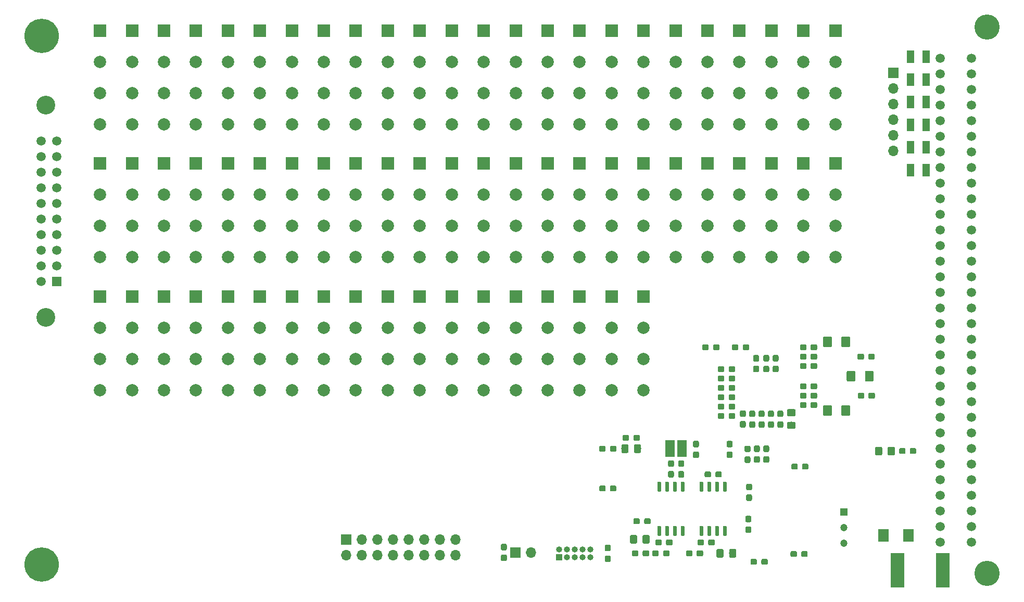
<source format=gbr>
G04 #@! TF.GenerationSoftware,KiCad,Pcbnew,5.1.4*
G04 #@! TF.CreationDate,2019-09-25T18:31:05+02:00*
G04 #@! TF.ProjectId,ETH6C20MUX,45544836-4332-4304-9d55-582e6b696361,rev?*
G04 #@! TF.SameCoordinates,Original*
G04 #@! TF.FileFunction,Soldermask,Bot*
G04 #@! TF.FilePolarity,Negative*
%FSLAX46Y46*%
G04 Gerber Fmt 4.6, Leading zero omitted, Abs format (unit mm)*
G04 Created by KiCad (PCBNEW 5.1.4) date 2019-09-25 18:31:05*
%MOMM*%
%LPD*%
G04 APERTURE LIST*
%ADD10C,1.200000*%
%ADD11R,1.200000X1.200000*%
%ADD12C,2.000000*%
%ADD13R,2.000000X2.000000*%
%ADD14C,1.501140*%
%ADD15C,4.100000*%
%ADD16C,1.520000*%
%ADD17R,1.520000X1.520000*%
%ADD18C,3.050000*%
%ADD19C,0.100000*%
%ADD20C,0.950000*%
%ADD21O,1.700000X1.700000*%
%ADD22R,1.700000X1.700000*%
%ADD23O,1.000000X1.000000*%
%ADD24R,1.000000X1.000000*%
%ADD25C,0.600000*%
%ADD26R,1.500000X2.700000*%
%ADD27R,1.200000X2.100000*%
%ADD28C,1.150000*%
%ADD29C,5.600000*%
%ADD30C,1.425000*%
%ADD31R,2.300000X5.600000*%
%ADD32R,1.778000X2.159000*%
G04 APERTURE END LIST*
D10*
X194000000Y-129540000D03*
X194000000Y-127000000D03*
D11*
X194000000Y-124460000D03*
D12*
X99000000Y-61420000D03*
X99000000Y-56340000D03*
X99000000Y-51260000D03*
D13*
X99000000Y-46180000D03*
D12*
X73000000Y-61420000D03*
X73000000Y-56340000D03*
X73000000Y-51260000D03*
D13*
X73000000Y-46180000D03*
D12*
X177000000Y-61420000D03*
X177000000Y-56340000D03*
X177000000Y-51260000D03*
D13*
X177000000Y-46180000D03*
D12*
X161400000Y-61420000D03*
X161400000Y-56340000D03*
X161400000Y-51260000D03*
D13*
X161400000Y-46180000D03*
D12*
X145800000Y-61420000D03*
X145800000Y-56340000D03*
X145800000Y-51260000D03*
D13*
X145800000Y-46180000D03*
D12*
X130200000Y-61420000D03*
X130200000Y-56340000D03*
X130200000Y-51260000D03*
D13*
X130200000Y-46180000D03*
D12*
X114600000Y-61420000D03*
X114600000Y-56340000D03*
X114600000Y-51260000D03*
D13*
X114600000Y-46180000D03*
D12*
X83400000Y-61420000D03*
X83400000Y-56340000D03*
X83400000Y-51260000D03*
D13*
X83400000Y-46180000D03*
D12*
X177000000Y-83020000D03*
X177000000Y-77940000D03*
X177000000Y-72860000D03*
D13*
X177000000Y-67780000D03*
D12*
X161400000Y-83020000D03*
X161400000Y-77940000D03*
X161400000Y-72860000D03*
D13*
X161400000Y-67780000D03*
D12*
X145800000Y-83020000D03*
X145800000Y-77940000D03*
X145800000Y-72860000D03*
D13*
X145800000Y-67780000D03*
D12*
X130200000Y-83020000D03*
X130200000Y-77940000D03*
X130200000Y-72860000D03*
D13*
X130200000Y-67780000D03*
D12*
X114600000Y-83020000D03*
X114600000Y-77940000D03*
X114600000Y-72860000D03*
D13*
X114600000Y-67780000D03*
D12*
X83400000Y-83020000D03*
X83400000Y-77940000D03*
X83400000Y-72860000D03*
D13*
X83400000Y-67780000D03*
D12*
X192600000Y-83020000D03*
X192600000Y-77940000D03*
X192600000Y-72860000D03*
D13*
X192600000Y-67780000D03*
D12*
X187400000Y-83020000D03*
X187400000Y-77940000D03*
X187400000Y-72860000D03*
D13*
X187400000Y-67780000D03*
D12*
X182200000Y-83020000D03*
X182200000Y-77940000D03*
X182200000Y-72860000D03*
D13*
X182200000Y-67780000D03*
D12*
X182200000Y-61420000D03*
X182200000Y-56340000D03*
X182200000Y-51260000D03*
D13*
X182200000Y-46180000D03*
D12*
X187400000Y-61420000D03*
X187400000Y-56340000D03*
X187400000Y-51260000D03*
D13*
X187400000Y-46180000D03*
D12*
X192600000Y-61420000D03*
X192600000Y-56340000D03*
X192600000Y-51260000D03*
D13*
X192600000Y-46180000D03*
D12*
X99000000Y-83020000D03*
X99000000Y-77940000D03*
X99000000Y-72860000D03*
D13*
X99000000Y-67780000D03*
D12*
X161400000Y-104620000D03*
X161400000Y-99540000D03*
X161400000Y-94460000D03*
D13*
X161400000Y-89380000D03*
D12*
X145800000Y-104620000D03*
X145800000Y-99540000D03*
X145800000Y-94460000D03*
D13*
X145800000Y-89380000D03*
D12*
X130200000Y-104620000D03*
X130200000Y-99540000D03*
X130200000Y-94460000D03*
D13*
X130200000Y-89380000D03*
D12*
X114600000Y-104620000D03*
X114600000Y-99540000D03*
X114600000Y-94460000D03*
D13*
X114600000Y-89380000D03*
D12*
X99000000Y-104620000D03*
X99000000Y-99540000D03*
X99000000Y-94460000D03*
D13*
X99000000Y-89380000D03*
D12*
X83400000Y-104620000D03*
X83400000Y-99540000D03*
X83400000Y-94460000D03*
D13*
X83400000Y-89380000D03*
D12*
X171800000Y-61420000D03*
X171800000Y-56340000D03*
X171800000Y-51260000D03*
D13*
X171800000Y-46180000D03*
D12*
X156200000Y-61420000D03*
X156200000Y-56340000D03*
X156200000Y-51260000D03*
D13*
X156200000Y-46180000D03*
D12*
X140600000Y-61420000D03*
X140600000Y-56340000D03*
X140600000Y-51260000D03*
D13*
X140600000Y-46180000D03*
D12*
X125000000Y-61420000D03*
X125000000Y-56340000D03*
X125000000Y-51260000D03*
D13*
X125000000Y-46180000D03*
D12*
X109400000Y-61420000D03*
X109400000Y-56340000D03*
X109400000Y-51260000D03*
D13*
X109400000Y-46180000D03*
D12*
X93800000Y-61420000D03*
X93800000Y-56340000D03*
X93800000Y-51260000D03*
D13*
X93800000Y-46180000D03*
D12*
X78200000Y-61420000D03*
X78200000Y-56340000D03*
X78200000Y-51260000D03*
D13*
X78200000Y-46180000D03*
D12*
X171800000Y-83020000D03*
X171800000Y-77940000D03*
X171800000Y-72860000D03*
D13*
X171800000Y-67780000D03*
D12*
X156200000Y-83020000D03*
X156200000Y-77940000D03*
X156200000Y-72860000D03*
D13*
X156200000Y-67780000D03*
D12*
X140600000Y-83020000D03*
X140600000Y-77940000D03*
X140600000Y-72860000D03*
D13*
X140600000Y-67780000D03*
D12*
X125000000Y-83020000D03*
X125000000Y-77940000D03*
X125000000Y-72860000D03*
D13*
X125000000Y-67780000D03*
D12*
X109400000Y-83020000D03*
X109400000Y-77940000D03*
X109400000Y-72860000D03*
D13*
X109400000Y-67780000D03*
D12*
X93800000Y-83020000D03*
X93800000Y-77940000D03*
X93800000Y-72860000D03*
D13*
X93800000Y-67780000D03*
D12*
X78200000Y-83020000D03*
X78200000Y-77940000D03*
X78200000Y-72860000D03*
D13*
X78200000Y-67780000D03*
D12*
X156200000Y-104620000D03*
X156200000Y-99540000D03*
X156200000Y-94460000D03*
D13*
X156200000Y-89380000D03*
D12*
X140600000Y-104620000D03*
X140600000Y-99540000D03*
X140600000Y-94460000D03*
D13*
X140600000Y-89380000D03*
D12*
X125000000Y-104620000D03*
X125000000Y-99540000D03*
X125000000Y-94460000D03*
D13*
X125000000Y-89380000D03*
D12*
X109400000Y-104620000D03*
X109400000Y-99540000D03*
X109400000Y-94460000D03*
D13*
X109400000Y-89380000D03*
D12*
X93800000Y-104620000D03*
X93800000Y-99540000D03*
X93800000Y-94460000D03*
D13*
X93800000Y-89380000D03*
D12*
X78200000Y-104620000D03*
X78200000Y-99540000D03*
X78200000Y-94460000D03*
D13*
X78200000Y-89380000D03*
D12*
X166600000Y-61420000D03*
X166600000Y-56340000D03*
X166600000Y-51260000D03*
D13*
X166600000Y-46180000D03*
D12*
X151000000Y-61420000D03*
X151000000Y-56340000D03*
X151000000Y-51260000D03*
D13*
X151000000Y-46180000D03*
D12*
X135400000Y-61420000D03*
X135400000Y-56340000D03*
X135400000Y-51260000D03*
D13*
X135400000Y-46180000D03*
D12*
X119800000Y-61420000D03*
X119800000Y-56340000D03*
X119800000Y-51260000D03*
D13*
X119800000Y-46180000D03*
D12*
X104200000Y-61420000D03*
X104200000Y-56340000D03*
X104200000Y-51260000D03*
D13*
X104200000Y-46180000D03*
D12*
X88600000Y-61420000D03*
X88600000Y-56340000D03*
X88600000Y-51260000D03*
D13*
X88600000Y-46180000D03*
D12*
X166600000Y-83020000D03*
X166600000Y-77940000D03*
X166600000Y-72860000D03*
D13*
X166600000Y-67780000D03*
D12*
X151000000Y-83020000D03*
X151000000Y-77940000D03*
X151000000Y-72860000D03*
D13*
X151000000Y-67780000D03*
D12*
X135400000Y-83020000D03*
X135400000Y-77940000D03*
X135400000Y-72860000D03*
D13*
X135400000Y-67780000D03*
D12*
X119800000Y-83020000D03*
X119800000Y-77940000D03*
X119800000Y-72860000D03*
D13*
X119800000Y-67780000D03*
D12*
X104200000Y-83020000D03*
X104200000Y-77940000D03*
X104200000Y-72860000D03*
D13*
X104200000Y-67780000D03*
D12*
X88600000Y-83020000D03*
X88600000Y-77940000D03*
X88600000Y-72860000D03*
D13*
X88600000Y-67780000D03*
D12*
X73000000Y-83020000D03*
X73000000Y-77940000D03*
X73000000Y-72860000D03*
D13*
X73000000Y-67780000D03*
D12*
X151000000Y-104620000D03*
X151000000Y-99540000D03*
X151000000Y-94460000D03*
D13*
X151000000Y-89380000D03*
D12*
X135400000Y-104620000D03*
X135400000Y-99540000D03*
X135400000Y-94460000D03*
D13*
X135400000Y-89380000D03*
D12*
X119800000Y-104620000D03*
X119800000Y-99540000D03*
X119800000Y-94460000D03*
D13*
X119800000Y-89380000D03*
D12*
X104200000Y-104620000D03*
X104200000Y-99540000D03*
X104200000Y-94460000D03*
D13*
X104200000Y-89380000D03*
D12*
X88600000Y-104620000D03*
X88600000Y-99540000D03*
X88600000Y-94460000D03*
D13*
X88600000Y-89380000D03*
D12*
X73000000Y-104620000D03*
X73000000Y-99540000D03*
X73000000Y-94460000D03*
D13*
X73000000Y-89380000D03*
D14*
X214740000Y-50630000D03*
X214740000Y-53170000D03*
X214740000Y-58250000D03*
X214740000Y-55710000D03*
X214740000Y-60790000D03*
X214740000Y-63330000D03*
X214740000Y-65870000D03*
X214740000Y-68410000D03*
X214740000Y-70950000D03*
X214740000Y-73490000D03*
X214740000Y-76030000D03*
X214740000Y-78570000D03*
X214740000Y-81110000D03*
X214740000Y-83650000D03*
X214740000Y-86190000D03*
X214740000Y-88730000D03*
X214740000Y-91270000D03*
X214740000Y-93810000D03*
X214740000Y-96350000D03*
X214740000Y-98890000D03*
X214740000Y-101430000D03*
X214740000Y-103970000D03*
X214740000Y-106510000D03*
X214740000Y-109050000D03*
X214740000Y-111590000D03*
X214740000Y-114130000D03*
X214740000Y-116670000D03*
X214740000Y-119210000D03*
X214740000Y-121750000D03*
X214740000Y-124290000D03*
X214740000Y-126830000D03*
X214740000Y-129370000D03*
X209660000Y-50630000D03*
X209660000Y-53170000D03*
X209660000Y-58250000D03*
X209660000Y-55710000D03*
X209660000Y-60790000D03*
X209660000Y-63330000D03*
X209660000Y-65870000D03*
X209660000Y-68410000D03*
X209660000Y-70950000D03*
X209660000Y-73490000D03*
X209660000Y-76030000D03*
X209660000Y-78570000D03*
X209660000Y-81110000D03*
X209660000Y-83650000D03*
X209660000Y-86190000D03*
X209660000Y-88730000D03*
X209660000Y-91270000D03*
X209660000Y-93810000D03*
X209660000Y-96350000D03*
X209660000Y-98890000D03*
X209660000Y-101430000D03*
X209660000Y-103970000D03*
X209660000Y-106510000D03*
X209660000Y-109050000D03*
X209660000Y-111590000D03*
X209660000Y-114130000D03*
X209660000Y-116670000D03*
X209660000Y-119210000D03*
X209660000Y-121750000D03*
X209660000Y-124290000D03*
X209660000Y-126830000D03*
X209660000Y-129370000D03*
D15*
X217280000Y-134450000D03*
X217280000Y-45550000D03*
D16*
X63460000Y-64140000D03*
X66000000Y-64140000D03*
X63460000Y-66680000D03*
X66000000Y-66680000D03*
X63460000Y-69220000D03*
X66000000Y-69220000D03*
X63460000Y-71760000D03*
X66000000Y-71760000D03*
X63460000Y-74300000D03*
X66000000Y-74300000D03*
X63460000Y-76840000D03*
X66000000Y-76840000D03*
X63460000Y-79380000D03*
X66000000Y-79380000D03*
X63460000Y-81920000D03*
X66000000Y-81920000D03*
X63460000Y-84460000D03*
X66000000Y-84460000D03*
X63460000Y-87000000D03*
D17*
X66000000Y-87000000D03*
D18*
X64220000Y-92840000D03*
X64220000Y-58300000D03*
D19*
G36*
X138944779Y-131401144D02*
G01*
X138967834Y-131404563D01*
X138990443Y-131410227D01*
X139012387Y-131418079D01*
X139033457Y-131428044D01*
X139053448Y-131440026D01*
X139072168Y-131453910D01*
X139089438Y-131469562D01*
X139105090Y-131486832D01*
X139118974Y-131505552D01*
X139130956Y-131525543D01*
X139140921Y-131546613D01*
X139148773Y-131568557D01*
X139154437Y-131591166D01*
X139157856Y-131614221D01*
X139159000Y-131637500D01*
X139159000Y-132212500D01*
X139157856Y-132235779D01*
X139154437Y-132258834D01*
X139148773Y-132281443D01*
X139140921Y-132303387D01*
X139130956Y-132324457D01*
X139118974Y-132344448D01*
X139105090Y-132363168D01*
X139089438Y-132380438D01*
X139072168Y-132396090D01*
X139053448Y-132409974D01*
X139033457Y-132421956D01*
X139012387Y-132431921D01*
X138990443Y-132439773D01*
X138967834Y-132445437D01*
X138944779Y-132448856D01*
X138921500Y-132450000D01*
X138446500Y-132450000D01*
X138423221Y-132448856D01*
X138400166Y-132445437D01*
X138377557Y-132439773D01*
X138355613Y-132431921D01*
X138334543Y-132421956D01*
X138314552Y-132409974D01*
X138295832Y-132396090D01*
X138278562Y-132380438D01*
X138262910Y-132363168D01*
X138249026Y-132344448D01*
X138237044Y-132324457D01*
X138227079Y-132303387D01*
X138219227Y-132281443D01*
X138213563Y-132258834D01*
X138210144Y-132235779D01*
X138209000Y-132212500D01*
X138209000Y-131637500D01*
X138210144Y-131614221D01*
X138213563Y-131591166D01*
X138219227Y-131568557D01*
X138227079Y-131546613D01*
X138237044Y-131525543D01*
X138249026Y-131505552D01*
X138262910Y-131486832D01*
X138278562Y-131469562D01*
X138295832Y-131453910D01*
X138314552Y-131440026D01*
X138334543Y-131428044D01*
X138355613Y-131418079D01*
X138377557Y-131410227D01*
X138400166Y-131404563D01*
X138423221Y-131401144D01*
X138446500Y-131400000D01*
X138921500Y-131400000D01*
X138944779Y-131401144D01*
X138944779Y-131401144D01*
G37*
D20*
X138684000Y-131925000D03*
D19*
G36*
X138944779Y-129651144D02*
G01*
X138967834Y-129654563D01*
X138990443Y-129660227D01*
X139012387Y-129668079D01*
X139033457Y-129678044D01*
X139053448Y-129690026D01*
X139072168Y-129703910D01*
X139089438Y-129719562D01*
X139105090Y-129736832D01*
X139118974Y-129755552D01*
X139130956Y-129775543D01*
X139140921Y-129796613D01*
X139148773Y-129818557D01*
X139154437Y-129841166D01*
X139157856Y-129864221D01*
X139159000Y-129887500D01*
X139159000Y-130462500D01*
X139157856Y-130485779D01*
X139154437Y-130508834D01*
X139148773Y-130531443D01*
X139140921Y-130553387D01*
X139130956Y-130574457D01*
X139118974Y-130594448D01*
X139105090Y-130613168D01*
X139089438Y-130630438D01*
X139072168Y-130646090D01*
X139053448Y-130659974D01*
X139033457Y-130671956D01*
X139012387Y-130681921D01*
X138990443Y-130689773D01*
X138967834Y-130695437D01*
X138944779Y-130698856D01*
X138921500Y-130700000D01*
X138446500Y-130700000D01*
X138423221Y-130698856D01*
X138400166Y-130695437D01*
X138377557Y-130689773D01*
X138355613Y-130681921D01*
X138334543Y-130671956D01*
X138314552Y-130659974D01*
X138295832Y-130646090D01*
X138278562Y-130630438D01*
X138262910Y-130613168D01*
X138249026Y-130594448D01*
X138237044Y-130574457D01*
X138227079Y-130553387D01*
X138219227Y-130531443D01*
X138213563Y-130508834D01*
X138210144Y-130485779D01*
X138209000Y-130462500D01*
X138209000Y-129887500D01*
X138210144Y-129864221D01*
X138213563Y-129841166D01*
X138219227Y-129818557D01*
X138227079Y-129796613D01*
X138237044Y-129775543D01*
X138249026Y-129755552D01*
X138262910Y-129736832D01*
X138278562Y-129719562D01*
X138295832Y-129703910D01*
X138314552Y-129690026D01*
X138334543Y-129678044D01*
X138355613Y-129668079D01*
X138377557Y-129660227D01*
X138400166Y-129654563D01*
X138423221Y-129651144D01*
X138446500Y-129650000D01*
X138921500Y-129650000D01*
X138944779Y-129651144D01*
X138944779Y-129651144D01*
G37*
D20*
X138684000Y-130175000D03*
D21*
X143129000Y-131081000D03*
D22*
X140589000Y-131081000D03*
D19*
G36*
X155835779Y-131556144D02*
G01*
X155858834Y-131559563D01*
X155881443Y-131565227D01*
X155903387Y-131573079D01*
X155924457Y-131583044D01*
X155944448Y-131595026D01*
X155963168Y-131608910D01*
X155980438Y-131624562D01*
X155996090Y-131641832D01*
X156009974Y-131660552D01*
X156021956Y-131680543D01*
X156031921Y-131701613D01*
X156039773Y-131723557D01*
X156045437Y-131746166D01*
X156048856Y-131769221D01*
X156050000Y-131792500D01*
X156050000Y-132367500D01*
X156048856Y-132390779D01*
X156045437Y-132413834D01*
X156039773Y-132436443D01*
X156031921Y-132458387D01*
X156021956Y-132479457D01*
X156009974Y-132499448D01*
X155996090Y-132518168D01*
X155980438Y-132535438D01*
X155963168Y-132551090D01*
X155944448Y-132564974D01*
X155924457Y-132576956D01*
X155903387Y-132586921D01*
X155881443Y-132594773D01*
X155858834Y-132600437D01*
X155835779Y-132603856D01*
X155812500Y-132605000D01*
X155337500Y-132605000D01*
X155314221Y-132603856D01*
X155291166Y-132600437D01*
X155268557Y-132594773D01*
X155246613Y-132586921D01*
X155225543Y-132576956D01*
X155205552Y-132564974D01*
X155186832Y-132551090D01*
X155169562Y-132535438D01*
X155153910Y-132518168D01*
X155140026Y-132499448D01*
X155128044Y-132479457D01*
X155118079Y-132458387D01*
X155110227Y-132436443D01*
X155104563Y-132413834D01*
X155101144Y-132390779D01*
X155100000Y-132367500D01*
X155100000Y-131792500D01*
X155101144Y-131769221D01*
X155104563Y-131746166D01*
X155110227Y-131723557D01*
X155118079Y-131701613D01*
X155128044Y-131680543D01*
X155140026Y-131660552D01*
X155153910Y-131641832D01*
X155169562Y-131624562D01*
X155186832Y-131608910D01*
X155205552Y-131595026D01*
X155225543Y-131583044D01*
X155246613Y-131573079D01*
X155268557Y-131565227D01*
X155291166Y-131559563D01*
X155314221Y-131556144D01*
X155337500Y-131555000D01*
X155812500Y-131555000D01*
X155835779Y-131556144D01*
X155835779Y-131556144D01*
G37*
D20*
X155575000Y-132080000D03*
D19*
G36*
X155835779Y-129806144D02*
G01*
X155858834Y-129809563D01*
X155881443Y-129815227D01*
X155903387Y-129823079D01*
X155924457Y-129833044D01*
X155944448Y-129845026D01*
X155963168Y-129858910D01*
X155980438Y-129874562D01*
X155996090Y-129891832D01*
X156009974Y-129910552D01*
X156021956Y-129930543D01*
X156031921Y-129951613D01*
X156039773Y-129973557D01*
X156045437Y-129996166D01*
X156048856Y-130019221D01*
X156050000Y-130042500D01*
X156050000Y-130617500D01*
X156048856Y-130640779D01*
X156045437Y-130663834D01*
X156039773Y-130686443D01*
X156031921Y-130708387D01*
X156021956Y-130729457D01*
X156009974Y-130749448D01*
X155996090Y-130768168D01*
X155980438Y-130785438D01*
X155963168Y-130801090D01*
X155944448Y-130814974D01*
X155924457Y-130826956D01*
X155903387Y-130836921D01*
X155881443Y-130844773D01*
X155858834Y-130850437D01*
X155835779Y-130853856D01*
X155812500Y-130855000D01*
X155337500Y-130855000D01*
X155314221Y-130853856D01*
X155291166Y-130850437D01*
X155268557Y-130844773D01*
X155246613Y-130836921D01*
X155225543Y-130826956D01*
X155205552Y-130814974D01*
X155186832Y-130801090D01*
X155169562Y-130785438D01*
X155153910Y-130768168D01*
X155140026Y-130749448D01*
X155128044Y-130729457D01*
X155118079Y-130708387D01*
X155110227Y-130686443D01*
X155104563Y-130663834D01*
X155101144Y-130640779D01*
X155100000Y-130617500D01*
X155100000Y-130042500D01*
X155101144Y-130019221D01*
X155104563Y-129996166D01*
X155110227Y-129973557D01*
X155118079Y-129951613D01*
X155128044Y-129930543D01*
X155140026Y-129910552D01*
X155153910Y-129891832D01*
X155169562Y-129874562D01*
X155186832Y-129858910D01*
X155205552Y-129845026D01*
X155225543Y-129833044D01*
X155246613Y-129823079D01*
X155268557Y-129815227D01*
X155291166Y-129809563D01*
X155314221Y-129806144D01*
X155337500Y-129805000D01*
X155812500Y-129805000D01*
X155835779Y-129806144D01*
X155835779Y-129806144D01*
G37*
D20*
X155575000Y-130330000D03*
D23*
X152781000Y-130556000D03*
X152781000Y-131826000D03*
X151511000Y-130556000D03*
X151511000Y-131826000D03*
X150241000Y-130556000D03*
X150241000Y-131826000D03*
X148971000Y-130556000D03*
X148971000Y-131826000D03*
X147701000Y-130556000D03*
D24*
X147701000Y-131826000D03*
D19*
G36*
X172748779Y-128939144D02*
G01*
X172771834Y-128942563D01*
X172794443Y-128948227D01*
X172816387Y-128956079D01*
X172837457Y-128966044D01*
X172857448Y-128978026D01*
X172876168Y-128991910D01*
X172893438Y-129007562D01*
X172909090Y-129024832D01*
X172922974Y-129043552D01*
X172934956Y-129063543D01*
X172944921Y-129084613D01*
X172952773Y-129106557D01*
X172958437Y-129129166D01*
X172961856Y-129152221D01*
X172963000Y-129175500D01*
X172963000Y-129650500D01*
X172961856Y-129673779D01*
X172958437Y-129696834D01*
X172952773Y-129719443D01*
X172944921Y-129741387D01*
X172934956Y-129762457D01*
X172922974Y-129782448D01*
X172909090Y-129801168D01*
X172893438Y-129818438D01*
X172876168Y-129834090D01*
X172857448Y-129847974D01*
X172837457Y-129859956D01*
X172816387Y-129869921D01*
X172794443Y-129877773D01*
X172771834Y-129883437D01*
X172748779Y-129886856D01*
X172725500Y-129888000D01*
X172150500Y-129888000D01*
X172127221Y-129886856D01*
X172104166Y-129883437D01*
X172081557Y-129877773D01*
X172059613Y-129869921D01*
X172038543Y-129859956D01*
X172018552Y-129847974D01*
X171999832Y-129834090D01*
X171982562Y-129818438D01*
X171966910Y-129801168D01*
X171953026Y-129782448D01*
X171941044Y-129762457D01*
X171931079Y-129741387D01*
X171923227Y-129719443D01*
X171917563Y-129696834D01*
X171914144Y-129673779D01*
X171913000Y-129650500D01*
X171913000Y-129175500D01*
X171914144Y-129152221D01*
X171917563Y-129129166D01*
X171923227Y-129106557D01*
X171931079Y-129084613D01*
X171941044Y-129063543D01*
X171953026Y-129043552D01*
X171966910Y-129024832D01*
X171982562Y-129007562D01*
X171999832Y-128991910D01*
X172018552Y-128978026D01*
X172038543Y-128966044D01*
X172059613Y-128956079D01*
X172081557Y-128948227D01*
X172104166Y-128942563D01*
X172127221Y-128939144D01*
X172150500Y-128938000D01*
X172725500Y-128938000D01*
X172748779Y-128939144D01*
X172748779Y-128939144D01*
G37*
D20*
X172438000Y-129413000D03*
D19*
G36*
X170998779Y-128939144D02*
G01*
X171021834Y-128942563D01*
X171044443Y-128948227D01*
X171066387Y-128956079D01*
X171087457Y-128966044D01*
X171107448Y-128978026D01*
X171126168Y-128991910D01*
X171143438Y-129007562D01*
X171159090Y-129024832D01*
X171172974Y-129043552D01*
X171184956Y-129063543D01*
X171194921Y-129084613D01*
X171202773Y-129106557D01*
X171208437Y-129129166D01*
X171211856Y-129152221D01*
X171213000Y-129175500D01*
X171213000Y-129650500D01*
X171211856Y-129673779D01*
X171208437Y-129696834D01*
X171202773Y-129719443D01*
X171194921Y-129741387D01*
X171184956Y-129762457D01*
X171172974Y-129782448D01*
X171159090Y-129801168D01*
X171143438Y-129818438D01*
X171126168Y-129834090D01*
X171107448Y-129847974D01*
X171087457Y-129859956D01*
X171066387Y-129869921D01*
X171044443Y-129877773D01*
X171021834Y-129883437D01*
X170998779Y-129886856D01*
X170975500Y-129888000D01*
X170400500Y-129888000D01*
X170377221Y-129886856D01*
X170354166Y-129883437D01*
X170331557Y-129877773D01*
X170309613Y-129869921D01*
X170288543Y-129859956D01*
X170268552Y-129847974D01*
X170249832Y-129834090D01*
X170232562Y-129818438D01*
X170216910Y-129801168D01*
X170203026Y-129782448D01*
X170191044Y-129762457D01*
X170181079Y-129741387D01*
X170173227Y-129719443D01*
X170167563Y-129696834D01*
X170164144Y-129673779D01*
X170163000Y-129650500D01*
X170163000Y-129175500D01*
X170164144Y-129152221D01*
X170167563Y-129129166D01*
X170173227Y-129106557D01*
X170181079Y-129084613D01*
X170191044Y-129063543D01*
X170203026Y-129043552D01*
X170216910Y-129024832D01*
X170232562Y-129007562D01*
X170249832Y-128991910D01*
X170268552Y-128978026D01*
X170288543Y-128966044D01*
X170309613Y-128956079D01*
X170331557Y-128948227D01*
X170354166Y-128942563D01*
X170377221Y-128939144D01*
X170400500Y-128938000D01*
X170975500Y-128938000D01*
X170998779Y-128939144D01*
X170998779Y-128939144D01*
G37*
D20*
X170688000Y-129413000D03*
D19*
G36*
X163660779Y-130717144D02*
G01*
X163683834Y-130720563D01*
X163706443Y-130726227D01*
X163728387Y-130734079D01*
X163749457Y-130744044D01*
X163769448Y-130756026D01*
X163788168Y-130769910D01*
X163805438Y-130785562D01*
X163821090Y-130802832D01*
X163834974Y-130821552D01*
X163846956Y-130841543D01*
X163856921Y-130862613D01*
X163864773Y-130884557D01*
X163870437Y-130907166D01*
X163873856Y-130930221D01*
X163875000Y-130953500D01*
X163875000Y-131428500D01*
X163873856Y-131451779D01*
X163870437Y-131474834D01*
X163864773Y-131497443D01*
X163856921Y-131519387D01*
X163846956Y-131540457D01*
X163834974Y-131560448D01*
X163821090Y-131579168D01*
X163805438Y-131596438D01*
X163788168Y-131612090D01*
X163769448Y-131625974D01*
X163749457Y-131637956D01*
X163728387Y-131647921D01*
X163706443Y-131655773D01*
X163683834Y-131661437D01*
X163660779Y-131664856D01*
X163637500Y-131666000D01*
X163062500Y-131666000D01*
X163039221Y-131664856D01*
X163016166Y-131661437D01*
X162993557Y-131655773D01*
X162971613Y-131647921D01*
X162950543Y-131637956D01*
X162930552Y-131625974D01*
X162911832Y-131612090D01*
X162894562Y-131596438D01*
X162878910Y-131579168D01*
X162865026Y-131560448D01*
X162853044Y-131540457D01*
X162843079Y-131519387D01*
X162835227Y-131497443D01*
X162829563Y-131474834D01*
X162826144Y-131451779D01*
X162825000Y-131428500D01*
X162825000Y-130953500D01*
X162826144Y-130930221D01*
X162829563Y-130907166D01*
X162835227Y-130884557D01*
X162843079Y-130862613D01*
X162853044Y-130841543D01*
X162865026Y-130821552D01*
X162878910Y-130802832D01*
X162894562Y-130785562D01*
X162911832Y-130769910D01*
X162930552Y-130756026D01*
X162950543Y-130744044D01*
X162971613Y-130734079D01*
X162993557Y-130726227D01*
X163016166Y-130720563D01*
X163039221Y-130717144D01*
X163062500Y-130716000D01*
X163637500Y-130716000D01*
X163660779Y-130717144D01*
X163660779Y-130717144D01*
G37*
D20*
X163350000Y-131191000D03*
D19*
G36*
X165410779Y-130717144D02*
G01*
X165433834Y-130720563D01*
X165456443Y-130726227D01*
X165478387Y-130734079D01*
X165499457Y-130744044D01*
X165519448Y-130756026D01*
X165538168Y-130769910D01*
X165555438Y-130785562D01*
X165571090Y-130802832D01*
X165584974Y-130821552D01*
X165596956Y-130841543D01*
X165606921Y-130862613D01*
X165614773Y-130884557D01*
X165620437Y-130907166D01*
X165623856Y-130930221D01*
X165625000Y-130953500D01*
X165625000Y-131428500D01*
X165623856Y-131451779D01*
X165620437Y-131474834D01*
X165614773Y-131497443D01*
X165606921Y-131519387D01*
X165596956Y-131540457D01*
X165584974Y-131560448D01*
X165571090Y-131579168D01*
X165555438Y-131596438D01*
X165538168Y-131612090D01*
X165519448Y-131625974D01*
X165499457Y-131637956D01*
X165478387Y-131647921D01*
X165456443Y-131655773D01*
X165433834Y-131661437D01*
X165410779Y-131664856D01*
X165387500Y-131666000D01*
X164812500Y-131666000D01*
X164789221Y-131664856D01*
X164766166Y-131661437D01*
X164743557Y-131655773D01*
X164721613Y-131647921D01*
X164700543Y-131637956D01*
X164680552Y-131625974D01*
X164661832Y-131612090D01*
X164644562Y-131596438D01*
X164628910Y-131579168D01*
X164615026Y-131560448D01*
X164603044Y-131540457D01*
X164593079Y-131519387D01*
X164585227Y-131497443D01*
X164579563Y-131474834D01*
X164576144Y-131451779D01*
X164575000Y-131428500D01*
X164575000Y-130953500D01*
X164576144Y-130930221D01*
X164579563Y-130907166D01*
X164585227Y-130884557D01*
X164593079Y-130862613D01*
X164603044Y-130841543D01*
X164615026Y-130821552D01*
X164628910Y-130802832D01*
X164644562Y-130785562D01*
X164661832Y-130769910D01*
X164680552Y-130756026D01*
X164700543Y-130744044D01*
X164721613Y-130734079D01*
X164743557Y-130726227D01*
X164766166Y-130720563D01*
X164789221Y-130717144D01*
X164812500Y-130716000D01*
X165387500Y-130716000D01*
X165410779Y-130717144D01*
X165410779Y-130717144D01*
G37*
D20*
X165100000Y-131191000D03*
D19*
G36*
X162334779Y-125510144D02*
G01*
X162357834Y-125513563D01*
X162380443Y-125519227D01*
X162402387Y-125527079D01*
X162423457Y-125537044D01*
X162443448Y-125549026D01*
X162462168Y-125562910D01*
X162479438Y-125578562D01*
X162495090Y-125595832D01*
X162508974Y-125614552D01*
X162520956Y-125634543D01*
X162530921Y-125655613D01*
X162538773Y-125677557D01*
X162544437Y-125700166D01*
X162547856Y-125723221D01*
X162549000Y-125746500D01*
X162549000Y-126221500D01*
X162547856Y-126244779D01*
X162544437Y-126267834D01*
X162538773Y-126290443D01*
X162530921Y-126312387D01*
X162520956Y-126333457D01*
X162508974Y-126353448D01*
X162495090Y-126372168D01*
X162479438Y-126389438D01*
X162462168Y-126405090D01*
X162443448Y-126418974D01*
X162423457Y-126430956D01*
X162402387Y-126440921D01*
X162380443Y-126448773D01*
X162357834Y-126454437D01*
X162334779Y-126457856D01*
X162311500Y-126459000D01*
X161736500Y-126459000D01*
X161713221Y-126457856D01*
X161690166Y-126454437D01*
X161667557Y-126448773D01*
X161645613Y-126440921D01*
X161624543Y-126430956D01*
X161604552Y-126418974D01*
X161585832Y-126405090D01*
X161568562Y-126389438D01*
X161552910Y-126372168D01*
X161539026Y-126353448D01*
X161527044Y-126333457D01*
X161517079Y-126312387D01*
X161509227Y-126290443D01*
X161503563Y-126267834D01*
X161500144Y-126244779D01*
X161499000Y-126221500D01*
X161499000Y-125746500D01*
X161500144Y-125723221D01*
X161503563Y-125700166D01*
X161509227Y-125677557D01*
X161517079Y-125655613D01*
X161527044Y-125634543D01*
X161539026Y-125614552D01*
X161552910Y-125595832D01*
X161568562Y-125578562D01*
X161585832Y-125562910D01*
X161604552Y-125549026D01*
X161624543Y-125537044D01*
X161645613Y-125527079D01*
X161667557Y-125519227D01*
X161690166Y-125513563D01*
X161713221Y-125510144D01*
X161736500Y-125509000D01*
X162311500Y-125509000D01*
X162334779Y-125510144D01*
X162334779Y-125510144D01*
G37*
D20*
X162024000Y-125984000D03*
D19*
G36*
X160584779Y-125510144D02*
G01*
X160607834Y-125513563D01*
X160630443Y-125519227D01*
X160652387Y-125527079D01*
X160673457Y-125537044D01*
X160693448Y-125549026D01*
X160712168Y-125562910D01*
X160729438Y-125578562D01*
X160745090Y-125595832D01*
X160758974Y-125614552D01*
X160770956Y-125634543D01*
X160780921Y-125655613D01*
X160788773Y-125677557D01*
X160794437Y-125700166D01*
X160797856Y-125723221D01*
X160799000Y-125746500D01*
X160799000Y-126221500D01*
X160797856Y-126244779D01*
X160794437Y-126267834D01*
X160788773Y-126290443D01*
X160780921Y-126312387D01*
X160770956Y-126333457D01*
X160758974Y-126353448D01*
X160745090Y-126372168D01*
X160729438Y-126389438D01*
X160712168Y-126405090D01*
X160693448Y-126418974D01*
X160673457Y-126430956D01*
X160652387Y-126440921D01*
X160630443Y-126448773D01*
X160607834Y-126454437D01*
X160584779Y-126457856D01*
X160561500Y-126459000D01*
X159986500Y-126459000D01*
X159963221Y-126457856D01*
X159940166Y-126454437D01*
X159917557Y-126448773D01*
X159895613Y-126440921D01*
X159874543Y-126430956D01*
X159854552Y-126418974D01*
X159835832Y-126405090D01*
X159818562Y-126389438D01*
X159802910Y-126372168D01*
X159789026Y-126353448D01*
X159777044Y-126333457D01*
X159767079Y-126312387D01*
X159759227Y-126290443D01*
X159753563Y-126267834D01*
X159750144Y-126244779D01*
X159749000Y-126221500D01*
X159749000Y-125746500D01*
X159750144Y-125723221D01*
X159753563Y-125700166D01*
X159759227Y-125677557D01*
X159767079Y-125655613D01*
X159777044Y-125634543D01*
X159789026Y-125614552D01*
X159802910Y-125595832D01*
X159818562Y-125578562D01*
X159835832Y-125562910D01*
X159854552Y-125549026D01*
X159874543Y-125537044D01*
X159895613Y-125527079D01*
X159917557Y-125519227D01*
X159940166Y-125513563D01*
X159963221Y-125510144D01*
X159986500Y-125509000D01*
X160561500Y-125509000D01*
X160584779Y-125510144D01*
X160584779Y-125510144D01*
G37*
D20*
X160274000Y-125984000D03*
D19*
G36*
X164121703Y-126752722D02*
G01*
X164136264Y-126754882D01*
X164150543Y-126758459D01*
X164164403Y-126763418D01*
X164177710Y-126769712D01*
X164190336Y-126777280D01*
X164202159Y-126786048D01*
X164213066Y-126795934D01*
X164222952Y-126806841D01*
X164231720Y-126818664D01*
X164239288Y-126831290D01*
X164245582Y-126844597D01*
X164250541Y-126858457D01*
X164254118Y-126872736D01*
X164256278Y-126887297D01*
X164257000Y-126902000D01*
X164257000Y-128202000D01*
X164256278Y-128216703D01*
X164254118Y-128231264D01*
X164250541Y-128245543D01*
X164245582Y-128259403D01*
X164239288Y-128272710D01*
X164231720Y-128285336D01*
X164222952Y-128297159D01*
X164213066Y-128308066D01*
X164202159Y-128317952D01*
X164190336Y-128326720D01*
X164177710Y-128334288D01*
X164164403Y-128340582D01*
X164150543Y-128345541D01*
X164136264Y-128349118D01*
X164121703Y-128351278D01*
X164107000Y-128352000D01*
X163807000Y-128352000D01*
X163792297Y-128351278D01*
X163777736Y-128349118D01*
X163763457Y-128345541D01*
X163749597Y-128340582D01*
X163736290Y-128334288D01*
X163723664Y-128326720D01*
X163711841Y-128317952D01*
X163700934Y-128308066D01*
X163691048Y-128297159D01*
X163682280Y-128285336D01*
X163674712Y-128272710D01*
X163668418Y-128259403D01*
X163663459Y-128245543D01*
X163659882Y-128231264D01*
X163657722Y-128216703D01*
X163657000Y-128202000D01*
X163657000Y-126902000D01*
X163657722Y-126887297D01*
X163659882Y-126872736D01*
X163663459Y-126858457D01*
X163668418Y-126844597D01*
X163674712Y-126831290D01*
X163682280Y-126818664D01*
X163691048Y-126806841D01*
X163700934Y-126795934D01*
X163711841Y-126786048D01*
X163723664Y-126777280D01*
X163736290Y-126769712D01*
X163749597Y-126763418D01*
X163763457Y-126758459D01*
X163777736Y-126754882D01*
X163792297Y-126752722D01*
X163807000Y-126752000D01*
X164107000Y-126752000D01*
X164121703Y-126752722D01*
X164121703Y-126752722D01*
G37*
D25*
X163957000Y-127552000D03*
D19*
G36*
X165391703Y-126752722D02*
G01*
X165406264Y-126754882D01*
X165420543Y-126758459D01*
X165434403Y-126763418D01*
X165447710Y-126769712D01*
X165460336Y-126777280D01*
X165472159Y-126786048D01*
X165483066Y-126795934D01*
X165492952Y-126806841D01*
X165501720Y-126818664D01*
X165509288Y-126831290D01*
X165515582Y-126844597D01*
X165520541Y-126858457D01*
X165524118Y-126872736D01*
X165526278Y-126887297D01*
X165527000Y-126902000D01*
X165527000Y-128202000D01*
X165526278Y-128216703D01*
X165524118Y-128231264D01*
X165520541Y-128245543D01*
X165515582Y-128259403D01*
X165509288Y-128272710D01*
X165501720Y-128285336D01*
X165492952Y-128297159D01*
X165483066Y-128308066D01*
X165472159Y-128317952D01*
X165460336Y-128326720D01*
X165447710Y-128334288D01*
X165434403Y-128340582D01*
X165420543Y-128345541D01*
X165406264Y-128349118D01*
X165391703Y-128351278D01*
X165377000Y-128352000D01*
X165077000Y-128352000D01*
X165062297Y-128351278D01*
X165047736Y-128349118D01*
X165033457Y-128345541D01*
X165019597Y-128340582D01*
X165006290Y-128334288D01*
X164993664Y-128326720D01*
X164981841Y-128317952D01*
X164970934Y-128308066D01*
X164961048Y-128297159D01*
X164952280Y-128285336D01*
X164944712Y-128272710D01*
X164938418Y-128259403D01*
X164933459Y-128245543D01*
X164929882Y-128231264D01*
X164927722Y-128216703D01*
X164927000Y-128202000D01*
X164927000Y-126902000D01*
X164927722Y-126887297D01*
X164929882Y-126872736D01*
X164933459Y-126858457D01*
X164938418Y-126844597D01*
X164944712Y-126831290D01*
X164952280Y-126818664D01*
X164961048Y-126806841D01*
X164970934Y-126795934D01*
X164981841Y-126786048D01*
X164993664Y-126777280D01*
X165006290Y-126769712D01*
X165019597Y-126763418D01*
X165033457Y-126758459D01*
X165047736Y-126754882D01*
X165062297Y-126752722D01*
X165077000Y-126752000D01*
X165377000Y-126752000D01*
X165391703Y-126752722D01*
X165391703Y-126752722D01*
G37*
D25*
X165227000Y-127552000D03*
D19*
G36*
X166661703Y-126752722D02*
G01*
X166676264Y-126754882D01*
X166690543Y-126758459D01*
X166704403Y-126763418D01*
X166717710Y-126769712D01*
X166730336Y-126777280D01*
X166742159Y-126786048D01*
X166753066Y-126795934D01*
X166762952Y-126806841D01*
X166771720Y-126818664D01*
X166779288Y-126831290D01*
X166785582Y-126844597D01*
X166790541Y-126858457D01*
X166794118Y-126872736D01*
X166796278Y-126887297D01*
X166797000Y-126902000D01*
X166797000Y-128202000D01*
X166796278Y-128216703D01*
X166794118Y-128231264D01*
X166790541Y-128245543D01*
X166785582Y-128259403D01*
X166779288Y-128272710D01*
X166771720Y-128285336D01*
X166762952Y-128297159D01*
X166753066Y-128308066D01*
X166742159Y-128317952D01*
X166730336Y-128326720D01*
X166717710Y-128334288D01*
X166704403Y-128340582D01*
X166690543Y-128345541D01*
X166676264Y-128349118D01*
X166661703Y-128351278D01*
X166647000Y-128352000D01*
X166347000Y-128352000D01*
X166332297Y-128351278D01*
X166317736Y-128349118D01*
X166303457Y-128345541D01*
X166289597Y-128340582D01*
X166276290Y-128334288D01*
X166263664Y-128326720D01*
X166251841Y-128317952D01*
X166240934Y-128308066D01*
X166231048Y-128297159D01*
X166222280Y-128285336D01*
X166214712Y-128272710D01*
X166208418Y-128259403D01*
X166203459Y-128245543D01*
X166199882Y-128231264D01*
X166197722Y-128216703D01*
X166197000Y-128202000D01*
X166197000Y-126902000D01*
X166197722Y-126887297D01*
X166199882Y-126872736D01*
X166203459Y-126858457D01*
X166208418Y-126844597D01*
X166214712Y-126831290D01*
X166222280Y-126818664D01*
X166231048Y-126806841D01*
X166240934Y-126795934D01*
X166251841Y-126786048D01*
X166263664Y-126777280D01*
X166276290Y-126769712D01*
X166289597Y-126763418D01*
X166303457Y-126758459D01*
X166317736Y-126754882D01*
X166332297Y-126752722D01*
X166347000Y-126752000D01*
X166647000Y-126752000D01*
X166661703Y-126752722D01*
X166661703Y-126752722D01*
G37*
D25*
X166497000Y-127552000D03*
D19*
G36*
X167931703Y-126752722D02*
G01*
X167946264Y-126754882D01*
X167960543Y-126758459D01*
X167974403Y-126763418D01*
X167987710Y-126769712D01*
X168000336Y-126777280D01*
X168012159Y-126786048D01*
X168023066Y-126795934D01*
X168032952Y-126806841D01*
X168041720Y-126818664D01*
X168049288Y-126831290D01*
X168055582Y-126844597D01*
X168060541Y-126858457D01*
X168064118Y-126872736D01*
X168066278Y-126887297D01*
X168067000Y-126902000D01*
X168067000Y-128202000D01*
X168066278Y-128216703D01*
X168064118Y-128231264D01*
X168060541Y-128245543D01*
X168055582Y-128259403D01*
X168049288Y-128272710D01*
X168041720Y-128285336D01*
X168032952Y-128297159D01*
X168023066Y-128308066D01*
X168012159Y-128317952D01*
X168000336Y-128326720D01*
X167987710Y-128334288D01*
X167974403Y-128340582D01*
X167960543Y-128345541D01*
X167946264Y-128349118D01*
X167931703Y-128351278D01*
X167917000Y-128352000D01*
X167617000Y-128352000D01*
X167602297Y-128351278D01*
X167587736Y-128349118D01*
X167573457Y-128345541D01*
X167559597Y-128340582D01*
X167546290Y-128334288D01*
X167533664Y-128326720D01*
X167521841Y-128317952D01*
X167510934Y-128308066D01*
X167501048Y-128297159D01*
X167492280Y-128285336D01*
X167484712Y-128272710D01*
X167478418Y-128259403D01*
X167473459Y-128245543D01*
X167469882Y-128231264D01*
X167467722Y-128216703D01*
X167467000Y-128202000D01*
X167467000Y-126902000D01*
X167467722Y-126887297D01*
X167469882Y-126872736D01*
X167473459Y-126858457D01*
X167478418Y-126844597D01*
X167484712Y-126831290D01*
X167492280Y-126818664D01*
X167501048Y-126806841D01*
X167510934Y-126795934D01*
X167521841Y-126786048D01*
X167533664Y-126777280D01*
X167546290Y-126769712D01*
X167559597Y-126763418D01*
X167573457Y-126758459D01*
X167587736Y-126754882D01*
X167602297Y-126752722D01*
X167617000Y-126752000D01*
X167917000Y-126752000D01*
X167931703Y-126752722D01*
X167931703Y-126752722D01*
G37*
D25*
X167767000Y-127552000D03*
D19*
G36*
X167931703Y-119552722D02*
G01*
X167946264Y-119554882D01*
X167960543Y-119558459D01*
X167974403Y-119563418D01*
X167987710Y-119569712D01*
X168000336Y-119577280D01*
X168012159Y-119586048D01*
X168023066Y-119595934D01*
X168032952Y-119606841D01*
X168041720Y-119618664D01*
X168049288Y-119631290D01*
X168055582Y-119644597D01*
X168060541Y-119658457D01*
X168064118Y-119672736D01*
X168066278Y-119687297D01*
X168067000Y-119702000D01*
X168067000Y-121002000D01*
X168066278Y-121016703D01*
X168064118Y-121031264D01*
X168060541Y-121045543D01*
X168055582Y-121059403D01*
X168049288Y-121072710D01*
X168041720Y-121085336D01*
X168032952Y-121097159D01*
X168023066Y-121108066D01*
X168012159Y-121117952D01*
X168000336Y-121126720D01*
X167987710Y-121134288D01*
X167974403Y-121140582D01*
X167960543Y-121145541D01*
X167946264Y-121149118D01*
X167931703Y-121151278D01*
X167917000Y-121152000D01*
X167617000Y-121152000D01*
X167602297Y-121151278D01*
X167587736Y-121149118D01*
X167573457Y-121145541D01*
X167559597Y-121140582D01*
X167546290Y-121134288D01*
X167533664Y-121126720D01*
X167521841Y-121117952D01*
X167510934Y-121108066D01*
X167501048Y-121097159D01*
X167492280Y-121085336D01*
X167484712Y-121072710D01*
X167478418Y-121059403D01*
X167473459Y-121045543D01*
X167469882Y-121031264D01*
X167467722Y-121016703D01*
X167467000Y-121002000D01*
X167467000Y-119702000D01*
X167467722Y-119687297D01*
X167469882Y-119672736D01*
X167473459Y-119658457D01*
X167478418Y-119644597D01*
X167484712Y-119631290D01*
X167492280Y-119618664D01*
X167501048Y-119606841D01*
X167510934Y-119595934D01*
X167521841Y-119586048D01*
X167533664Y-119577280D01*
X167546290Y-119569712D01*
X167559597Y-119563418D01*
X167573457Y-119558459D01*
X167587736Y-119554882D01*
X167602297Y-119552722D01*
X167617000Y-119552000D01*
X167917000Y-119552000D01*
X167931703Y-119552722D01*
X167931703Y-119552722D01*
G37*
D25*
X167767000Y-120352000D03*
D19*
G36*
X166661703Y-119552722D02*
G01*
X166676264Y-119554882D01*
X166690543Y-119558459D01*
X166704403Y-119563418D01*
X166717710Y-119569712D01*
X166730336Y-119577280D01*
X166742159Y-119586048D01*
X166753066Y-119595934D01*
X166762952Y-119606841D01*
X166771720Y-119618664D01*
X166779288Y-119631290D01*
X166785582Y-119644597D01*
X166790541Y-119658457D01*
X166794118Y-119672736D01*
X166796278Y-119687297D01*
X166797000Y-119702000D01*
X166797000Y-121002000D01*
X166796278Y-121016703D01*
X166794118Y-121031264D01*
X166790541Y-121045543D01*
X166785582Y-121059403D01*
X166779288Y-121072710D01*
X166771720Y-121085336D01*
X166762952Y-121097159D01*
X166753066Y-121108066D01*
X166742159Y-121117952D01*
X166730336Y-121126720D01*
X166717710Y-121134288D01*
X166704403Y-121140582D01*
X166690543Y-121145541D01*
X166676264Y-121149118D01*
X166661703Y-121151278D01*
X166647000Y-121152000D01*
X166347000Y-121152000D01*
X166332297Y-121151278D01*
X166317736Y-121149118D01*
X166303457Y-121145541D01*
X166289597Y-121140582D01*
X166276290Y-121134288D01*
X166263664Y-121126720D01*
X166251841Y-121117952D01*
X166240934Y-121108066D01*
X166231048Y-121097159D01*
X166222280Y-121085336D01*
X166214712Y-121072710D01*
X166208418Y-121059403D01*
X166203459Y-121045543D01*
X166199882Y-121031264D01*
X166197722Y-121016703D01*
X166197000Y-121002000D01*
X166197000Y-119702000D01*
X166197722Y-119687297D01*
X166199882Y-119672736D01*
X166203459Y-119658457D01*
X166208418Y-119644597D01*
X166214712Y-119631290D01*
X166222280Y-119618664D01*
X166231048Y-119606841D01*
X166240934Y-119595934D01*
X166251841Y-119586048D01*
X166263664Y-119577280D01*
X166276290Y-119569712D01*
X166289597Y-119563418D01*
X166303457Y-119558459D01*
X166317736Y-119554882D01*
X166332297Y-119552722D01*
X166347000Y-119552000D01*
X166647000Y-119552000D01*
X166661703Y-119552722D01*
X166661703Y-119552722D01*
G37*
D25*
X166497000Y-120352000D03*
D19*
G36*
X165391703Y-119552722D02*
G01*
X165406264Y-119554882D01*
X165420543Y-119558459D01*
X165434403Y-119563418D01*
X165447710Y-119569712D01*
X165460336Y-119577280D01*
X165472159Y-119586048D01*
X165483066Y-119595934D01*
X165492952Y-119606841D01*
X165501720Y-119618664D01*
X165509288Y-119631290D01*
X165515582Y-119644597D01*
X165520541Y-119658457D01*
X165524118Y-119672736D01*
X165526278Y-119687297D01*
X165527000Y-119702000D01*
X165527000Y-121002000D01*
X165526278Y-121016703D01*
X165524118Y-121031264D01*
X165520541Y-121045543D01*
X165515582Y-121059403D01*
X165509288Y-121072710D01*
X165501720Y-121085336D01*
X165492952Y-121097159D01*
X165483066Y-121108066D01*
X165472159Y-121117952D01*
X165460336Y-121126720D01*
X165447710Y-121134288D01*
X165434403Y-121140582D01*
X165420543Y-121145541D01*
X165406264Y-121149118D01*
X165391703Y-121151278D01*
X165377000Y-121152000D01*
X165077000Y-121152000D01*
X165062297Y-121151278D01*
X165047736Y-121149118D01*
X165033457Y-121145541D01*
X165019597Y-121140582D01*
X165006290Y-121134288D01*
X164993664Y-121126720D01*
X164981841Y-121117952D01*
X164970934Y-121108066D01*
X164961048Y-121097159D01*
X164952280Y-121085336D01*
X164944712Y-121072710D01*
X164938418Y-121059403D01*
X164933459Y-121045543D01*
X164929882Y-121031264D01*
X164927722Y-121016703D01*
X164927000Y-121002000D01*
X164927000Y-119702000D01*
X164927722Y-119687297D01*
X164929882Y-119672736D01*
X164933459Y-119658457D01*
X164938418Y-119644597D01*
X164944712Y-119631290D01*
X164952280Y-119618664D01*
X164961048Y-119606841D01*
X164970934Y-119595934D01*
X164981841Y-119586048D01*
X164993664Y-119577280D01*
X165006290Y-119569712D01*
X165019597Y-119563418D01*
X165033457Y-119558459D01*
X165047736Y-119554882D01*
X165062297Y-119552722D01*
X165077000Y-119552000D01*
X165377000Y-119552000D01*
X165391703Y-119552722D01*
X165391703Y-119552722D01*
G37*
D25*
X165227000Y-120352000D03*
D19*
G36*
X164121703Y-119552722D02*
G01*
X164136264Y-119554882D01*
X164150543Y-119558459D01*
X164164403Y-119563418D01*
X164177710Y-119569712D01*
X164190336Y-119577280D01*
X164202159Y-119586048D01*
X164213066Y-119595934D01*
X164222952Y-119606841D01*
X164231720Y-119618664D01*
X164239288Y-119631290D01*
X164245582Y-119644597D01*
X164250541Y-119658457D01*
X164254118Y-119672736D01*
X164256278Y-119687297D01*
X164257000Y-119702000D01*
X164257000Y-121002000D01*
X164256278Y-121016703D01*
X164254118Y-121031264D01*
X164250541Y-121045543D01*
X164245582Y-121059403D01*
X164239288Y-121072710D01*
X164231720Y-121085336D01*
X164222952Y-121097159D01*
X164213066Y-121108066D01*
X164202159Y-121117952D01*
X164190336Y-121126720D01*
X164177710Y-121134288D01*
X164164403Y-121140582D01*
X164150543Y-121145541D01*
X164136264Y-121149118D01*
X164121703Y-121151278D01*
X164107000Y-121152000D01*
X163807000Y-121152000D01*
X163792297Y-121151278D01*
X163777736Y-121149118D01*
X163763457Y-121145541D01*
X163749597Y-121140582D01*
X163736290Y-121134288D01*
X163723664Y-121126720D01*
X163711841Y-121117952D01*
X163700934Y-121108066D01*
X163691048Y-121097159D01*
X163682280Y-121085336D01*
X163674712Y-121072710D01*
X163668418Y-121059403D01*
X163663459Y-121045543D01*
X163659882Y-121031264D01*
X163657722Y-121016703D01*
X163657000Y-121002000D01*
X163657000Y-119702000D01*
X163657722Y-119687297D01*
X163659882Y-119672736D01*
X163663459Y-119658457D01*
X163668418Y-119644597D01*
X163674712Y-119631290D01*
X163682280Y-119618664D01*
X163691048Y-119606841D01*
X163700934Y-119595934D01*
X163711841Y-119586048D01*
X163723664Y-119577280D01*
X163736290Y-119569712D01*
X163749597Y-119563418D01*
X163763457Y-119558459D01*
X163777736Y-119554882D01*
X163792297Y-119552722D01*
X163807000Y-119552000D01*
X164107000Y-119552000D01*
X164121703Y-119552722D01*
X164121703Y-119552722D01*
G37*
D25*
X163957000Y-120352000D03*
D19*
G36*
X188002779Y-116620144D02*
G01*
X188025834Y-116623563D01*
X188048443Y-116629227D01*
X188070387Y-116637079D01*
X188091457Y-116647044D01*
X188111448Y-116659026D01*
X188130168Y-116672910D01*
X188147438Y-116688562D01*
X188163090Y-116705832D01*
X188176974Y-116724552D01*
X188188956Y-116744543D01*
X188198921Y-116765613D01*
X188206773Y-116787557D01*
X188212437Y-116810166D01*
X188215856Y-116833221D01*
X188217000Y-116856500D01*
X188217000Y-117331500D01*
X188215856Y-117354779D01*
X188212437Y-117377834D01*
X188206773Y-117400443D01*
X188198921Y-117422387D01*
X188188956Y-117443457D01*
X188176974Y-117463448D01*
X188163090Y-117482168D01*
X188147438Y-117499438D01*
X188130168Y-117515090D01*
X188111448Y-117528974D01*
X188091457Y-117540956D01*
X188070387Y-117550921D01*
X188048443Y-117558773D01*
X188025834Y-117564437D01*
X188002779Y-117567856D01*
X187979500Y-117569000D01*
X187404500Y-117569000D01*
X187381221Y-117567856D01*
X187358166Y-117564437D01*
X187335557Y-117558773D01*
X187313613Y-117550921D01*
X187292543Y-117540956D01*
X187272552Y-117528974D01*
X187253832Y-117515090D01*
X187236562Y-117499438D01*
X187220910Y-117482168D01*
X187207026Y-117463448D01*
X187195044Y-117443457D01*
X187185079Y-117422387D01*
X187177227Y-117400443D01*
X187171563Y-117377834D01*
X187168144Y-117354779D01*
X187167000Y-117331500D01*
X187167000Y-116856500D01*
X187168144Y-116833221D01*
X187171563Y-116810166D01*
X187177227Y-116787557D01*
X187185079Y-116765613D01*
X187195044Y-116744543D01*
X187207026Y-116724552D01*
X187220910Y-116705832D01*
X187236562Y-116688562D01*
X187253832Y-116672910D01*
X187272552Y-116659026D01*
X187292543Y-116647044D01*
X187313613Y-116637079D01*
X187335557Y-116629227D01*
X187358166Y-116623563D01*
X187381221Y-116620144D01*
X187404500Y-116619000D01*
X187979500Y-116619000D01*
X188002779Y-116620144D01*
X188002779Y-116620144D01*
G37*
D20*
X187692000Y-117094000D03*
D19*
G36*
X186252779Y-116620144D02*
G01*
X186275834Y-116623563D01*
X186298443Y-116629227D01*
X186320387Y-116637079D01*
X186341457Y-116647044D01*
X186361448Y-116659026D01*
X186380168Y-116672910D01*
X186397438Y-116688562D01*
X186413090Y-116705832D01*
X186426974Y-116724552D01*
X186438956Y-116744543D01*
X186448921Y-116765613D01*
X186456773Y-116787557D01*
X186462437Y-116810166D01*
X186465856Y-116833221D01*
X186467000Y-116856500D01*
X186467000Y-117331500D01*
X186465856Y-117354779D01*
X186462437Y-117377834D01*
X186456773Y-117400443D01*
X186448921Y-117422387D01*
X186438956Y-117443457D01*
X186426974Y-117463448D01*
X186413090Y-117482168D01*
X186397438Y-117499438D01*
X186380168Y-117515090D01*
X186361448Y-117528974D01*
X186341457Y-117540956D01*
X186320387Y-117550921D01*
X186298443Y-117558773D01*
X186275834Y-117564437D01*
X186252779Y-117567856D01*
X186229500Y-117569000D01*
X185654500Y-117569000D01*
X185631221Y-117567856D01*
X185608166Y-117564437D01*
X185585557Y-117558773D01*
X185563613Y-117550921D01*
X185542543Y-117540956D01*
X185522552Y-117528974D01*
X185503832Y-117515090D01*
X185486562Y-117499438D01*
X185470910Y-117482168D01*
X185457026Y-117463448D01*
X185445044Y-117443457D01*
X185435079Y-117422387D01*
X185427227Y-117400443D01*
X185421563Y-117377834D01*
X185418144Y-117354779D01*
X185417000Y-117331500D01*
X185417000Y-116856500D01*
X185418144Y-116833221D01*
X185421563Y-116810166D01*
X185427227Y-116787557D01*
X185435079Y-116765613D01*
X185445044Y-116744543D01*
X185457026Y-116724552D01*
X185470910Y-116705832D01*
X185486562Y-116688562D01*
X185503832Y-116672910D01*
X185522552Y-116659026D01*
X185542543Y-116647044D01*
X185563613Y-116637079D01*
X185585557Y-116629227D01*
X185608166Y-116623563D01*
X185631221Y-116620144D01*
X185654500Y-116619000D01*
X186229500Y-116619000D01*
X186252779Y-116620144D01*
X186252779Y-116620144D01*
G37*
D20*
X185942000Y-117094000D03*
D26*
X165740000Y-114173000D03*
X167640000Y-114173000D03*
D19*
G36*
X179330779Y-107962144D02*
G01*
X179353834Y-107965563D01*
X179376443Y-107971227D01*
X179398387Y-107979079D01*
X179419457Y-107989044D01*
X179439448Y-108001026D01*
X179458168Y-108014910D01*
X179475438Y-108030562D01*
X179491090Y-108047832D01*
X179504974Y-108066552D01*
X179516956Y-108086543D01*
X179526921Y-108107613D01*
X179534773Y-108129557D01*
X179540437Y-108152166D01*
X179543856Y-108175221D01*
X179545000Y-108198500D01*
X179545000Y-108773500D01*
X179543856Y-108796779D01*
X179540437Y-108819834D01*
X179534773Y-108842443D01*
X179526921Y-108864387D01*
X179516956Y-108885457D01*
X179504974Y-108905448D01*
X179491090Y-108924168D01*
X179475438Y-108941438D01*
X179458168Y-108957090D01*
X179439448Y-108970974D01*
X179419457Y-108982956D01*
X179398387Y-108992921D01*
X179376443Y-109000773D01*
X179353834Y-109006437D01*
X179330779Y-109009856D01*
X179307500Y-109011000D01*
X178832500Y-109011000D01*
X178809221Y-109009856D01*
X178786166Y-109006437D01*
X178763557Y-109000773D01*
X178741613Y-108992921D01*
X178720543Y-108982956D01*
X178700552Y-108970974D01*
X178681832Y-108957090D01*
X178664562Y-108941438D01*
X178648910Y-108924168D01*
X178635026Y-108905448D01*
X178623044Y-108885457D01*
X178613079Y-108864387D01*
X178605227Y-108842443D01*
X178599563Y-108819834D01*
X178596144Y-108796779D01*
X178595000Y-108773500D01*
X178595000Y-108198500D01*
X178596144Y-108175221D01*
X178599563Y-108152166D01*
X178605227Y-108129557D01*
X178613079Y-108107613D01*
X178623044Y-108086543D01*
X178635026Y-108066552D01*
X178648910Y-108047832D01*
X178664562Y-108030562D01*
X178681832Y-108014910D01*
X178700552Y-108001026D01*
X178720543Y-107989044D01*
X178741613Y-107979079D01*
X178763557Y-107971227D01*
X178786166Y-107965563D01*
X178809221Y-107962144D01*
X178832500Y-107961000D01*
X179307500Y-107961000D01*
X179330779Y-107962144D01*
X179330779Y-107962144D01*
G37*
D20*
X179070000Y-108486000D03*
D19*
G36*
X179330779Y-109712144D02*
G01*
X179353834Y-109715563D01*
X179376443Y-109721227D01*
X179398387Y-109729079D01*
X179419457Y-109739044D01*
X179439448Y-109751026D01*
X179458168Y-109764910D01*
X179475438Y-109780562D01*
X179491090Y-109797832D01*
X179504974Y-109816552D01*
X179516956Y-109836543D01*
X179526921Y-109857613D01*
X179534773Y-109879557D01*
X179540437Y-109902166D01*
X179543856Y-109925221D01*
X179545000Y-109948500D01*
X179545000Y-110523500D01*
X179543856Y-110546779D01*
X179540437Y-110569834D01*
X179534773Y-110592443D01*
X179526921Y-110614387D01*
X179516956Y-110635457D01*
X179504974Y-110655448D01*
X179491090Y-110674168D01*
X179475438Y-110691438D01*
X179458168Y-110707090D01*
X179439448Y-110720974D01*
X179419457Y-110732956D01*
X179398387Y-110742921D01*
X179376443Y-110750773D01*
X179353834Y-110756437D01*
X179330779Y-110759856D01*
X179307500Y-110761000D01*
X178832500Y-110761000D01*
X178809221Y-110759856D01*
X178786166Y-110756437D01*
X178763557Y-110750773D01*
X178741613Y-110742921D01*
X178720543Y-110732956D01*
X178700552Y-110720974D01*
X178681832Y-110707090D01*
X178664562Y-110691438D01*
X178648910Y-110674168D01*
X178635026Y-110655448D01*
X178623044Y-110635457D01*
X178613079Y-110614387D01*
X178605227Y-110592443D01*
X178599563Y-110569834D01*
X178596144Y-110546779D01*
X178595000Y-110523500D01*
X178595000Y-109948500D01*
X178596144Y-109925221D01*
X178599563Y-109902166D01*
X178605227Y-109879557D01*
X178613079Y-109857613D01*
X178623044Y-109836543D01*
X178635026Y-109816552D01*
X178648910Y-109797832D01*
X178664562Y-109780562D01*
X178681832Y-109764910D01*
X178700552Y-109751026D01*
X178720543Y-109739044D01*
X178741613Y-109729079D01*
X178763557Y-109721227D01*
X178786166Y-109715563D01*
X178809221Y-109712144D01*
X178832500Y-109711000D01*
X179307500Y-109711000D01*
X179330779Y-109712144D01*
X179330779Y-109712144D01*
G37*
D20*
X179070000Y-110236000D03*
D19*
G36*
X176078779Y-106841144D02*
G01*
X176101834Y-106844563D01*
X176124443Y-106850227D01*
X176146387Y-106858079D01*
X176167457Y-106868044D01*
X176187448Y-106880026D01*
X176206168Y-106893910D01*
X176223438Y-106909562D01*
X176239090Y-106926832D01*
X176252974Y-106945552D01*
X176264956Y-106965543D01*
X176274921Y-106986613D01*
X176282773Y-107008557D01*
X176288437Y-107031166D01*
X176291856Y-107054221D01*
X176293000Y-107077500D01*
X176293000Y-107552500D01*
X176291856Y-107575779D01*
X176288437Y-107598834D01*
X176282773Y-107621443D01*
X176274921Y-107643387D01*
X176264956Y-107664457D01*
X176252974Y-107684448D01*
X176239090Y-107703168D01*
X176223438Y-107720438D01*
X176206168Y-107736090D01*
X176187448Y-107749974D01*
X176167457Y-107761956D01*
X176146387Y-107771921D01*
X176124443Y-107779773D01*
X176101834Y-107785437D01*
X176078779Y-107788856D01*
X176055500Y-107790000D01*
X175480500Y-107790000D01*
X175457221Y-107788856D01*
X175434166Y-107785437D01*
X175411557Y-107779773D01*
X175389613Y-107771921D01*
X175368543Y-107761956D01*
X175348552Y-107749974D01*
X175329832Y-107736090D01*
X175312562Y-107720438D01*
X175296910Y-107703168D01*
X175283026Y-107684448D01*
X175271044Y-107664457D01*
X175261079Y-107643387D01*
X175253227Y-107621443D01*
X175247563Y-107598834D01*
X175244144Y-107575779D01*
X175243000Y-107552500D01*
X175243000Y-107077500D01*
X175244144Y-107054221D01*
X175247563Y-107031166D01*
X175253227Y-107008557D01*
X175261079Y-106986613D01*
X175271044Y-106965543D01*
X175283026Y-106945552D01*
X175296910Y-106926832D01*
X175312562Y-106909562D01*
X175329832Y-106893910D01*
X175348552Y-106880026D01*
X175368543Y-106868044D01*
X175389613Y-106858079D01*
X175411557Y-106850227D01*
X175434166Y-106844563D01*
X175457221Y-106841144D01*
X175480500Y-106840000D01*
X176055500Y-106840000D01*
X176078779Y-106841144D01*
X176078779Y-106841144D01*
G37*
D20*
X175768000Y-107315000D03*
D19*
G36*
X174328779Y-106841144D02*
G01*
X174351834Y-106844563D01*
X174374443Y-106850227D01*
X174396387Y-106858079D01*
X174417457Y-106868044D01*
X174437448Y-106880026D01*
X174456168Y-106893910D01*
X174473438Y-106909562D01*
X174489090Y-106926832D01*
X174502974Y-106945552D01*
X174514956Y-106965543D01*
X174524921Y-106986613D01*
X174532773Y-107008557D01*
X174538437Y-107031166D01*
X174541856Y-107054221D01*
X174543000Y-107077500D01*
X174543000Y-107552500D01*
X174541856Y-107575779D01*
X174538437Y-107598834D01*
X174532773Y-107621443D01*
X174524921Y-107643387D01*
X174514956Y-107664457D01*
X174502974Y-107684448D01*
X174489090Y-107703168D01*
X174473438Y-107720438D01*
X174456168Y-107736090D01*
X174437448Y-107749974D01*
X174417457Y-107761956D01*
X174396387Y-107771921D01*
X174374443Y-107779773D01*
X174351834Y-107785437D01*
X174328779Y-107788856D01*
X174305500Y-107790000D01*
X173730500Y-107790000D01*
X173707221Y-107788856D01*
X173684166Y-107785437D01*
X173661557Y-107779773D01*
X173639613Y-107771921D01*
X173618543Y-107761956D01*
X173598552Y-107749974D01*
X173579832Y-107736090D01*
X173562562Y-107720438D01*
X173546910Y-107703168D01*
X173533026Y-107684448D01*
X173521044Y-107664457D01*
X173511079Y-107643387D01*
X173503227Y-107621443D01*
X173497563Y-107598834D01*
X173494144Y-107575779D01*
X173493000Y-107552500D01*
X173493000Y-107077500D01*
X173494144Y-107054221D01*
X173497563Y-107031166D01*
X173503227Y-107008557D01*
X173511079Y-106986613D01*
X173521044Y-106965543D01*
X173533026Y-106945552D01*
X173546910Y-106926832D01*
X173562562Y-106909562D01*
X173579832Y-106893910D01*
X173598552Y-106880026D01*
X173618543Y-106868044D01*
X173639613Y-106858079D01*
X173661557Y-106850227D01*
X173684166Y-106844563D01*
X173707221Y-106841144D01*
X173730500Y-106840000D01*
X174305500Y-106840000D01*
X174328779Y-106841144D01*
X174328779Y-106841144D01*
G37*
D20*
X174018000Y-107315000D03*
D19*
G36*
X177806779Y-109684144D02*
G01*
X177829834Y-109687563D01*
X177852443Y-109693227D01*
X177874387Y-109701079D01*
X177895457Y-109711044D01*
X177915448Y-109723026D01*
X177934168Y-109736910D01*
X177951438Y-109752562D01*
X177967090Y-109769832D01*
X177980974Y-109788552D01*
X177992956Y-109808543D01*
X178002921Y-109829613D01*
X178010773Y-109851557D01*
X178016437Y-109874166D01*
X178019856Y-109897221D01*
X178021000Y-109920500D01*
X178021000Y-110495500D01*
X178019856Y-110518779D01*
X178016437Y-110541834D01*
X178010773Y-110564443D01*
X178002921Y-110586387D01*
X177992956Y-110607457D01*
X177980974Y-110627448D01*
X177967090Y-110646168D01*
X177951438Y-110663438D01*
X177934168Y-110679090D01*
X177915448Y-110692974D01*
X177895457Y-110704956D01*
X177874387Y-110714921D01*
X177852443Y-110722773D01*
X177829834Y-110728437D01*
X177806779Y-110731856D01*
X177783500Y-110733000D01*
X177308500Y-110733000D01*
X177285221Y-110731856D01*
X177262166Y-110728437D01*
X177239557Y-110722773D01*
X177217613Y-110714921D01*
X177196543Y-110704956D01*
X177176552Y-110692974D01*
X177157832Y-110679090D01*
X177140562Y-110663438D01*
X177124910Y-110646168D01*
X177111026Y-110627448D01*
X177099044Y-110607457D01*
X177089079Y-110586387D01*
X177081227Y-110564443D01*
X177075563Y-110541834D01*
X177072144Y-110518779D01*
X177071000Y-110495500D01*
X177071000Y-109920500D01*
X177072144Y-109897221D01*
X177075563Y-109874166D01*
X177081227Y-109851557D01*
X177089079Y-109829613D01*
X177099044Y-109808543D01*
X177111026Y-109788552D01*
X177124910Y-109769832D01*
X177140562Y-109752562D01*
X177157832Y-109736910D01*
X177176552Y-109723026D01*
X177196543Y-109711044D01*
X177217613Y-109701079D01*
X177239557Y-109693227D01*
X177262166Y-109687563D01*
X177285221Y-109684144D01*
X177308500Y-109683000D01*
X177783500Y-109683000D01*
X177806779Y-109684144D01*
X177806779Y-109684144D01*
G37*
D20*
X177546000Y-110208000D03*
D19*
G36*
X177806779Y-107934144D02*
G01*
X177829834Y-107937563D01*
X177852443Y-107943227D01*
X177874387Y-107951079D01*
X177895457Y-107961044D01*
X177915448Y-107973026D01*
X177934168Y-107986910D01*
X177951438Y-108002562D01*
X177967090Y-108019832D01*
X177980974Y-108038552D01*
X177992956Y-108058543D01*
X178002921Y-108079613D01*
X178010773Y-108101557D01*
X178016437Y-108124166D01*
X178019856Y-108147221D01*
X178021000Y-108170500D01*
X178021000Y-108745500D01*
X178019856Y-108768779D01*
X178016437Y-108791834D01*
X178010773Y-108814443D01*
X178002921Y-108836387D01*
X177992956Y-108857457D01*
X177980974Y-108877448D01*
X177967090Y-108896168D01*
X177951438Y-108913438D01*
X177934168Y-108929090D01*
X177915448Y-108942974D01*
X177895457Y-108954956D01*
X177874387Y-108964921D01*
X177852443Y-108972773D01*
X177829834Y-108978437D01*
X177806779Y-108981856D01*
X177783500Y-108983000D01*
X177308500Y-108983000D01*
X177285221Y-108981856D01*
X177262166Y-108978437D01*
X177239557Y-108972773D01*
X177217613Y-108964921D01*
X177196543Y-108954956D01*
X177176552Y-108942974D01*
X177157832Y-108929090D01*
X177140562Y-108913438D01*
X177124910Y-108896168D01*
X177111026Y-108877448D01*
X177099044Y-108857457D01*
X177089079Y-108836387D01*
X177081227Y-108814443D01*
X177075563Y-108791834D01*
X177072144Y-108768779D01*
X177071000Y-108745500D01*
X177071000Y-108170500D01*
X177072144Y-108147221D01*
X177075563Y-108124166D01*
X177081227Y-108101557D01*
X177089079Y-108079613D01*
X177099044Y-108058543D01*
X177111026Y-108038552D01*
X177124910Y-108019832D01*
X177140562Y-108002562D01*
X177157832Y-107986910D01*
X177176552Y-107973026D01*
X177196543Y-107961044D01*
X177217613Y-107951079D01*
X177239557Y-107943227D01*
X177262166Y-107937563D01*
X177285221Y-107934144D01*
X177308500Y-107933000D01*
X177783500Y-107933000D01*
X177806779Y-107934144D01*
X177806779Y-107934144D01*
G37*
D20*
X177546000Y-108458000D03*
D19*
G36*
X166122779Y-117812144D02*
G01*
X166145834Y-117815563D01*
X166168443Y-117821227D01*
X166190387Y-117829079D01*
X166211457Y-117839044D01*
X166231448Y-117851026D01*
X166250168Y-117864910D01*
X166267438Y-117880562D01*
X166283090Y-117897832D01*
X166296974Y-117916552D01*
X166308956Y-117936543D01*
X166318921Y-117957613D01*
X166326773Y-117979557D01*
X166332437Y-118002166D01*
X166335856Y-118025221D01*
X166337000Y-118048500D01*
X166337000Y-118623500D01*
X166335856Y-118646779D01*
X166332437Y-118669834D01*
X166326773Y-118692443D01*
X166318921Y-118714387D01*
X166308956Y-118735457D01*
X166296974Y-118755448D01*
X166283090Y-118774168D01*
X166267438Y-118791438D01*
X166250168Y-118807090D01*
X166231448Y-118820974D01*
X166211457Y-118832956D01*
X166190387Y-118842921D01*
X166168443Y-118850773D01*
X166145834Y-118856437D01*
X166122779Y-118859856D01*
X166099500Y-118861000D01*
X165624500Y-118861000D01*
X165601221Y-118859856D01*
X165578166Y-118856437D01*
X165555557Y-118850773D01*
X165533613Y-118842921D01*
X165512543Y-118832956D01*
X165492552Y-118820974D01*
X165473832Y-118807090D01*
X165456562Y-118791438D01*
X165440910Y-118774168D01*
X165427026Y-118755448D01*
X165415044Y-118735457D01*
X165405079Y-118714387D01*
X165397227Y-118692443D01*
X165391563Y-118669834D01*
X165388144Y-118646779D01*
X165387000Y-118623500D01*
X165387000Y-118048500D01*
X165388144Y-118025221D01*
X165391563Y-118002166D01*
X165397227Y-117979557D01*
X165405079Y-117957613D01*
X165415044Y-117936543D01*
X165427026Y-117916552D01*
X165440910Y-117897832D01*
X165456562Y-117880562D01*
X165473832Y-117864910D01*
X165492552Y-117851026D01*
X165512543Y-117839044D01*
X165533613Y-117829079D01*
X165555557Y-117821227D01*
X165578166Y-117815563D01*
X165601221Y-117812144D01*
X165624500Y-117811000D01*
X166099500Y-117811000D01*
X166122779Y-117812144D01*
X166122779Y-117812144D01*
G37*
D20*
X165862000Y-118336000D03*
D19*
G36*
X166122779Y-116062144D02*
G01*
X166145834Y-116065563D01*
X166168443Y-116071227D01*
X166190387Y-116079079D01*
X166211457Y-116089044D01*
X166231448Y-116101026D01*
X166250168Y-116114910D01*
X166267438Y-116130562D01*
X166283090Y-116147832D01*
X166296974Y-116166552D01*
X166308956Y-116186543D01*
X166318921Y-116207613D01*
X166326773Y-116229557D01*
X166332437Y-116252166D01*
X166335856Y-116275221D01*
X166337000Y-116298500D01*
X166337000Y-116873500D01*
X166335856Y-116896779D01*
X166332437Y-116919834D01*
X166326773Y-116942443D01*
X166318921Y-116964387D01*
X166308956Y-116985457D01*
X166296974Y-117005448D01*
X166283090Y-117024168D01*
X166267438Y-117041438D01*
X166250168Y-117057090D01*
X166231448Y-117070974D01*
X166211457Y-117082956D01*
X166190387Y-117092921D01*
X166168443Y-117100773D01*
X166145834Y-117106437D01*
X166122779Y-117109856D01*
X166099500Y-117111000D01*
X165624500Y-117111000D01*
X165601221Y-117109856D01*
X165578166Y-117106437D01*
X165555557Y-117100773D01*
X165533613Y-117092921D01*
X165512543Y-117082956D01*
X165492552Y-117070974D01*
X165473832Y-117057090D01*
X165456562Y-117041438D01*
X165440910Y-117024168D01*
X165427026Y-117005448D01*
X165415044Y-116985457D01*
X165405079Y-116964387D01*
X165397227Y-116942443D01*
X165391563Y-116919834D01*
X165388144Y-116896779D01*
X165387000Y-116873500D01*
X165387000Y-116298500D01*
X165388144Y-116275221D01*
X165391563Y-116252166D01*
X165397227Y-116229557D01*
X165405079Y-116207613D01*
X165415044Y-116186543D01*
X165427026Y-116166552D01*
X165440910Y-116147832D01*
X165456562Y-116130562D01*
X165473832Y-116114910D01*
X165492552Y-116101026D01*
X165512543Y-116089044D01*
X165533613Y-116079079D01*
X165555557Y-116071227D01*
X165578166Y-116065563D01*
X165601221Y-116062144D01*
X165624500Y-116061000D01*
X166099500Y-116061000D01*
X166122779Y-116062144D01*
X166122779Y-116062144D01*
G37*
D20*
X165862000Y-116586000D03*
D19*
G36*
X167773779Y-117812144D02*
G01*
X167796834Y-117815563D01*
X167819443Y-117821227D01*
X167841387Y-117829079D01*
X167862457Y-117839044D01*
X167882448Y-117851026D01*
X167901168Y-117864910D01*
X167918438Y-117880562D01*
X167934090Y-117897832D01*
X167947974Y-117916552D01*
X167959956Y-117936543D01*
X167969921Y-117957613D01*
X167977773Y-117979557D01*
X167983437Y-118002166D01*
X167986856Y-118025221D01*
X167988000Y-118048500D01*
X167988000Y-118623500D01*
X167986856Y-118646779D01*
X167983437Y-118669834D01*
X167977773Y-118692443D01*
X167969921Y-118714387D01*
X167959956Y-118735457D01*
X167947974Y-118755448D01*
X167934090Y-118774168D01*
X167918438Y-118791438D01*
X167901168Y-118807090D01*
X167882448Y-118820974D01*
X167862457Y-118832956D01*
X167841387Y-118842921D01*
X167819443Y-118850773D01*
X167796834Y-118856437D01*
X167773779Y-118859856D01*
X167750500Y-118861000D01*
X167275500Y-118861000D01*
X167252221Y-118859856D01*
X167229166Y-118856437D01*
X167206557Y-118850773D01*
X167184613Y-118842921D01*
X167163543Y-118832956D01*
X167143552Y-118820974D01*
X167124832Y-118807090D01*
X167107562Y-118791438D01*
X167091910Y-118774168D01*
X167078026Y-118755448D01*
X167066044Y-118735457D01*
X167056079Y-118714387D01*
X167048227Y-118692443D01*
X167042563Y-118669834D01*
X167039144Y-118646779D01*
X167038000Y-118623500D01*
X167038000Y-118048500D01*
X167039144Y-118025221D01*
X167042563Y-118002166D01*
X167048227Y-117979557D01*
X167056079Y-117957613D01*
X167066044Y-117936543D01*
X167078026Y-117916552D01*
X167091910Y-117897832D01*
X167107562Y-117880562D01*
X167124832Y-117864910D01*
X167143552Y-117851026D01*
X167163543Y-117839044D01*
X167184613Y-117829079D01*
X167206557Y-117821227D01*
X167229166Y-117815563D01*
X167252221Y-117812144D01*
X167275500Y-117811000D01*
X167750500Y-117811000D01*
X167773779Y-117812144D01*
X167773779Y-117812144D01*
G37*
D20*
X167513000Y-118336000D03*
D19*
G36*
X167773779Y-116062144D02*
G01*
X167796834Y-116065563D01*
X167819443Y-116071227D01*
X167841387Y-116079079D01*
X167862457Y-116089044D01*
X167882448Y-116101026D01*
X167901168Y-116114910D01*
X167918438Y-116130562D01*
X167934090Y-116147832D01*
X167947974Y-116166552D01*
X167959956Y-116186543D01*
X167969921Y-116207613D01*
X167977773Y-116229557D01*
X167983437Y-116252166D01*
X167986856Y-116275221D01*
X167988000Y-116298500D01*
X167988000Y-116873500D01*
X167986856Y-116896779D01*
X167983437Y-116919834D01*
X167977773Y-116942443D01*
X167969921Y-116964387D01*
X167959956Y-116985457D01*
X167947974Y-117005448D01*
X167934090Y-117024168D01*
X167918438Y-117041438D01*
X167901168Y-117057090D01*
X167882448Y-117070974D01*
X167862457Y-117082956D01*
X167841387Y-117092921D01*
X167819443Y-117100773D01*
X167796834Y-117106437D01*
X167773779Y-117109856D01*
X167750500Y-117111000D01*
X167275500Y-117111000D01*
X167252221Y-117109856D01*
X167229166Y-117106437D01*
X167206557Y-117100773D01*
X167184613Y-117092921D01*
X167163543Y-117082956D01*
X167143552Y-117070974D01*
X167124832Y-117057090D01*
X167107562Y-117041438D01*
X167091910Y-117024168D01*
X167078026Y-117005448D01*
X167066044Y-116985457D01*
X167056079Y-116964387D01*
X167048227Y-116942443D01*
X167042563Y-116919834D01*
X167039144Y-116896779D01*
X167038000Y-116873500D01*
X167038000Y-116298500D01*
X167039144Y-116275221D01*
X167042563Y-116252166D01*
X167048227Y-116229557D01*
X167056079Y-116207613D01*
X167066044Y-116186543D01*
X167078026Y-116166552D01*
X167091910Y-116147832D01*
X167107562Y-116130562D01*
X167124832Y-116114910D01*
X167143552Y-116101026D01*
X167163543Y-116089044D01*
X167184613Y-116079079D01*
X167206557Y-116071227D01*
X167229166Y-116065563D01*
X167252221Y-116062144D01*
X167275500Y-116061000D01*
X167750500Y-116061000D01*
X167773779Y-116062144D01*
X167773779Y-116062144D01*
G37*
D20*
X167513000Y-116586000D03*
D19*
G36*
X178350779Y-97189144D02*
G01*
X178373834Y-97192563D01*
X178396443Y-97198227D01*
X178418387Y-97206079D01*
X178439457Y-97216044D01*
X178459448Y-97228026D01*
X178478168Y-97241910D01*
X178495438Y-97257562D01*
X178511090Y-97274832D01*
X178524974Y-97293552D01*
X178536956Y-97313543D01*
X178546921Y-97334613D01*
X178554773Y-97356557D01*
X178560437Y-97379166D01*
X178563856Y-97402221D01*
X178565000Y-97425500D01*
X178565000Y-97900500D01*
X178563856Y-97923779D01*
X178560437Y-97946834D01*
X178554773Y-97969443D01*
X178546921Y-97991387D01*
X178536956Y-98012457D01*
X178524974Y-98032448D01*
X178511090Y-98051168D01*
X178495438Y-98068438D01*
X178478168Y-98084090D01*
X178459448Y-98097974D01*
X178439457Y-98109956D01*
X178418387Y-98119921D01*
X178396443Y-98127773D01*
X178373834Y-98133437D01*
X178350779Y-98136856D01*
X178327500Y-98138000D01*
X177752500Y-98138000D01*
X177729221Y-98136856D01*
X177706166Y-98133437D01*
X177683557Y-98127773D01*
X177661613Y-98119921D01*
X177640543Y-98109956D01*
X177620552Y-98097974D01*
X177601832Y-98084090D01*
X177584562Y-98068438D01*
X177568910Y-98051168D01*
X177555026Y-98032448D01*
X177543044Y-98012457D01*
X177533079Y-97991387D01*
X177525227Y-97969443D01*
X177519563Y-97946834D01*
X177516144Y-97923779D01*
X177515000Y-97900500D01*
X177515000Y-97425500D01*
X177516144Y-97402221D01*
X177519563Y-97379166D01*
X177525227Y-97356557D01*
X177533079Y-97334613D01*
X177543044Y-97313543D01*
X177555026Y-97293552D01*
X177568910Y-97274832D01*
X177584562Y-97257562D01*
X177601832Y-97241910D01*
X177620552Y-97228026D01*
X177640543Y-97216044D01*
X177661613Y-97206079D01*
X177683557Y-97198227D01*
X177706166Y-97192563D01*
X177729221Y-97189144D01*
X177752500Y-97188000D01*
X178327500Y-97188000D01*
X178350779Y-97189144D01*
X178350779Y-97189144D01*
G37*
D20*
X178040000Y-97663000D03*
D19*
G36*
X176600779Y-97189144D02*
G01*
X176623834Y-97192563D01*
X176646443Y-97198227D01*
X176668387Y-97206079D01*
X176689457Y-97216044D01*
X176709448Y-97228026D01*
X176728168Y-97241910D01*
X176745438Y-97257562D01*
X176761090Y-97274832D01*
X176774974Y-97293552D01*
X176786956Y-97313543D01*
X176796921Y-97334613D01*
X176804773Y-97356557D01*
X176810437Y-97379166D01*
X176813856Y-97402221D01*
X176815000Y-97425500D01*
X176815000Y-97900500D01*
X176813856Y-97923779D01*
X176810437Y-97946834D01*
X176804773Y-97969443D01*
X176796921Y-97991387D01*
X176786956Y-98012457D01*
X176774974Y-98032448D01*
X176761090Y-98051168D01*
X176745438Y-98068438D01*
X176728168Y-98084090D01*
X176709448Y-98097974D01*
X176689457Y-98109956D01*
X176668387Y-98119921D01*
X176646443Y-98127773D01*
X176623834Y-98133437D01*
X176600779Y-98136856D01*
X176577500Y-98138000D01*
X176002500Y-98138000D01*
X175979221Y-98136856D01*
X175956166Y-98133437D01*
X175933557Y-98127773D01*
X175911613Y-98119921D01*
X175890543Y-98109956D01*
X175870552Y-98097974D01*
X175851832Y-98084090D01*
X175834562Y-98068438D01*
X175818910Y-98051168D01*
X175805026Y-98032448D01*
X175793044Y-98012457D01*
X175783079Y-97991387D01*
X175775227Y-97969443D01*
X175769563Y-97946834D01*
X175766144Y-97923779D01*
X175765000Y-97900500D01*
X175765000Y-97425500D01*
X175766144Y-97402221D01*
X175769563Y-97379166D01*
X175775227Y-97356557D01*
X175783079Y-97334613D01*
X175793044Y-97313543D01*
X175805026Y-97293552D01*
X175818910Y-97274832D01*
X175834562Y-97257562D01*
X175851832Y-97241910D01*
X175870552Y-97228026D01*
X175890543Y-97216044D01*
X175911613Y-97206079D01*
X175933557Y-97198227D01*
X175956166Y-97192563D01*
X175979221Y-97189144D01*
X176002500Y-97188000D01*
X176577500Y-97188000D01*
X176600779Y-97189144D01*
X176600779Y-97189144D01*
G37*
D20*
X176290000Y-97663000D03*
D19*
G36*
X171788779Y-97189144D02*
G01*
X171811834Y-97192563D01*
X171834443Y-97198227D01*
X171856387Y-97206079D01*
X171877457Y-97216044D01*
X171897448Y-97228026D01*
X171916168Y-97241910D01*
X171933438Y-97257562D01*
X171949090Y-97274832D01*
X171962974Y-97293552D01*
X171974956Y-97313543D01*
X171984921Y-97334613D01*
X171992773Y-97356557D01*
X171998437Y-97379166D01*
X172001856Y-97402221D01*
X172003000Y-97425500D01*
X172003000Y-97900500D01*
X172001856Y-97923779D01*
X171998437Y-97946834D01*
X171992773Y-97969443D01*
X171984921Y-97991387D01*
X171974956Y-98012457D01*
X171962974Y-98032448D01*
X171949090Y-98051168D01*
X171933438Y-98068438D01*
X171916168Y-98084090D01*
X171897448Y-98097974D01*
X171877457Y-98109956D01*
X171856387Y-98119921D01*
X171834443Y-98127773D01*
X171811834Y-98133437D01*
X171788779Y-98136856D01*
X171765500Y-98138000D01*
X171190500Y-98138000D01*
X171167221Y-98136856D01*
X171144166Y-98133437D01*
X171121557Y-98127773D01*
X171099613Y-98119921D01*
X171078543Y-98109956D01*
X171058552Y-98097974D01*
X171039832Y-98084090D01*
X171022562Y-98068438D01*
X171006910Y-98051168D01*
X170993026Y-98032448D01*
X170981044Y-98012457D01*
X170971079Y-97991387D01*
X170963227Y-97969443D01*
X170957563Y-97946834D01*
X170954144Y-97923779D01*
X170953000Y-97900500D01*
X170953000Y-97425500D01*
X170954144Y-97402221D01*
X170957563Y-97379166D01*
X170963227Y-97356557D01*
X170971079Y-97334613D01*
X170981044Y-97313543D01*
X170993026Y-97293552D01*
X171006910Y-97274832D01*
X171022562Y-97257562D01*
X171039832Y-97241910D01*
X171058552Y-97228026D01*
X171078543Y-97216044D01*
X171099613Y-97206079D01*
X171121557Y-97198227D01*
X171144166Y-97192563D01*
X171167221Y-97189144D01*
X171190500Y-97188000D01*
X171765500Y-97188000D01*
X171788779Y-97189144D01*
X171788779Y-97189144D01*
G37*
D20*
X171478000Y-97663000D03*
D19*
G36*
X173538779Y-97189144D02*
G01*
X173561834Y-97192563D01*
X173584443Y-97198227D01*
X173606387Y-97206079D01*
X173627457Y-97216044D01*
X173647448Y-97228026D01*
X173666168Y-97241910D01*
X173683438Y-97257562D01*
X173699090Y-97274832D01*
X173712974Y-97293552D01*
X173724956Y-97313543D01*
X173734921Y-97334613D01*
X173742773Y-97356557D01*
X173748437Y-97379166D01*
X173751856Y-97402221D01*
X173753000Y-97425500D01*
X173753000Y-97900500D01*
X173751856Y-97923779D01*
X173748437Y-97946834D01*
X173742773Y-97969443D01*
X173734921Y-97991387D01*
X173724956Y-98012457D01*
X173712974Y-98032448D01*
X173699090Y-98051168D01*
X173683438Y-98068438D01*
X173666168Y-98084090D01*
X173647448Y-98097974D01*
X173627457Y-98109956D01*
X173606387Y-98119921D01*
X173584443Y-98127773D01*
X173561834Y-98133437D01*
X173538779Y-98136856D01*
X173515500Y-98138000D01*
X172940500Y-98138000D01*
X172917221Y-98136856D01*
X172894166Y-98133437D01*
X172871557Y-98127773D01*
X172849613Y-98119921D01*
X172828543Y-98109956D01*
X172808552Y-98097974D01*
X172789832Y-98084090D01*
X172772562Y-98068438D01*
X172756910Y-98051168D01*
X172743026Y-98032448D01*
X172731044Y-98012457D01*
X172721079Y-97991387D01*
X172713227Y-97969443D01*
X172707563Y-97946834D01*
X172704144Y-97923779D01*
X172703000Y-97900500D01*
X172703000Y-97425500D01*
X172704144Y-97402221D01*
X172707563Y-97379166D01*
X172713227Y-97356557D01*
X172721079Y-97334613D01*
X172731044Y-97313543D01*
X172743026Y-97293552D01*
X172756910Y-97274832D01*
X172772562Y-97257562D01*
X172789832Y-97241910D01*
X172808552Y-97228026D01*
X172828543Y-97216044D01*
X172849613Y-97206079D01*
X172871557Y-97198227D01*
X172894166Y-97192563D01*
X172917221Y-97189144D01*
X172940500Y-97188000D01*
X173515500Y-97188000D01*
X173538779Y-97189144D01*
X173538779Y-97189144D01*
G37*
D20*
X173228000Y-97663000D03*
D21*
X202000000Y-65700000D03*
X202000000Y-63160000D03*
X202000000Y-60620000D03*
X202000000Y-58080000D03*
X202000000Y-55540000D03*
D22*
X202000000Y-53000000D03*
D27*
X204851000Y-68834000D03*
X207391000Y-68834000D03*
X204851000Y-65151000D03*
X207391000Y-65151000D03*
X204851000Y-61468000D03*
X207391000Y-61468000D03*
X204851000Y-57785000D03*
X207391000Y-57785000D03*
X204851000Y-54102000D03*
X207391000Y-54102000D03*
X204851000Y-50419000D03*
X207391000Y-50419000D03*
D19*
G36*
X158834779Y-111921144D02*
G01*
X158857834Y-111924563D01*
X158880443Y-111930227D01*
X158902387Y-111938079D01*
X158923457Y-111948044D01*
X158943448Y-111960026D01*
X158962168Y-111973910D01*
X158979438Y-111989562D01*
X158995090Y-112006832D01*
X159008974Y-112025552D01*
X159020956Y-112045543D01*
X159030921Y-112066613D01*
X159038773Y-112088557D01*
X159044437Y-112111166D01*
X159047856Y-112134221D01*
X159049000Y-112157500D01*
X159049000Y-112632500D01*
X159047856Y-112655779D01*
X159044437Y-112678834D01*
X159038773Y-112701443D01*
X159030921Y-112723387D01*
X159020956Y-112744457D01*
X159008974Y-112764448D01*
X158995090Y-112783168D01*
X158979438Y-112800438D01*
X158962168Y-112816090D01*
X158943448Y-112829974D01*
X158923457Y-112841956D01*
X158902387Y-112851921D01*
X158880443Y-112859773D01*
X158857834Y-112865437D01*
X158834779Y-112868856D01*
X158811500Y-112870000D01*
X158236500Y-112870000D01*
X158213221Y-112868856D01*
X158190166Y-112865437D01*
X158167557Y-112859773D01*
X158145613Y-112851921D01*
X158124543Y-112841956D01*
X158104552Y-112829974D01*
X158085832Y-112816090D01*
X158068562Y-112800438D01*
X158052910Y-112783168D01*
X158039026Y-112764448D01*
X158027044Y-112744457D01*
X158017079Y-112723387D01*
X158009227Y-112701443D01*
X158003563Y-112678834D01*
X158000144Y-112655779D01*
X157999000Y-112632500D01*
X157999000Y-112157500D01*
X158000144Y-112134221D01*
X158003563Y-112111166D01*
X158009227Y-112088557D01*
X158017079Y-112066613D01*
X158027044Y-112045543D01*
X158039026Y-112025552D01*
X158052910Y-112006832D01*
X158068562Y-111989562D01*
X158085832Y-111973910D01*
X158104552Y-111960026D01*
X158124543Y-111948044D01*
X158145613Y-111938079D01*
X158167557Y-111930227D01*
X158190166Y-111924563D01*
X158213221Y-111921144D01*
X158236500Y-111920000D01*
X158811500Y-111920000D01*
X158834779Y-111921144D01*
X158834779Y-111921144D01*
G37*
D20*
X158524000Y-112395000D03*
D19*
G36*
X160584779Y-111921144D02*
G01*
X160607834Y-111924563D01*
X160630443Y-111930227D01*
X160652387Y-111938079D01*
X160673457Y-111948044D01*
X160693448Y-111960026D01*
X160712168Y-111973910D01*
X160729438Y-111989562D01*
X160745090Y-112006832D01*
X160758974Y-112025552D01*
X160770956Y-112045543D01*
X160780921Y-112066613D01*
X160788773Y-112088557D01*
X160794437Y-112111166D01*
X160797856Y-112134221D01*
X160799000Y-112157500D01*
X160799000Y-112632500D01*
X160797856Y-112655779D01*
X160794437Y-112678834D01*
X160788773Y-112701443D01*
X160780921Y-112723387D01*
X160770956Y-112744457D01*
X160758974Y-112764448D01*
X160745090Y-112783168D01*
X160729438Y-112800438D01*
X160712168Y-112816090D01*
X160693448Y-112829974D01*
X160673457Y-112841956D01*
X160652387Y-112851921D01*
X160630443Y-112859773D01*
X160607834Y-112865437D01*
X160584779Y-112868856D01*
X160561500Y-112870000D01*
X159986500Y-112870000D01*
X159963221Y-112868856D01*
X159940166Y-112865437D01*
X159917557Y-112859773D01*
X159895613Y-112851921D01*
X159874543Y-112841956D01*
X159854552Y-112829974D01*
X159835832Y-112816090D01*
X159818562Y-112800438D01*
X159802910Y-112783168D01*
X159789026Y-112764448D01*
X159777044Y-112744457D01*
X159767079Y-112723387D01*
X159759227Y-112701443D01*
X159753563Y-112678834D01*
X159750144Y-112655779D01*
X159749000Y-112632500D01*
X159749000Y-112157500D01*
X159750144Y-112134221D01*
X159753563Y-112111166D01*
X159759227Y-112088557D01*
X159767079Y-112066613D01*
X159777044Y-112045543D01*
X159789026Y-112025552D01*
X159802910Y-112006832D01*
X159818562Y-111989562D01*
X159835832Y-111973910D01*
X159854552Y-111960026D01*
X159874543Y-111948044D01*
X159895613Y-111938079D01*
X159917557Y-111930227D01*
X159940166Y-111924563D01*
X159963221Y-111921144D01*
X159986500Y-111920000D01*
X160561500Y-111920000D01*
X160584779Y-111921144D01*
X160584779Y-111921144D01*
G37*
D20*
X160274000Y-112395000D03*
D19*
G36*
X180092779Y-115399144D02*
G01*
X180115834Y-115402563D01*
X180138443Y-115408227D01*
X180160387Y-115416079D01*
X180181457Y-115426044D01*
X180201448Y-115438026D01*
X180220168Y-115451910D01*
X180237438Y-115467562D01*
X180253090Y-115484832D01*
X180266974Y-115503552D01*
X180278956Y-115523543D01*
X180288921Y-115544613D01*
X180296773Y-115566557D01*
X180302437Y-115589166D01*
X180305856Y-115612221D01*
X180307000Y-115635500D01*
X180307000Y-116210500D01*
X180305856Y-116233779D01*
X180302437Y-116256834D01*
X180296773Y-116279443D01*
X180288921Y-116301387D01*
X180278956Y-116322457D01*
X180266974Y-116342448D01*
X180253090Y-116361168D01*
X180237438Y-116378438D01*
X180220168Y-116394090D01*
X180201448Y-116407974D01*
X180181457Y-116419956D01*
X180160387Y-116429921D01*
X180138443Y-116437773D01*
X180115834Y-116443437D01*
X180092779Y-116446856D01*
X180069500Y-116448000D01*
X179594500Y-116448000D01*
X179571221Y-116446856D01*
X179548166Y-116443437D01*
X179525557Y-116437773D01*
X179503613Y-116429921D01*
X179482543Y-116419956D01*
X179462552Y-116407974D01*
X179443832Y-116394090D01*
X179426562Y-116378438D01*
X179410910Y-116361168D01*
X179397026Y-116342448D01*
X179385044Y-116322457D01*
X179375079Y-116301387D01*
X179367227Y-116279443D01*
X179361563Y-116256834D01*
X179358144Y-116233779D01*
X179357000Y-116210500D01*
X179357000Y-115635500D01*
X179358144Y-115612221D01*
X179361563Y-115589166D01*
X179367227Y-115566557D01*
X179375079Y-115544613D01*
X179385044Y-115523543D01*
X179397026Y-115503552D01*
X179410910Y-115484832D01*
X179426562Y-115467562D01*
X179443832Y-115451910D01*
X179462552Y-115438026D01*
X179482543Y-115426044D01*
X179503613Y-115416079D01*
X179525557Y-115408227D01*
X179548166Y-115402563D01*
X179571221Y-115399144D01*
X179594500Y-115398000D01*
X180069500Y-115398000D01*
X180092779Y-115399144D01*
X180092779Y-115399144D01*
G37*
D20*
X179832000Y-115923000D03*
D19*
G36*
X180092779Y-113649144D02*
G01*
X180115834Y-113652563D01*
X180138443Y-113658227D01*
X180160387Y-113666079D01*
X180181457Y-113676044D01*
X180201448Y-113688026D01*
X180220168Y-113701910D01*
X180237438Y-113717562D01*
X180253090Y-113734832D01*
X180266974Y-113753552D01*
X180278956Y-113773543D01*
X180288921Y-113794613D01*
X180296773Y-113816557D01*
X180302437Y-113839166D01*
X180305856Y-113862221D01*
X180307000Y-113885500D01*
X180307000Y-114460500D01*
X180305856Y-114483779D01*
X180302437Y-114506834D01*
X180296773Y-114529443D01*
X180288921Y-114551387D01*
X180278956Y-114572457D01*
X180266974Y-114592448D01*
X180253090Y-114611168D01*
X180237438Y-114628438D01*
X180220168Y-114644090D01*
X180201448Y-114657974D01*
X180181457Y-114669956D01*
X180160387Y-114679921D01*
X180138443Y-114687773D01*
X180115834Y-114693437D01*
X180092779Y-114696856D01*
X180069500Y-114698000D01*
X179594500Y-114698000D01*
X179571221Y-114696856D01*
X179548166Y-114693437D01*
X179525557Y-114687773D01*
X179503613Y-114679921D01*
X179482543Y-114669956D01*
X179462552Y-114657974D01*
X179443832Y-114644090D01*
X179426562Y-114628438D01*
X179410910Y-114611168D01*
X179397026Y-114592448D01*
X179385044Y-114572457D01*
X179375079Y-114551387D01*
X179367227Y-114529443D01*
X179361563Y-114506834D01*
X179358144Y-114483779D01*
X179357000Y-114460500D01*
X179357000Y-113885500D01*
X179358144Y-113862221D01*
X179361563Y-113839166D01*
X179367227Y-113816557D01*
X179375079Y-113794613D01*
X179385044Y-113773543D01*
X179397026Y-113753552D01*
X179410910Y-113734832D01*
X179426562Y-113717562D01*
X179443832Y-113701910D01*
X179462552Y-113688026D01*
X179482543Y-113676044D01*
X179503613Y-113666079D01*
X179525557Y-113658227D01*
X179548166Y-113652563D01*
X179571221Y-113649144D01*
X179594500Y-113648000D01*
X180069500Y-113648000D01*
X180092779Y-113649144D01*
X180092779Y-113649144D01*
G37*
D20*
X179832000Y-114173000D03*
D21*
X130780000Y-131540000D03*
X130780000Y-129000000D03*
X128240000Y-131540000D03*
X128240000Y-129000000D03*
X125700000Y-131540000D03*
X125700000Y-129000000D03*
X123160000Y-131540000D03*
X123160000Y-129000000D03*
X120620000Y-131540000D03*
X120620000Y-129000000D03*
X118080000Y-131540000D03*
X118080000Y-129000000D03*
X115540000Y-131540000D03*
X115540000Y-129000000D03*
X113000000Y-131540000D03*
D22*
X113000000Y-129000000D03*
D19*
G36*
X186125779Y-130844144D02*
G01*
X186148834Y-130847563D01*
X186171443Y-130853227D01*
X186193387Y-130861079D01*
X186214457Y-130871044D01*
X186234448Y-130883026D01*
X186253168Y-130896910D01*
X186270438Y-130912562D01*
X186286090Y-130929832D01*
X186299974Y-130948552D01*
X186311956Y-130968543D01*
X186321921Y-130989613D01*
X186329773Y-131011557D01*
X186335437Y-131034166D01*
X186338856Y-131057221D01*
X186340000Y-131080500D01*
X186340000Y-131555500D01*
X186338856Y-131578779D01*
X186335437Y-131601834D01*
X186329773Y-131624443D01*
X186321921Y-131646387D01*
X186311956Y-131667457D01*
X186299974Y-131687448D01*
X186286090Y-131706168D01*
X186270438Y-131723438D01*
X186253168Y-131739090D01*
X186234448Y-131752974D01*
X186214457Y-131764956D01*
X186193387Y-131774921D01*
X186171443Y-131782773D01*
X186148834Y-131788437D01*
X186125779Y-131791856D01*
X186102500Y-131793000D01*
X185527500Y-131793000D01*
X185504221Y-131791856D01*
X185481166Y-131788437D01*
X185458557Y-131782773D01*
X185436613Y-131774921D01*
X185415543Y-131764956D01*
X185395552Y-131752974D01*
X185376832Y-131739090D01*
X185359562Y-131723438D01*
X185343910Y-131706168D01*
X185330026Y-131687448D01*
X185318044Y-131667457D01*
X185308079Y-131646387D01*
X185300227Y-131624443D01*
X185294563Y-131601834D01*
X185291144Y-131578779D01*
X185290000Y-131555500D01*
X185290000Y-131080500D01*
X185291144Y-131057221D01*
X185294563Y-131034166D01*
X185300227Y-131011557D01*
X185308079Y-130989613D01*
X185318044Y-130968543D01*
X185330026Y-130948552D01*
X185343910Y-130929832D01*
X185359562Y-130912562D01*
X185376832Y-130896910D01*
X185395552Y-130883026D01*
X185415543Y-130871044D01*
X185436613Y-130861079D01*
X185458557Y-130853227D01*
X185481166Y-130847563D01*
X185504221Y-130844144D01*
X185527500Y-130843000D01*
X186102500Y-130843000D01*
X186125779Y-130844144D01*
X186125779Y-130844144D01*
G37*
D20*
X185815000Y-131318000D03*
D19*
G36*
X187875779Y-130844144D02*
G01*
X187898834Y-130847563D01*
X187921443Y-130853227D01*
X187943387Y-130861079D01*
X187964457Y-130871044D01*
X187984448Y-130883026D01*
X188003168Y-130896910D01*
X188020438Y-130912562D01*
X188036090Y-130929832D01*
X188049974Y-130948552D01*
X188061956Y-130968543D01*
X188071921Y-130989613D01*
X188079773Y-131011557D01*
X188085437Y-131034166D01*
X188088856Y-131057221D01*
X188090000Y-131080500D01*
X188090000Y-131555500D01*
X188088856Y-131578779D01*
X188085437Y-131601834D01*
X188079773Y-131624443D01*
X188071921Y-131646387D01*
X188061956Y-131667457D01*
X188049974Y-131687448D01*
X188036090Y-131706168D01*
X188020438Y-131723438D01*
X188003168Y-131739090D01*
X187984448Y-131752974D01*
X187964457Y-131764956D01*
X187943387Y-131774921D01*
X187921443Y-131782773D01*
X187898834Y-131788437D01*
X187875779Y-131791856D01*
X187852500Y-131793000D01*
X187277500Y-131793000D01*
X187254221Y-131791856D01*
X187231166Y-131788437D01*
X187208557Y-131782773D01*
X187186613Y-131774921D01*
X187165543Y-131764956D01*
X187145552Y-131752974D01*
X187126832Y-131739090D01*
X187109562Y-131723438D01*
X187093910Y-131706168D01*
X187080026Y-131687448D01*
X187068044Y-131667457D01*
X187058079Y-131646387D01*
X187050227Y-131624443D01*
X187044563Y-131601834D01*
X187041144Y-131578779D01*
X187040000Y-131555500D01*
X187040000Y-131080500D01*
X187041144Y-131057221D01*
X187044563Y-131034166D01*
X187050227Y-131011557D01*
X187058079Y-130989613D01*
X187068044Y-130968543D01*
X187080026Y-130948552D01*
X187093910Y-130929832D01*
X187109562Y-130912562D01*
X187126832Y-130896910D01*
X187145552Y-130883026D01*
X187165543Y-130871044D01*
X187186613Y-130861079D01*
X187208557Y-130853227D01*
X187231166Y-130847563D01*
X187254221Y-130844144D01*
X187277500Y-130843000D01*
X187852500Y-130843000D01*
X187875779Y-130844144D01*
X187875779Y-130844144D01*
G37*
D20*
X187565000Y-131318000D03*
D19*
G36*
X158709505Y-113474204D02*
G01*
X158733773Y-113477804D01*
X158757572Y-113483765D01*
X158780671Y-113492030D01*
X158802850Y-113502520D01*
X158823893Y-113515132D01*
X158843599Y-113529747D01*
X158861777Y-113546223D01*
X158878253Y-113564401D01*
X158892868Y-113584107D01*
X158905480Y-113605150D01*
X158915970Y-113627329D01*
X158924235Y-113650428D01*
X158930196Y-113674227D01*
X158933796Y-113698495D01*
X158935000Y-113722999D01*
X158935000Y-114623001D01*
X158933796Y-114647505D01*
X158930196Y-114671773D01*
X158924235Y-114695572D01*
X158915970Y-114718671D01*
X158905480Y-114740850D01*
X158892868Y-114761893D01*
X158878253Y-114781599D01*
X158861777Y-114799777D01*
X158843599Y-114816253D01*
X158823893Y-114830868D01*
X158802850Y-114843480D01*
X158780671Y-114853970D01*
X158757572Y-114862235D01*
X158733773Y-114868196D01*
X158709505Y-114871796D01*
X158685001Y-114873000D01*
X158034999Y-114873000D01*
X158010495Y-114871796D01*
X157986227Y-114868196D01*
X157962428Y-114862235D01*
X157939329Y-114853970D01*
X157917150Y-114843480D01*
X157896107Y-114830868D01*
X157876401Y-114816253D01*
X157858223Y-114799777D01*
X157841747Y-114781599D01*
X157827132Y-114761893D01*
X157814520Y-114740850D01*
X157804030Y-114718671D01*
X157795765Y-114695572D01*
X157789804Y-114671773D01*
X157786204Y-114647505D01*
X157785000Y-114623001D01*
X157785000Y-113722999D01*
X157786204Y-113698495D01*
X157789804Y-113674227D01*
X157795765Y-113650428D01*
X157804030Y-113627329D01*
X157814520Y-113605150D01*
X157827132Y-113584107D01*
X157841747Y-113564401D01*
X157858223Y-113546223D01*
X157876401Y-113529747D01*
X157896107Y-113515132D01*
X157917150Y-113502520D01*
X157939329Y-113492030D01*
X157962428Y-113483765D01*
X157986227Y-113477804D01*
X158010495Y-113474204D01*
X158034999Y-113473000D01*
X158685001Y-113473000D01*
X158709505Y-113474204D01*
X158709505Y-113474204D01*
G37*
D28*
X158360000Y-114173000D03*
D19*
G36*
X160759505Y-113474204D02*
G01*
X160783773Y-113477804D01*
X160807572Y-113483765D01*
X160830671Y-113492030D01*
X160852850Y-113502520D01*
X160873893Y-113515132D01*
X160893599Y-113529747D01*
X160911777Y-113546223D01*
X160928253Y-113564401D01*
X160942868Y-113584107D01*
X160955480Y-113605150D01*
X160965970Y-113627329D01*
X160974235Y-113650428D01*
X160980196Y-113674227D01*
X160983796Y-113698495D01*
X160985000Y-113722999D01*
X160985000Y-114623001D01*
X160983796Y-114647505D01*
X160980196Y-114671773D01*
X160974235Y-114695572D01*
X160965970Y-114718671D01*
X160955480Y-114740850D01*
X160942868Y-114761893D01*
X160928253Y-114781599D01*
X160911777Y-114799777D01*
X160893599Y-114816253D01*
X160873893Y-114830868D01*
X160852850Y-114843480D01*
X160830671Y-114853970D01*
X160807572Y-114862235D01*
X160783773Y-114868196D01*
X160759505Y-114871796D01*
X160735001Y-114873000D01*
X160084999Y-114873000D01*
X160060495Y-114871796D01*
X160036227Y-114868196D01*
X160012428Y-114862235D01*
X159989329Y-114853970D01*
X159967150Y-114843480D01*
X159946107Y-114830868D01*
X159926401Y-114816253D01*
X159908223Y-114799777D01*
X159891747Y-114781599D01*
X159877132Y-114761893D01*
X159864520Y-114740850D01*
X159854030Y-114718671D01*
X159845765Y-114695572D01*
X159839804Y-114671773D01*
X159836204Y-114647505D01*
X159835000Y-114623001D01*
X159835000Y-113722999D01*
X159836204Y-113698495D01*
X159839804Y-113674227D01*
X159845765Y-113650428D01*
X159854030Y-113627329D01*
X159864520Y-113605150D01*
X159877132Y-113584107D01*
X159891747Y-113564401D01*
X159908223Y-113546223D01*
X159926401Y-113529747D01*
X159946107Y-113515132D01*
X159967150Y-113502520D01*
X159989329Y-113492030D01*
X160012428Y-113483765D01*
X160036227Y-113477804D01*
X160060495Y-113474204D01*
X160084999Y-113473000D01*
X160735001Y-113473000D01*
X160759505Y-113474204D01*
X160759505Y-113474204D01*
G37*
D28*
X160410000Y-114173000D03*
D19*
G36*
X185894505Y-109789204D02*
G01*
X185918773Y-109792804D01*
X185942572Y-109798765D01*
X185965671Y-109807030D01*
X185987850Y-109817520D01*
X186008893Y-109830132D01*
X186028599Y-109844747D01*
X186046777Y-109861223D01*
X186063253Y-109879401D01*
X186077868Y-109899107D01*
X186090480Y-109920150D01*
X186100970Y-109942329D01*
X186109235Y-109965428D01*
X186115196Y-109989227D01*
X186118796Y-110013495D01*
X186120000Y-110037999D01*
X186120000Y-110688001D01*
X186118796Y-110712505D01*
X186115196Y-110736773D01*
X186109235Y-110760572D01*
X186100970Y-110783671D01*
X186090480Y-110805850D01*
X186077868Y-110826893D01*
X186063253Y-110846599D01*
X186046777Y-110864777D01*
X186028599Y-110881253D01*
X186008893Y-110895868D01*
X185987850Y-110908480D01*
X185965671Y-110918970D01*
X185942572Y-110927235D01*
X185918773Y-110933196D01*
X185894505Y-110936796D01*
X185870001Y-110938000D01*
X184969999Y-110938000D01*
X184945495Y-110936796D01*
X184921227Y-110933196D01*
X184897428Y-110927235D01*
X184874329Y-110918970D01*
X184852150Y-110908480D01*
X184831107Y-110895868D01*
X184811401Y-110881253D01*
X184793223Y-110864777D01*
X184776747Y-110846599D01*
X184762132Y-110826893D01*
X184749520Y-110805850D01*
X184739030Y-110783671D01*
X184730765Y-110760572D01*
X184724804Y-110736773D01*
X184721204Y-110712505D01*
X184720000Y-110688001D01*
X184720000Y-110037999D01*
X184721204Y-110013495D01*
X184724804Y-109989227D01*
X184730765Y-109965428D01*
X184739030Y-109942329D01*
X184749520Y-109920150D01*
X184762132Y-109899107D01*
X184776747Y-109879401D01*
X184793223Y-109861223D01*
X184811401Y-109844747D01*
X184831107Y-109830132D01*
X184852150Y-109817520D01*
X184874329Y-109807030D01*
X184897428Y-109798765D01*
X184921227Y-109792804D01*
X184945495Y-109789204D01*
X184969999Y-109788000D01*
X185870001Y-109788000D01*
X185894505Y-109789204D01*
X185894505Y-109789204D01*
G37*
D28*
X185420000Y-110363000D03*
D19*
G36*
X185894505Y-107739204D02*
G01*
X185918773Y-107742804D01*
X185942572Y-107748765D01*
X185965671Y-107757030D01*
X185987850Y-107767520D01*
X186008893Y-107780132D01*
X186028599Y-107794747D01*
X186046777Y-107811223D01*
X186063253Y-107829401D01*
X186077868Y-107849107D01*
X186090480Y-107870150D01*
X186100970Y-107892329D01*
X186109235Y-107915428D01*
X186115196Y-107939227D01*
X186118796Y-107963495D01*
X186120000Y-107987999D01*
X186120000Y-108638001D01*
X186118796Y-108662505D01*
X186115196Y-108686773D01*
X186109235Y-108710572D01*
X186100970Y-108733671D01*
X186090480Y-108755850D01*
X186077868Y-108776893D01*
X186063253Y-108796599D01*
X186046777Y-108814777D01*
X186028599Y-108831253D01*
X186008893Y-108845868D01*
X185987850Y-108858480D01*
X185965671Y-108868970D01*
X185942572Y-108877235D01*
X185918773Y-108883196D01*
X185894505Y-108886796D01*
X185870001Y-108888000D01*
X184969999Y-108888000D01*
X184945495Y-108886796D01*
X184921227Y-108883196D01*
X184897428Y-108877235D01*
X184874329Y-108868970D01*
X184852150Y-108858480D01*
X184831107Y-108845868D01*
X184811401Y-108831253D01*
X184793223Y-108814777D01*
X184776747Y-108796599D01*
X184762132Y-108776893D01*
X184749520Y-108755850D01*
X184739030Y-108733671D01*
X184730765Y-108710572D01*
X184724804Y-108686773D01*
X184721204Y-108662505D01*
X184720000Y-108638001D01*
X184720000Y-107987999D01*
X184721204Y-107963495D01*
X184724804Y-107939227D01*
X184730765Y-107915428D01*
X184739030Y-107892329D01*
X184749520Y-107870150D01*
X184762132Y-107849107D01*
X184776747Y-107829401D01*
X184793223Y-107811223D01*
X184811401Y-107794747D01*
X184831107Y-107780132D01*
X184852150Y-107767520D01*
X184874329Y-107757030D01*
X184897428Y-107748765D01*
X184921227Y-107742804D01*
X184945495Y-107739204D01*
X184969999Y-107738000D01*
X185870001Y-107738000D01*
X185894505Y-107739204D01*
X185894505Y-107739204D01*
G37*
D28*
X185420000Y-108313000D03*
D19*
G36*
X172155779Y-117890144D02*
G01*
X172178834Y-117893563D01*
X172201443Y-117899227D01*
X172223387Y-117907079D01*
X172244457Y-117917044D01*
X172264448Y-117929026D01*
X172283168Y-117942910D01*
X172300438Y-117958562D01*
X172316090Y-117975832D01*
X172329974Y-117994552D01*
X172341956Y-118014543D01*
X172351921Y-118035613D01*
X172359773Y-118057557D01*
X172365437Y-118080166D01*
X172368856Y-118103221D01*
X172370000Y-118126500D01*
X172370000Y-118601500D01*
X172368856Y-118624779D01*
X172365437Y-118647834D01*
X172359773Y-118670443D01*
X172351921Y-118692387D01*
X172341956Y-118713457D01*
X172329974Y-118733448D01*
X172316090Y-118752168D01*
X172300438Y-118769438D01*
X172283168Y-118785090D01*
X172264448Y-118798974D01*
X172244457Y-118810956D01*
X172223387Y-118820921D01*
X172201443Y-118828773D01*
X172178834Y-118834437D01*
X172155779Y-118837856D01*
X172132500Y-118839000D01*
X171557500Y-118839000D01*
X171534221Y-118837856D01*
X171511166Y-118834437D01*
X171488557Y-118828773D01*
X171466613Y-118820921D01*
X171445543Y-118810956D01*
X171425552Y-118798974D01*
X171406832Y-118785090D01*
X171389562Y-118769438D01*
X171373910Y-118752168D01*
X171360026Y-118733448D01*
X171348044Y-118713457D01*
X171338079Y-118692387D01*
X171330227Y-118670443D01*
X171324563Y-118647834D01*
X171321144Y-118624779D01*
X171320000Y-118601500D01*
X171320000Y-118126500D01*
X171321144Y-118103221D01*
X171324563Y-118080166D01*
X171330227Y-118057557D01*
X171338079Y-118035613D01*
X171348044Y-118014543D01*
X171360026Y-117994552D01*
X171373910Y-117975832D01*
X171389562Y-117958562D01*
X171406832Y-117942910D01*
X171425552Y-117929026D01*
X171445543Y-117917044D01*
X171466613Y-117907079D01*
X171488557Y-117899227D01*
X171511166Y-117893563D01*
X171534221Y-117890144D01*
X171557500Y-117889000D01*
X172132500Y-117889000D01*
X172155779Y-117890144D01*
X172155779Y-117890144D01*
G37*
D20*
X171845000Y-118364000D03*
D19*
G36*
X173905779Y-117890144D02*
G01*
X173928834Y-117893563D01*
X173951443Y-117899227D01*
X173973387Y-117907079D01*
X173994457Y-117917044D01*
X174014448Y-117929026D01*
X174033168Y-117942910D01*
X174050438Y-117958562D01*
X174066090Y-117975832D01*
X174079974Y-117994552D01*
X174091956Y-118014543D01*
X174101921Y-118035613D01*
X174109773Y-118057557D01*
X174115437Y-118080166D01*
X174118856Y-118103221D01*
X174120000Y-118126500D01*
X174120000Y-118601500D01*
X174118856Y-118624779D01*
X174115437Y-118647834D01*
X174109773Y-118670443D01*
X174101921Y-118692387D01*
X174091956Y-118713457D01*
X174079974Y-118733448D01*
X174066090Y-118752168D01*
X174050438Y-118769438D01*
X174033168Y-118785090D01*
X174014448Y-118798974D01*
X173994457Y-118810956D01*
X173973387Y-118820921D01*
X173951443Y-118828773D01*
X173928834Y-118834437D01*
X173905779Y-118837856D01*
X173882500Y-118839000D01*
X173307500Y-118839000D01*
X173284221Y-118837856D01*
X173261166Y-118834437D01*
X173238557Y-118828773D01*
X173216613Y-118820921D01*
X173195543Y-118810956D01*
X173175552Y-118798974D01*
X173156832Y-118785090D01*
X173139562Y-118769438D01*
X173123910Y-118752168D01*
X173110026Y-118733448D01*
X173098044Y-118713457D01*
X173088079Y-118692387D01*
X173080227Y-118670443D01*
X173074563Y-118647834D01*
X173071144Y-118624779D01*
X173070000Y-118601500D01*
X173070000Y-118126500D01*
X173071144Y-118103221D01*
X173074563Y-118080166D01*
X173080227Y-118057557D01*
X173088079Y-118035613D01*
X173098044Y-118014543D01*
X173110026Y-117994552D01*
X173123910Y-117975832D01*
X173139562Y-117958562D01*
X173156832Y-117942910D01*
X173175552Y-117929026D01*
X173195543Y-117917044D01*
X173216613Y-117907079D01*
X173238557Y-117899227D01*
X173261166Y-117893563D01*
X173284221Y-117890144D01*
X173307500Y-117889000D01*
X173882500Y-117889000D01*
X173905779Y-117890144D01*
X173905779Y-117890144D01*
G37*
D20*
X173595000Y-118364000D03*
D19*
G36*
X176078779Y-105317144D02*
G01*
X176101834Y-105320563D01*
X176124443Y-105326227D01*
X176146387Y-105334079D01*
X176167457Y-105344044D01*
X176187448Y-105356026D01*
X176206168Y-105369910D01*
X176223438Y-105385562D01*
X176239090Y-105402832D01*
X176252974Y-105421552D01*
X176264956Y-105441543D01*
X176274921Y-105462613D01*
X176282773Y-105484557D01*
X176288437Y-105507166D01*
X176291856Y-105530221D01*
X176293000Y-105553500D01*
X176293000Y-106028500D01*
X176291856Y-106051779D01*
X176288437Y-106074834D01*
X176282773Y-106097443D01*
X176274921Y-106119387D01*
X176264956Y-106140457D01*
X176252974Y-106160448D01*
X176239090Y-106179168D01*
X176223438Y-106196438D01*
X176206168Y-106212090D01*
X176187448Y-106225974D01*
X176167457Y-106237956D01*
X176146387Y-106247921D01*
X176124443Y-106255773D01*
X176101834Y-106261437D01*
X176078779Y-106264856D01*
X176055500Y-106266000D01*
X175480500Y-106266000D01*
X175457221Y-106264856D01*
X175434166Y-106261437D01*
X175411557Y-106255773D01*
X175389613Y-106247921D01*
X175368543Y-106237956D01*
X175348552Y-106225974D01*
X175329832Y-106212090D01*
X175312562Y-106196438D01*
X175296910Y-106179168D01*
X175283026Y-106160448D01*
X175271044Y-106140457D01*
X175261079Y-106119387D01*
X175253227Y-106097443D01*
X175247563Y-106074834D01*
X175244144Y-106051779D01*
X175243000Y-106028500D01*
X175243000Y-105553500D01*
X175244144Y-105530221D01*
X175247563Y-105507166D01*
X175253227Y-105484557D01*
X175261079Y-105462613D01*
X175271044Y-105441543D01*
X175283026Y-105421552D01*
X175296910Y-105402832D01*
X175312562Y-105385562D01*
X175329832Y-105369910D01*
X175348552Y-105356026D01*
X175368543Y-105344044D01*
X175389613Y-105334079D01*
X175411557Y-105326227D01*
X175434166Y-105320563D01*
X175457221Y-105317144D01*
X175480500Y-105316000D01*
X176055500Y-105316000D01*
X176078779Y-105317144D01*
X176078779Y-105317144D01*
G37*
D20*
X175768000Y-105791000D03*
D19*
G36*
X174328779Y-105317144D02*
G01*
X174351834Y-105320563D01*
X174374443Y-105326227D01*
X174396387Y-105334079D01*
X174417457Y-105344044D01*
X174437448Y-105356026D01*
X174456168Y-105369910D01*
X174473438Y-105385562D01*
X174489090Y-105402832D01*
X174502974Y-105421552D01*
X174514956Y-105441543D01*
X174524921Y-105462613D01*
X174532773Y-105484557D01*
X174538437Y-105507166D01*
X174541856Y-105530221D01*
X174543000Y-105553500D01*
X174543000Y-106028500D01*
X174541856Y-106051779D01*
X174538437Y-106074834D01*
X174532773Y-106097443D01*
X174524921Y-106119387D01*
X174514956Y-106140457D01*
X174502974Y-106160448D01*
X174489090Y-106179168D01*
X174473438Y-106196438D01*
X174456168Y-106212090D01*
X174437448Y-106225974D01*
X174417457Y-106237956D01*
X174396387Y-106247921D01*
X174374443Y-106255773D01*
X174351834Y-106261437D01*
X174328779Y-106264856D01*
X174305500Y-106266000D01*
X173730500Y-106266000D01*
X173707221Y-106264856D01*
X173684166Y-106261437D01*
X173661557Y-106255773D01*
X173639613Y-106247921D01*
X173618543Y-106237956D01*
X173598552Y-106225974D01*
X173579832Y-106212090D01*
X173562562Y-106196438D01*
X173546910Y-106179168D01*
X173533026Y-106160448D01*
X173521044Y-106140457D01*
X173511079Y-106119387D01*
X173503227Y-106097443D01*
X173497563Y-106074834D01*
X173494144Y-106051779D01*
X173493000Y-106028500D01*
X173493000Y-105553500D01*
X173494144Y-105530221D01*
X173497563Y-105507166D01*
X173503227Y-105484557D01*
X173511079Y-105462613D01*
X173521044Y-105441543D01*
X173533026Y-105421552D01*
X173546910Y-105402832D01*
X173562562Y-105385562D01*
X173579832Y-105369910D01*
X173598552Y-105356026D01*
X173618543Y-105344044D01*
X173639613Y-105334079D01*
X173661557Y-105326227D01*
X173684166Y-105320563D01*
X173707221Y-105317144D01*
X173730500Y-105316000D01*
X174305500Y-105316000D01*
X174328779Y-105317144D01*
X174328779Y-105317144D01*
G37*
D20*
X174018000Y-105791000D03*
D19*
G36*
X176078779Y-102269144D02*
G01*
X176101834Y-102272563D01*
X176124443Y-102278227D01*
X176146387Y-102286079D01*
X176167457Y-102296044D01*
X176187448Y-102308026D01*
X176206168Y-102321910D01*
X176223438Y-102337562D01*
X176239090Y-102354832D01*
X176252974Y-102373552D01*
X176264956Y-102393543D01*
X176274921Y-102414613D01*
X176282773Y-102436557D01*
X176288437Y-102459166D01*
X176291856Y-102482221D01*
X176293000Y-102505500D01*
X176293000Y-102980500D01*
X176291856Y-103003779D01*
X176288437Y-103026834D01*
X176282773Y-103049443D01*
X176274921Y-103071387D01*
X176264956Y-103092457D01*
X176252974Y-103112448D01*
X176239090Y-103131168D01*
X176223438Y-103148438D01*
X176206168Y-103164090D01*
X176187448Y-103177974D01*
X176167457Y-103189956D01*
X176146387Y-103199921D01*
X176124443Y-103207773D01*
X176101834Y-103213437D01*
X176078779Y-103216856D01*
X176055500Y-103218000D01*
X175480500Y-103218000D01*
X175457221Y-103216856D01*
X175434166Y-103213437D01*
X175411557Y-103207773D01*
X175389613Y-103199921D01*
X175368543Y-103189956D01*
X175348552Y-103177974D01*
X175329832Y-103164090D01*
X175312562Y-103148438D01*
X175296910Y-103131168D01*
X175283026Y-103112448D01*
X175271044Y-103092457D01*
X175261079Y-103071387D01*
X175253227Y-103049443D01*
X175247563Y-103026834D01*
X175244144Y-103003779D01*
X175243000Y-102980500D01*
X175243000Y-102505500D01*
X175244144Y-102482221D01*
X175247563Y-102459166D01*
X175253227Y-102436557D01*
X175261079Y-102414613D01*
X175271044Y-102393543D01*
X175283026Y-102373552D01*
X175296910Y-102354832D01*
X175312562Y-102337562D01*
X175329832Y-102321910D01*
X175348552Y-102308026D01*
X175368543Y-102296044D01*
X175389613Y-102286079D01*
X175411557Y-102278227D01*
X175434166Y-102272563D01*
X175457221Y-102269144D01*
X175480500Y-102268000D01*
X176055500Y-102268000D01*
X176078779Y-102269144D01*
X176078779Y-102269144D01*
G37*
D20*
X175768000Y-102743000D03*
D19*
G36*
X174328779Y-102269144D02*
G01*
X174351834Y-102272563D01*
X174374443Y-102278227D01*
X174396387Y-102286079D01*
X174417457Y-102296044D01*
X174437448Y-102308026D01*
X174456168Y-102321910D01*
X174473438Y-102337562D01*
X174489090Y-102354832D01*
X174502974Y-102373552D01*
X174514956Y-102393543D01*
X174524921Y-102414613D01*
X174532773Y-102436557D01*
X174538437Y-102459166D01*
X174541856Y-102482221D01*
X174543000Y-102505500D01*
X174543000Y-102980500D01*
X174541856Y-103003779D01*
X174538437Y-103026834D01*
X174532773Y-103049443D01*
X174524921Y-103071387D01*
X174514956Y-103092457D01*
X174502974Y-103112448D01*
X174489090Y-103131168D01*
X174473438Y-103148438D01*
X174456168Y-103164090D01*
X174437448Y-103177974D01*
X174417457Y-103189956D01*
X174396387Y-103199921D01*
X174374443Y-103207773D01*
X174351834Y-103213437D01*
X174328779Y-103216856D01*
X174305500Y-103218000D01*
X173730500Y-103218000D01*
X173707221Y-103216856D01*
X173684166Y-103213437D01*
X173661557Y-103207773D01*
X173639613Y-103199921D01*
X173618543Y-103189956D01*
X173598552Y-103177974D01*
X173579832Y-103164090D01*
X173562562Y-103148438D01*
X173546910Y-103131168D01*
X173533026Y-103112448D01*
X173521044Y-103092457D01*
X173511079Y-103071387D01*
X173503227Y-103049443D01*
X173497563Y-103026834D01*
X173494144Y-103003779D01*
X173493000Y-102980500D01*
X173493000Y-102505500D01*
X173494144Y-102482221D01*
X173497563Y-102459166D01*
X173503227Y-102436557D01*
X173511079Y-102414613D01*
X173521044Y-102393543D01*
X173533026Y-102373552D01*
X173546910Y-102354832D01*
X173562562Y-102337562D01*
X173579832Y-102321910D01*
X173598552Y-102308026D01*
X173618543Y-102296044D01*
X173639613Y-102286079D01*
X173661557Y-102278227D01*
X173684166Y-102272563D01*
X173707221Y-102269144D01*
X173730500Y-102268000D01*
X174305500Y-102268000D01*
X174328779Y-102269144D01*
X174328779Y-102269144D01*
G37*
D20*
X174018000Y-102743000D03*
D19*
G36*
X176078779Y-103793144D02*
G01*
X176101834Y-103796563D01*
X176124443Y-103802227D01*
X176146387Y-103810079D01*
X176167457Y-103820044D01*
X176187448Y-103832026D01*
X176206168Y-103845910D01*
X176223438Y-103861562D01*
X176239090Y-103878832D01*
X176252974Y-103897552D01*
X176264956Y-103917543D01*
X176274921Y-103938613D01*
X176282773Y-103960557D01*
X176288437Y-103983166D01*
X176291856Y-104006221D01*
X176293000Y-104029500D01*
X176293000Y-104504500D01*
X176291856Y-104527779D01*
X176288437Y-104550834D01*
X176282773Y-104573443D01*
X176274921Y-104595387D01*
X176264956Y-104616457D01*
X176252974Y-104636448D01*
X176239090Y-104655168D01*
X176223438Y-104672438D01*
X176206168Y-104688090D01*
X176187448Y-104701974D01*
X176167457Y-104713956D01*
X176146387Y-104723921D01*
X176124443Y-104731773D01*
X176101834Y-104737437D01*
X176078779Y-104740856D01*
X176055500Y-104742000D01*
X175480500Y-104742000D01*
X175457221Y-104740856D01*
X175434166Y-104737437D01*
X175411557Y-104731773D01*
X175389613Y-104723921D01*
X175368543Y-104713956D01*
X175348552Y-104701974D01*
X175329832Y-104688090D01*
X175312562Y-104672438D01*
X175296910Y-104655168D01*
X175283026Y-104636448D01*
X175271044Y-104616457D01*
X175261079Y-104595387D01*
X175253227Y-104573443D01*
X175247563Y-104550834D01*
X175244144Y-104527779D01*
X175243000Y-104504500D01*
X175243000Y-104029500D01*
X175244144Y-104006221D01*
X175247563Y-103983166D01*
X175253227Y-103960557D01*
X175261079Y-103938613D01*
X175271044Y-103917543D01*
X175283026Y-103897552D01*
X175296910Y-103878832D01*
X175312562Y-103861562D01*
X175329832Y-103845910D01*
X175348552Y-103832026D01*
X175368543Y-103820044D01*
X175389613Y-103810079D01*
X175411557Y-103802227D01*
X175434166Y-103796563D01*
X175457221Y-103793144D01*
X175480500Y-103792000D01*
X176055500Y-103792000D01*
X176078779Y-103793144D01*
X176078779Y-103793144D01*
G37*
D20*
X175768000Y-104267000D03*
D19*
G36*
X174328779Y-103793144D02*
G01*
X174351834Y-103796563D01*
X174374443Y-103802227D01*
X174396387Y-103810079D01*
X174417457Y-103820044D01*
X174437448Y-103832026D01*
X174456168Y-103845910D01*
X174473438Y-103861562D01*
X174489090Y-103878832D01*
X174502974Y-103897552D01*
X174514956Y-103917543D01*
X174524921Y-103938613D01*
X174532773Y-103960557D01*
X174538437Y-103983166D01*
X174541856Y-104006221D01*
X174543000Y-104029500D01*
X174543000Y-104504500D01*
X174541856Y-104527779D01*
X174538437Y-104550834D01*
X174532773Y-104573443D01*
X174524921Y-104595387D01*
X174514956Y-104616457D01*
X174502974Y-104636448D01*
X174489090Y-104655168D01*
X174473438Y-104672438D01*
X174456168Y-104688090D01*
X174437448Y-104701974D01*
X174417457Y-104713956D01*
X174396387Y-104723921D01*
X174374443Y-104731773D01*
X174351834Y-104737437D01*
X174328779Y-104740856D01*
X174305500Y-104742000D01*
X173730500Y-104742000D01*
X173707221Y-104740856D01*
X173684166Y-104737437D01*
X173661557Y-104731773D01*
X173639613Y-104723921D01*
X173618543Y-104713956D01*
X173598552Y-104701974D01*
X173579832Y-104688090D01*
X173562562Y-104672438D01*
X173546910Y-104655168D01*
X173533026Y-104636448D01*
X173521044Y-104616457D01*
X173511079Y-104595387D01*
X173503227Y-104573443D01*
X173497563Y-104550834D01*
X173494144Y-104527779D01*
X173493000Y-104504500D01*
X173493000Y-104029500D01*
X173494144Y-104006221D01*
X173497563Y-103983166D01*
X173503227Y-103960557D01*
X173511079Y-103938613D01*
X173521044Y-103917543D01*
X173533026Y-103897552D01*
X173546910Y-103878832D01*
X173562562Y-103861562D01*
X173579832Y-103845910D01*
X173598552Y-103832026D01*
X173618543Y-103820044D01*
X173639613Y-103810079D01*
X173661557Y-103802227D01*
X173684166Y-103796563D01*
X173707221Y-103793144D01*
X173730500Y-103792000D01*
X174305500Y-103792000D01*
X174328779Y-103793144D01*
X174328779Y-103793144D01*
G37*
D20*
X174018000Y-104267000D03*
D19*
G36*
X181616779Y-115399144D02*
G01*
X181639834Y-115402563D01*
X181662443Y-115408227D01*
X181684387Y-115416079D01*
X181705457Y-115426044D01*
X181725448Y-115438026D01*
X181744168Y-115451910D01*
X181761438Y-115467562D01*
X181777090Y-115484832D01*
X181790974Y-115503552D01*
X181802956Y-115523543D01*
X181812921Y-115544613D01*
X181820773Y-115566557D01*
X181826437Y-115589166D01*
X181829856Y-115612221D01*
X181831000Y-115635500D01*
X181831000Y-116210500D01*
X181829856Y-116233779D01*
X181826437Y-116256834D01*
X181820773Y-116279443D01*
X181812921Y-116301387D01*
X181802956Y-116322457D01*
X181790974Y-116342448D01*
X181777090Y-116361168D01*
X181761438Y-116378438D01*
X181744168Y-116394090D01*
X181725448Y-116407974D01*
X181705457Y-116419956D01*
X181684387Y-116429921D01*
X181662443Y-116437773D01*
X181639834Y-116443437D01*
X181616779Y-116446856D01*
X181593500Y-116448000D01*
X181118500Y-116448000D01*
X181095221Y-116446856D01*
X181072166Y-116443437D01*
X181049557Y-116437773D01*
X181027613Y-116429921D01*
X181006543Y-116419956D01*
X180986552Y-116407974D01*
X180967832Y-116394090D01*
X180950562Y-116378438D01*
X180934910Y-116361168D01*
X180921026Y-116342448D01*
X180909044Y-116322457D01*
X180899079Y-116301387D01*
X180891227Y-116279443D01*
X180885563Y-116256834D01*
X180882144Y-116233779D01*
X180881000Y-116210500D01*
X180881000Y-115635500D01*
X180882144Y-115612221D01*
X180885563Y-115589166D01*
X180891227Y-115566557D01*
X180899079Y-115544613D01*
X180909044Y-115523543D01*
X180921026Y-115503552D01*
X180934910Y-115484832D01*
X180950562Y-115467562D01*
X180967832Y-115451910D01*
X180986552Y-115438026D01*
X181006543Y-115426044D01*
X181027613Y-115416079D01*
X181049557Y-115408227D01*
X181072166Y-115402563D01*
X181095221Y-115399144D01*
X181118500Y-115398000D01*
X181593500Y-115398000D01*
X181616779Y-115399144D01*
X181616779Y-115399144D01*
G37*
D20*
X181356000Y-115923000D03*
D19*
G36*
X181616779Y-113649144D02*
G01*
X181639834Y-113652563D01*
X181662443Y-113658227D01*
X181684387Y-113666079D01*
X181705457Y-113676044D01*
X181725448Y-113688026D01*
X181744168Y-113701910D01*
X181761438Y-113717562D01*
X181777090Y-113734832D01*
X181790974Y-113753552D01*
X181802956Y-113773543D01*
X181812921Y-113794613D01*
X181820773Y-113816557D01*
X181826437Y-113839166D01*
X181829856Y-113862221D01*
X181831000Y-113885500D01*
X181831000Y-114460500D01*
X181829856Y-114483779D01*
X181826437Y-114506834D01*
X181820773Y-114529443D01*
X181812921Y-114551387D01*
X181802956Y-114572457D01*
X181790974Y-114592448D01*
X181777090Y-114611168D01*
X181761438Y-114628438D01*
X181744168Y-114644090D01*
X181725448Y-114657974D01*
X181705457Y-114669956D01*
X181684387Y-114679921D01*
X181662443Y-114687773D01*
X181639834Y-114693437D01*
X181616779Y-114696856D01*
X181593500Y-114698000D01*
X181118500Y-114698000D01*
X181095221Y-114696856D01*
X181072166Y-114693437D01*
X181049557Y-114687773D01*
X181027613Y-114679921D01*
X181006543Y-114669956D01*
X180986552Y-114657974D01*
X180967832Y-114644090D01*
X180950562Y-114628438D01*
X180934910Y-114611168D01*
X180921026Y-114592448D01*
X180909044Y-114572457D01*
X180899079Y-114551387D01*
X180891227Y-114529443D01*
X180885563Y-114506834D01*
X180882144Y-114483779D01*
X180881000Y-114460500D01*
X180881000Y-113885500D01*
X180882144Y-113862221D01*
X180885563Y-113839166D01*
X180891227Y-113816557D01*
X180899079Y-113794613D01*
X180909044Y-113773543D01*
X180921026Y-113753552D01*
X180934910Y-113734832D01*
X180950562Y-113717562D01*
X180967832Y-113701910D01*
X180986552Y-113688026D01*
X181006543Y-113676044D01*
X181027613Y-113666079D01*
X181049557Y-113658227D01*
X181072166Y-113652563D01*
X181095221Y-113649144D01*
X181118500Y-113648000D01*
X181593500Y-113648000D01*
X181616779Y-113649144D01*
X181616779Y-113649144D01*
G37*
D20*
X181356000Y-114173000D03*
D19*
G36*
X170186779Y-114637144D02*
G01*
X170209834Y-114640563D01*
X170232443Y-114646227D01*
X170254387Y-114654079D01*
X170275457Y-114664044D01*
X170295448Y-114676026D01*
X170314168Y-114689910D01*
X170331438Y-114705562D01*
X170347090Y-114722832D01*
X170360974Y-114741552D01*
X170372956Y-114761543D01*
X170382921Y-114782613D01*
X170390773Y-114804557D01*
X170396437Y-114827166D01*
X170399856Y-114850221D01*
X170401000Y-114873500D01*
X170401000Y-115448500D01*
X170399856Y-115471779D01*
X170396437Y-115494834D01*
X170390773Y-115517443D01*
X170382921Y-115539387D01*
X170372956Y-115560457D01*
X170360974Y-115580448D01*
X170347090Y-115599168D01*
X170331438Y-115616438D01*
X170314168Y-115632090D01*
X170295448Y-115645974D01*
X170275457Y-115657956D01*
X170254387Y-115667921D01*
X170232443Y-115675773D01*
X170209834Y-115681437D01*
X170186779Y-115684856D01*
X170163500Y-115686000D01*
X169688500Y-115686000D01*
X169665221Y-115684856D01*
X169642166Y-115681437D01*
X169619557Y-115675773D01*
X169597613Y-115667921D01*
X169576543Y-115657956D01*
X169556552Y-115645974D01*
X169537832Y-115632090D01*
X169520562Y-115616438D01*
X169504910Y-115599168D01*
X169491026Y-115580448D01*
X169479044Y-115560457D01*
X169469079Y-115539387D01*
X169461227Y-115517443D01*
X169455563Y-115494834D01*
X169452144Y-115471779D01*
X169451000Y-115448500D01*
X169451000Y-114873500D01*
X169452144Y-114850221D01*
X169455563Y-114827166D01*
X169461227Y-114804557D01*
X169469079Y-114782613D01*
X169479044Y-114761543D01*
X169491026Y-114741552D01*
X169504910Y-114722832D01*
X169520562Y-114705562D01*
X169537832Y-114689910D01*
X169556552Y-114676026D01*
X169576543Y-114664044D01*
X169597613Y-114654079D01*
X169619557Y-114646227D01*
X169642166Y-114640563D01*
X169665221Y-114637144D01*
X169688500Y-114636000D01*
X170163500Y-114636000D01*
X170186779Y-114637144D01*
X170186779Y-114637144D01*
G37*
D20*
X169926000Y-115161000D03*
D19*
G36*
X170186779Y-112887144D02*
G01*
X170209834Y-112890563D01*
X170232443Y-112896227D01*
X170254387Y-112904079D01*
X170275457Y-112914044D01*
X170295448Y-112926026D01*
X170314168Y-112939910D01*
X170331438Y-112955562D01*
X170347090Y-112972832D01*
X170360974Y-112991552D01*
X170372956Y-113011543D01*
X170382921Y-113032613D01*
X170390773Y-113054557D01*
X170396437Y-113077166D01*
X170399856Y-113100221D01*
X170401000Y-113123500D01*
X170401000Y-113698500D01*
X170399856Y-113721779D01*
X170396437Y-113744834D01*
X170390773Y-113767443D01*
X170382921Y-113789387D01*
X170372956Y-113810457D01*
X170360974Y-113830448D01*
X170347090Y-113849168D01*
X170331438Y-113866438D01*
X170314168Y-113882090D01*
X170295448Y-113895974D01*
X170275457Y-113907956D01*
X170254387Y-113917921D01*
X170232443Y-113925773D01*
X170209834Y-113931437D01*
X170186779Y-113934856D01*
X170163500Y-113936000D01*
X169688500Y-113936000D01*
X169665221Y-113934856D01*
X169642166Y-113931437D01*
X169619557Y-113925773D01*
X169597613Y-113917921D01*
X169576543Y-113907956D01*
X169556552Y-113895974D01*
X169537832Y-113882090D01*
X169520562Y-113866438D01*
X169504910Y-113849168D01*
X169491026Y-113830448D01*
X169479044Y-113810457D01*
X169469079Y-113789387D01*
X169461227Y-113767443D01*
X169455563Y-113744834D01*
X169452144Y-113721779D01*
X169451000Y-113698500D01*
X169451000Y-113123500D01*
X169452144Y-113100221D01*
X169455563Y-113077166D01*
X169461227Y-113054557D01*
X169469079Y-113032613D01*
X169479044Y-113011543D01*
X169491026Y-112991552D01*
X169504910Y-112972832D01*
X169520562Y-112955562D01*
X169537832Y-112939910D01*
X169556552Y-112926026D01*
X169576543Y-112914044D01*
X169597613Y-112904079D01*
X169619557Y-112896227D01*
X169642166Y-112890563D01*
X169665221Y-112887144D01*
X169688500Y-112886000D01*
X170163500Y-112886000D01*
X170186779Y-112887144D01*
X170186779Y-112887144D01*
G37*
D20*
X169926000Y-113411000D03*
D19*
G36*
X162080779Y-130717144D02*
G01*
X162103834Y-130720563D01*
X162126443Y-130726227D01*
X162148387Y-130734079D01*
X162169457Y-130744044D01*
X162189448Y-130756026D01*
X162208168Y-130769910D01*
X162225438Y-130785562D01*
X162241090Y-130802832D01*
X162254974Y-130821552D01*
X162266956Y-130841543D01*
X162276921Y-130862613D01*
X162284773Y-130884557D01*
X162290437Y-130907166D01*
X162293856Y-130930221D01*
X162295000Y-130953500D01*
X162295000Y-131428500D01*
X162293856Y-131451779D01*
X162290437Y-131474834D01*
X162284773Y-131497443D01*
X162276921Y-131519387D01*
X162266956Y-131540457D01*
X162254974Y-131560448D01*
X162241090Y-131579168D01*
X162225438Y-131596438D01*
X162208168Y-131612090D01*
X162189448Y-131625974D01*
X162169457Y-131637956D01*
X162148387Y-131647921D01*
X162126443Y-131655773D01*
X162103834Y-131661437D01*
X162080779Y-131664856D01*
X162057500Y-131666000D01*
X161482500Y-131666000D01*
X161459221Y-131664856D01*
X161436166Y-131661437D01*
X161413557Y-131655773D01*
X161391613Y-131647921D01*
X161370543Y-131637956D01*
X161350552Y-131625974D01*
X161331832Y-131612090D01*
X161314562Y-131596438D01*
X161298910Y-131579168D01*
X161285026Y-131560448D01*
X161273044Y-131540457D01*
X161263079Y-131519387D01*
X161255227Y-131497443D01*
X161249563Y-131474834D01*
X161246144Y-131451779D01*
X161245000Y-131428500D01*
X161245000Y-130953500D01*
X161246144Y-130930221D01*
X161249563Y-130907166D01*
X161255227Y-130884557D01*
X161263079Y-130862613D01*
X161273044Y-130841543D01*
X161285026Y-130821552D01*
X161298910Y-130802832D01*
X161314562Y-130785562D01*
X161331832Y-130769910D01*
X161350552Y-130756026D01*
X161370543Y-130744044D01*
X161391613Y-130734079D01*
X161413557Y-130726227D01*
X161436166Y-130720563D01*
X161459221Y-130717144D01*
X161482500Y-130716000D01*
X162057500Y-130716000D01*
X162080779Y-130717144D01*
X162080779Y-130717144D01*
G37*
D20*
X161770000Y-131191000D03*
D19*
G36*
X160330779Y-130717144D02*
G01*
X160353834Y-130720563D01*
X160376443Y-130726227D01*
X160398387Y-130734079D01*
X160419457Y-130744044D01*
X160439448Y-130756026D01*
X160458168Y-130769910D01*
X160475438Y-130785562D01*
X160491090Y-130802832D01*
X160504974Y-130821552D01*
X160516956Y-130841543D01*
X160526921Y-130862613D01*
X160534773Y-130884557D01*
X160540437Y-130907166D01*
X160543856Y-130930221D01*
X160545000Y-130953500D01*
X160545000Y-131428500D01*
X160543856Y-131451779D01*
X160540437Y-131474834D01*
X160534773Y-131497443D01*
X160526921Y-131519387D01*
X160516956Y-131540457D01*
X160504974Y-131560448D01*
X160491090Y-131579168D01*
X160475438Y-131596438D01*
X160458168Y-131612090D01*
X160439448Y-131625974D01*
X160419457Y-131637956D01*
X160398387Y-131647921D01*
X160376443Y-131655773D01*
X160353834Y-131661437D01*
X160330779Y-131664856D01*
X160307500Y-131666000D01*
X159732500Y-131666000D01*
X159709221Y-131664856D01*
X159686166Y-131661437D01*
X159663557Y-131655773D01*
X159641613Y-131647921D01*
X159620543Y-131637956D01*
X159600552Y-131625974D01*
X159581832Y-131612090D01*
X159564562Y-131596438D01*
X159548910Y-131579168D01*
X159535026Y-131560448D01*
X159523044Y-131540457D01*
X159513079Y-131519387D01*
X159505227Y-131497443D01*
X159499563Y-131474834D01*
X159496144Y-131451779D01*
X159495000Y-131428500D01*
X159495000Y-130953500D01*
X159496144Y-130930221D01*
X159499563Y-130907166D01*
X159505227Y-130884557D01*
X159513079Y-130862613D01*
X159523044Y-130841543D01*
X159535026Y-130821552D01*
X159548910Y-130802832D01*
X159564562Y-130785562D01*
X159581832Y-130769910D01*
X159600552Y-130756026D01*
X159620543Y-130744044D01*
X159641613Y-130734079D01*
X159663557Y-130726227D01*
X159686166Y-130720563D01*
X159709221Y-130717144D01*
X159732500Y-130716000D01*
X160307500Y-130716000D01*
X160330779Y-130717144D01*
X160330779Y-130717144D01*
G37*
D20*
X160020000Y-131191000D03*
D19*
G36*
X175647779Y-114637144D02*
G01*
X175670834Y-114640563D01*
X175693443Y-114646227D01*
X175715387Y-114654079D01*
X175736457Y-114664044D01*
X175756448Y-114676026D01*
X175775168Y-114689910D01*
X175792438Y-114705562D01*
X175808090Y-114722832D01*
X175821974Y-114741552D01*
X175833956Y-114761543D01*
X175843921Y-114782613D01*
X175851773Y-114804557D01*
X175857437Y-114827166D01*
X175860856Y-114850221D01*
X175862000Y-114873500D01*
X175862000Y-115448500D01*
X175860856Y-115471779D01*
X175857437Y-115494834D01*
X175851773Y-115517443D01*
X175843921Y-115539387D01*
X175833956Y-115560457D01*
X175821974Y-115580448D01*
X175808090Y-115599168D01*
X175792438Y-115616438D01*
X175775168Y-115632090D01*
X175756448Y-115645974D01*
X175736457Y-115657956D01*
X175715387Y-115667921D01*
X175693443Y-115675773D01*
X175670834Y-115681437D01*
X175647779Y-115684856D01*
X175624500Y-115686000D01*
X175149500Y-115686000D01*
X175126221Y-115684856D01*
X175103166Y-115681437D01*
X175080557Y-115675773D01*
X175058613Y-115667921D01*
X175037543Y-115657956D01*
X175017552Y-115645974D01*
X174998832Y-115632090D01*
X174981562Y-115616438D01*
X174965910Y-115599168D01*
X174952026Y-115580448D01*
X174940044Y-115560457D01*
X174930079Y-115539387D01*
X174922227Y-115517443D01*
X174916563Y-115494834D01*
X174913144Y-115471779D01*
X174912000Y-115448500D01*
X174912000Y-114873500D01*
X174913144Y-114850221D01*
X174916563Y-114827166D01*
X174922227Y-114804557D01*
X174930079Y-114782613D01*
X174940044Y-114761543D01*
X174952026Y-114741552D01*
X174965910Y-114722832D01*
X174981562Y-114705562D01*
X174998832Y-114689910D01*
X175017552Y-114676026D01*
X175037543Y-114664044D01*
X175058613Y-114654079D01*
X175080557Y-114646227D01*
X175103166Y-114640563D01*
X175126221Y-114637144D01*
X175149500Y-114636000D01*
X175624500Y-114636000D01*
X175647779Y-114637144D01*
X175647779Y-114637144D01*
G37*
D20*
X175387000Y-115161000D03*
D19*
G36*
X175647779Y-112887144D02*
G01*
X175670834Y-112890563D01*
X175693443Y-112896227D01*
X175715387Y-112904079D01*
X175736457Y-112914044D01*
X175756448Y-112926026D01*
X175775168Y-112939910D01*
X175792438Y-112955562D01*
X175808090Y-112972832D01*
X175821974Y-112991552D01*
X175833956Y-113011543D01*
X175843921Y-113032613D01*
X175851773Y-113054557D01*
X175857437Y-113077166D01*
X175860856Y-113100221D01*
X175862000Y-113123500D01*
X175862000Y-113698500D01*
X175860856Y-113721779D01*
X175857437Y-113744834D01*
X175851773Y-113767443D01*
X175843921Y-113789387D01*
X175833956Y-113810457D01*
X175821974Y-113830448D01*
X175808090Y-113849168D01*
X175792438Y-113866438D01*
X175775168Y-113882090D01*
X175756448Y-113895974D01*
X175736457Y-113907956D01*
X175715387Y-113917921D01*
X175693443Y-113925773D01*
X175670834Y-113931437D01*
X175647779Y-113934856D01*
X175624500Y-113936000D01*
X175149500Y-113936000D01*
X175126221Y-113934856D01*
X175103166Y-113931437D01*
X175080557Y-113925773D01*
X175058613Y-113917921D01*
X175037543Y-113907956D01*
X175017552Y-113895974D01*
X174998832Y-113882090D01*
X174981562Y-113866438D01*
X174965910Y-113849168D01*
X174952026Y-113830448D01*
X174940044Y-113810457D01*
X174930079Y-113789387D01*
X174922227Y-113767443D01*
X174916563Y-113744834D01*
X174913144Y-113721779D01*
X174912000Y-113698500D01*
X174912000Y-113123500D01*
X174913144Y-113100221D01*
X174916563Y-113077166D01*
X174922227Y-113054557D01*
X174930079Y-113032613D01*
X174940044Y-113011543D01*
X174952026Y-112991552D01*
X174965910Y-112972832D01*
X174981562Y-112955562D01*
X174998832Y-112939910D01*
X175017552Y-112926026D01*
X175037543Y-112914044D01*
X175058613Y-112904079D01*
X175080557Y-112896227D01*
X175103166Y-112890563D01*
X175126221Y-112887144D01*
X175149500Y-112886000D01*
X175624500Y-112886000D01*
X175647779Y-112887144D01*
X175647779Y-112887144D01*
G37*
D20*
X175387000Y-113411000D03*
D19*
G36*
X181384779Y-132114144D02*
G01*
X181407834Y-132117563D01*
X181430443Y-132123227D01*
X181452387Y-132131079D01*
X181473457Y-132141044D01*
X181493448Y-132153026D01*
X181512168Y-132166910D01*
X181529438Y-132182562D01*
X181545090Y-132199832D01*
X181558974Y-132218552D01*
X181570956Y-132238543D01*
X181580921Y-132259613D01*
X181588773Y-132281557D01*
X181594437Y-132304166D01*
X181597856Y-132327221D01*
X181599000Y-132350500D01*
X181599000Y-132825500D01*
X181597856Y-132848779D01*
X181594437Y-132871834D01*
X181588773Y-132894443D01*
X181580921Y-132916387D01*
X181570956Y-132937457D01*
X181558974Y-132957448D01*
X181545090Y-132976168D01*
X181529438Y-132993438D01*
X181512168Y-133009090D01*
X181493448Y-133022974D01*
X181473457Y-133034956D01*
X181452387Y-133044921D01*
X181430443Y-133052773D01*
X181407834Y-133058437D01*
X181384779Y-133061856D01*
X181361500Y-133063000D01*
X180786500Y-133063000D01*
X180763221Y-133061856D01*
X180740166Y-133058437D01*
X180717557Y-133052773D01*
X180695613Y-133044921D01*
X180674543Y-133034956D01*
X180654552Y-133022974D01*
X180635832Y-133009090D01*
X180618562Y-132993438D01*
X180602910Y-132976168D01*
X180589026Y-132957448D01*
X180577044Y-132937457D01*
X180567079Y-132916387D01*
X180559227Y-132894443D01*
X180553563Y-132871834D01*
X180550144Y-132848779D01*
X180549000Y-132825500D01*
X180549000Y-132350500D01*
X180550144Y-132327221D01*
X180553563Y-132304166D01*
X180559227Y-132281557D01*
X180567079Y-132259613D01*
X180577044Y-132238543D01*
X180589026Y-132218552D01*
X180602910Y-132199832D01*
X180618562Y-132182562D01*
X180635832Y-132166910D01*
X180654552Y-132153026D01*
X180674543Y-132141044D01*
X180695613Y-132131079D01*
X180717557Y-132123227D01*
X180740166Y-132117563D01*
X180763221Y-132114144D01*
X180786500Y-132113000D01*
X181361500Y-132113000D01*
X181384779Y-132114144D01*
X181384779Y-132114144D01*
G37*
D20*
X181074000Y-132588000D03*
D19*
G36*
X179634779Y-132114144D02*
G01*
X179657834Y-132117563D01*
X179680443Y-132123227D01*
X179702387Y-132131079D01*
X179723457Y-132141044D01*
X179743448Y-132153026D01*
X179762168Y-132166910D01*
X179779438Y-132182562D01*
X179795090Y-132199832D01*
X179808974Y-132218552D01*
X179820956Y-132238543D01*
X179830921Y-132259613D01*
X179838773Y-132281557D01*
X179844437Y-132304166D01*
X179847856Y-132327221D01*
X179849000Y-132350500D01*
X179849000Y-132825500D01*
X179847856Y-132848779D01*
X179844437Y-132871834D01*
X179838773Y-132894443D01*
X179830921Y-132916387D01*
X179820956Y-132937457D01*
X179808974Y-132957448D01*
X179795090Y-132976168D01*
X179779438Y-132993438D01*
X179762168Y-133009090D01*
X179743448Y-133022974D01*
X179723457Y-133034956D01*
X179702387Y-133044921D01*
X179680443Y-133052773D01*
X179657834Y-133058437D01*
X179634779Y-133061856D01*
X179611500Y-133063000D01*
X179036500Y-133063000D01*
X179013221Y-133061856D01*
X178990166Y-133058437D01*
X178967557Y-133052773D01*
X178945613Y-133044921D01*
X178924543Y-133034956D01*
X178904552Y-133022974D01*
X178885832Y-133009090D01*
X178868562Y-132993438D01*
X178852910Y-132976168D01*
X178839026Y-132957448D01*
X178827044Y-132937457D01*
X178817079Y-132916387D01*
X178809227Y-132894443D01*
X178803563Y-132871834D01*
X178800144Y-132848779D01*
X178799000Y-132825500D01*
X178799000Y-132350500D01*
X178800144Y-132327221D01*
X178803563Y-132304166D01*
X178809227Y-132281557D01*
X178817079Y-132259613D01*
X178827044Y-132238543D01*
X178839026Y-132218552D01*
X178852910Y-132199832D01*
X178868562Y-132182562D01*
X178885832Y-132166910D01*
X178904552Y-132153026D01*
X178924543Y-132141044D01*
X178945613Y-132131079D01*
X178967557Y-132123227D01*
X178990166Y-132117563D01*
X179013221Y-132114144D01*
X179036500Y-132113000D01*
X179611500Y-132113000D01*
X179634779Y-132114144D01*
X179634779Y-132114144D01*
G37*
D20*
X179324000Y-132588000D03*
D19*
G36*
X178822779Y-121622144D02*
G01*
X178845834Y-121625563D01*
X178868443Y-121631227D01*
X178890387Y-121639079D01*
X178911457Y-121649044D01*
X178931448Y-121661026D01*
X178950168Y-121674910D01*
X178967438Y-121690562D01*
X178983090Y-121707832D01*
X178996974Y-121726552D01*
X179008956Y-121746543D01*
X179018921Y-121767613D01*
X179026773Y-121789557D01*
X179032437Y-121812166D01*
X179035856Y-121835221D01*
X179037000Y-121858500D01*
X179037000Y-122433500D01*
X179035856Y-122456779D01*
X179032437Y-122479834D01*
X179026773Y-122502443D01*
X179018921Y-122524387D01*
X179008956Y-122545457D01*
X178996974Y-122565448D01*
X178983090Y-122584168D01*
X178967438Y-122601438D01*
X178950168Y-122617090D01*
X178931448Y-122630974D01*
X178911457Y-122642956D01*
X178890387Y-122652921D01*
X178868443Y-122660773D01*
X178845834Y-122666437D01*
X178822779Y-122669856D01*
X178799500Y-122671000D01*
X178324500Y-122671000D01*
X178301221Y-122669856D01*
X178278166Y-122666437D01*
X178255557Y-122660773D01*
X178233613Y-122652921D01*
X178212543Y-122642956D01*
X178192552Y-122630974D01*
X178173832Y-122617090D01*
X178156562Y-122601438D01*
X178140910Y-122584168D01*
X178127026Y-122565448D01*
X178115044Y-122545457D01*
X178105079Y-122524387D01*
X178097227Y-122502443D01*
X178091563Y-122479834D01*
X178088144Y-122456779D01*
X178087000Y-122433500D01*
X178087000Y-121858500D01*
X178088144Y-121835221D01*
X178091563Y-121812166D01*
X178097227Y-121789557D01*
X178105079Y-121767613D01*
X178115044Y-121746543D01*
X178127026Y-121726552D01*
X178140910Y-121707832D01*
X178156562Y-121690562D01*
X178173832Y-121674910D01*
X178192552Y-121661026D01*
X178212543Y-121649044D01*
X178233613Y-121639079D01*
X178255557Y-121631227D01*
X178278166Y-121625563D01*
X178301221Y-121622144D01*
X178324500Y-121621000D01*
X178799500Y-121621000D01*
X178822779Y-121622144D01*
X178822779Y-121622144D01*
G37*
D20*
X178562000Y-122146000D03*
D19*
G36*
X178822779Y-119872144D02*
G01*
X178845834Y-119875563D01*
X178868443Y-119881227D01*
X178890387Y-119889079D01*
X178911457Y-119899044D01*
X178931448Y-119911026D01*
X178950168Y-119924910D01*
X178967438Y-119940562D01*
X178983090Y-119957832D01*
X178996974Y-119976552D01*
X179008956Y-119996543D01*
X179018921Y-120017613D01*
X179026773Y-120039557D01*
X179032437Y-120062166D01*
X179035856Y-120085221D01*
X179037000Y-120108500D01*
X179037000Y-120683500D01*
X179035856Y-120706779D01*
X179032437Y-120729834D01*
X179026773Y-120752443D01*
X179018921Y-120774387D01*
X179008956Y-120795457D01*
X178996974Y-120815448D01*
X178983090Y-120834168D01*
X178967438Y-120851438D01*
X178950168Y-120867090D01*
X178931448Y-120880974D01*
X178911457Y-120892956D01*
X178890387Y-120902921D01*
X178868443Y-120910773D01*
X178845834Y-120916437D01*
X178822779Y-120919856D01*
X178799500Y-120921000D01*
X178324500Y-120921000D01*
X178301221Y-120919856D01*
X178278166Y-120916437D01*
X178255557Y-120910773D01*
X178233613Y-120902921D01*
X178212543Y-120892956D01*
X178192552Y-120880974D01*
X178173832Y-120867090D01*
X178156562Y-120851438D01*
X178140910Y-120834168D01*
X178127026Y-120815448D01*
X178115044Y-120795457D01*
X178105079Y-120774387D01*
X178097227Y-120752443D01*
X178091563Y-120729834D01*
X178088144Y-120706779D01*
X178087000Y-120683500D01*
X178087000Y-120108500D01*
X178088144Y-120085221D01*
X178091563Y-120062166D01*
X178097227Y-120039557D01*
X178105079Y-120017613D01*
X178115044Y-119996543D01*
X178127026Y-119976552D01*
X178140910Y-119957832D01*
X178156562Y-119940562D01*
X178173832Y-119924910D01*
X178192552Y-119911026D01*
X178212543Y-119899044D01*
X178233613Y-119889079D01*
X178255557Y-119881227D01*
X178278166Y-119875563D01*
X178301221Y-119872144D01*
X178324500Y-119871000D01*
X178799500Y-119871000D01*
X178822779Y-119872144D01*
X178822779Y-119872144D01*
G37*
D20*
X178562000Y-120396000D03*
D19*
G36*
X178695779Y-126829144D02*
G01*
X178718834Y-126832563D01*
X178741443Y-126838227D01*
X178763387Y-126846079D01*
X178784457Y-126856044D01*
X178804448Y-126868026D01*
X178823168Y-126881910D01*
X178840438Y-126897562D01*
X178856090Y-126914832D01*
X178869974Y-126933552D01*
X178881956Y-126953543D01*
X178891921Y-126974613D01*
X178899773Y-126996557D01*
X178905437Y-127019166D01*
X178908856Y-127042221D01*
X178910000Y-127065500D01*
X178910000Y-127640500D01*
X178908856Y-127663779D01*
X178905437Y-127686834D01*
X178899773Y-127709443D01*
X178891921Y-127731387D01*
X178881956Y-127752457D01*
X178869974Y-127772448D01*
X178856090Y-127791168D01*
X178840438Y-127808438D01*
X178823168Y-127824090D01*
X178804448Y-127837974D01*
X178784457Y-127849956D01*
X178763387Y-127859921D01*
X178741443Y-127867773D01*
X178718834Y-127873437D01*
X178695779Y-127876856D01*
X178672500Y-127878000D01*
X178197500Y-127878000D01*
X178174221Y-127876856D01*
X178151166Y-127873437D01*
X178128557Y-127867773D01*
X178106613Y-127859921D01*
X178085543Y-127849956D01*
X178065552Y-127837974D01*
X178046832Y-127824090D01*
X178029562Y-127808438D01*
X178013910Y-127791168D01*
X178000026Y-127772448D01*
X177988044Y-127752457D01*
X177978079Y-127731387D01*
X177970227Y-127709443D01*
X177964563Y-127686834D01*
X177961144Y-127663779D01*
X177960000Y-127640500D01*
X177960000Y-127065500D01*
X177961144Y-127042221D01*
X177964563Y-127019166D01*
X177970227Y-126996557D01*
X177978079Y-126974613D01*
X177988044Y-126953543D01*
X178000026Y-126933552D01*
X178013910Y-126914832D01*
X178029562Y-126897562D01*
X178046832Y-126881910D01*
X178065552Y-126868026D01*
X178085543Y-126856044D01*
X178106613Y-126846079D01*
X178128557Y-126838227D01*
X178151166Y-126832563D01*
X178174221Y-126829144D01*
X178197500Y-126828000D01*
X178672500Y-126828000D01*
X178695779Y-126829144D01*
X178695779Y-126829144D01*
G37*
D20*
X178435000Y-127353000D03*
D19*
G36*
X178695779Y-125079144D02*
G01*
X178718834Y-125082563D01*
X178741443Y-125088227D01*
X178763387Y-125096079D01*
X178784457Y-125106044D01*
X178804448Y-125118026D01*
X178823168Y-125131910D01*
X178840438Y-125147562D01*
X178856090Y-125164832D01*
X178869974Y-125183552D01*
X178881956Y-125203543D01*
X178891921Y-125224613D01*
X178899773Y-125246557D01*
X178905437Y-125269166D01*
X178908856Y-125292221D01*
X178910000Y-125315500D01*
X178910000Y-125890500D01*
X178908856Y-125913779D01*
X178905437Y-125936834D01*
X178899773Y-125959443D01*
X178891921Y-125981387D01*
X178881956Y-126002457D01*
X178869974Y-126022448D01*
X178856090Y-126041168D01*
X178840438Y-126058438D01*
X178823168Y-126074090D01*
X178804448Y-126087974D01*
X178784457Y-126099956D01*
X178763387Y-126109921D01*
X178741443Y-126117773D01*
X178718834Y-126123437D01*
X178695779Y-126126856D01*
X178672500Y-126128000D01*
X178197500Y-126128000D01*
X178174221Y-126126856D01*
X178151166Y-126123437D01*
X178128557Y-126117773D01*
X178106613Y-126109921D01*
X178085543Y-126099956D01*
X178065552Y-126087974D01*
X178046832Y-126074090D01*
X178029562Y-126058438D01*
X178013910Y-126041168D01*
X178000026Y-126022448D01*
X177988044Y-126002457D01*
X177978079Y-125981387D01*
X177970227Y-125959443D01*
X177964563Y-125936834D01*
X177961144Y-125913779D01*
X177960000Y-125890500D01*
X177960000Y-125315500D01*
X177961144Y-125292221D01*
X177964563Y-125269166D01*
X177970227Y-125246557D01*
X177978079Y-125224613D01*
X177988044Y-125203543D01*
X178000026Y-125183552D01*
X178013910Y-125164832D01*
X178029562Y-125147562D01*
X178046832Y-125131910D01*
X178065552Y-125118026D01*
X178085543Y-125106044D01*
X178106613Y-125096079D01*
X178128557Y-125088227D01*
X178151166Y-125082563D01*
X178174221Y-125079144D01*
X178197500Y-125078000D01*
X178672500Y-125078000D01*
X178695779Y-125079144D01*
X178695779Y-125079144D01*
G37*
D20*
X178435000Y-125603000D03*
D19*
G36*
X169121779Y-130717144D02*
G01*
X169144834Y-130720563D01*
X169167443Y-130726227D01*
X169189387Y-130734079D01*
X169210457Y-130744044D01*
X169230448Y-130756026D01*
X169249168Y-130769910D01*
X169266438Y-130785562D01*
X169282090Y-130802832D01*
X169295974Y-130821552D01*
X169307956Y-130841543D01*
X169317921Y-130862613D01*
X169325773Y-130884557D01*
X169331437Y-130907166D01*
X169334856Y-130930221D01*
X169336000Y-130953500D01*
X169336000Y-131428500D01*
X169334856Y-131451779D01*
X169331437Y-131474834D01*
X169325773Y-131497443D01*
X169317921Y-131519387D01*
X169307956Y-131540457D01*
X169295974Y-131560448D01*
X169282090Y-131579168D01*
X169266438Y-131596438D01*
X169249168Y-131612090D01*
X169230448Y-131625974D01*
X169210457Y-131637956D01*
X169189387Y-131647921D01*
X169167443Y-131655773D01*
X169144834Y-131661437D01*
X169121779Y-131664856D01*
X169098500Y-131666000D01*
X168523500Y-131666000D01*
X168500221Y-131664856D01*
X168477166Y-131661437D01*
X168454557Y-131655773D01*
X168432613Y-131647921D01*
X168411543Y-131637956D01*
X168391552Y-131625974D01*
X168372832Y-131612090D01*
X168355562Y-131596438D01*
X168339910Y-131579168D01*
X168326026Y-131560448D01*
X168314044Y-131540457D01*
X168304079Y-131519387D01*
X168296227Y-131497443D01*
X168290563Y-131474834D01*
X168287144Y-131451779D01*
X168286000Y-131428500D01*
X168286000Y-130953500D01*
X168287144Y-130930221D01*
X168290563Y-130907166D01*
X168296227Y-130884557D01*
X168304079Y-130862613D01*
X168314044Y-130841543D01*
X168326026Y-130821552D01*
X168339910Y-130802832D01*
X168355562Y-130785562D01*
X168372832Y-130769910D01*
X168391552Y-130756026D01*
X168411543Y-130744044D01*
X168432613Y-130734079D01*
X168454557Y-130726227D01*
X168477166Y-130720563D01*
X168500221Y-130717144D01*
X168523500Y-130716000D01*
X169098500Y-130716000D01*
X169121779Y-130717144D01*
X169121779Y-130717144D01*
G37*
D20*
X168811000Y-131191000D03*
D19*
G36*
X170871779Y-130717144D02*
G01*
X170894834Y-130720563D01*
X170917443Y-130726227D01*
X170939387Y-130734079D01*
X170960457Y-130744044D01*
X170980448Y-130756026D01*
X170999168Y-130769910D01*
X171016438Y-130785562D01*
X171032090Y-130802832D01*
X171045974Y-130821552D01*
X171057956Y-130841543D01*
X171067921Y-130862613D01*
X171075773Y-130884557D01*
X171081437Y-130907166D01*
X171084856Y-130930221D01*
X171086000Y-130953500D01*
X171086000Y-131428500D01*
X171084856Y-131451779D01*
X171081437Y-131474834D01*
X171075773Y-131497443D01*
X171067921Y-131519387D01*
X171057956Y-131540457D01*
X171045974Y-131560448D01*
X171032090Y-131579168D01*
X171016438Y-131596438D01*
X170999168Y-131612090D01*
X170980448Y-131625974D01*
X170960457Y-131637956D01*
X170939387Y-131647921D01*
X170917443Y-131655773D01*
X170894834Y-131661437D01*
X170871779Y-131664856D01*
X170848500Y-131666000D01*
X170273500Y-131666000D01*
X170250221Y-131664856D01*
X170227166Y-131661437D01*
X170204557Y-131655773D01*
X170182613Y-131647921D01*
X170161543Y-131637956D01*
X170141552Y-131625974D01*
X170122832Y-131612090D01*
X170105562Y-131596438D01*
X170089910Y-131579168D01*
X170076026Y-131560448D01*
X170064044Y-131540457D01*
X170054079Y-131519387D01*
X170046227Y-131497443D01*
X170040563Y-131474834D01*
X170037144Y-131451779D01*
X170036000Y-131428500D01*
X170036000Y-130953500D01*
X170037144Y-130930221D01*
X170040563Y-130907166D01*
X170046227Y-130884557D01*
X170054079Y-130862613D01*
X170064044Y-130841543D01*
X170076026Y-130821552D01*
X170089910Y-130802832D01*
X170105562Y-130785562D01*
X170122832Y-130769910D01*
X170141552Y-130756026D01*
X170161543Y-130744044D01*
X170182613Y-130734079D01*
X170204557Y-130726227D01*
X170227166Y-130720563D01*
X170250221Y-130717144D01*
X170273500Y-130716000D01*
X170848500Y-130716000D01*
X170871779Y-130717144D01*
X170871779Y-130717144D01*
G37*
D20*
X170561000Y-131191000D03*
D19*
G36*
X165890779Y-128939144D02*
G01*
X165913834Y-128942563D01*
X165936443Y-128948227D01*
X165958387Y-128956079D01*
X165979457Y-128966044D01*
X165999448Y-128978026D01*
X166018168Y-128991910D01*
X166035438Y-129007562D01*
X166051090Y-129024832D01*
X166064974Y-129043552D01*
X166076956Y-129063543D01*
X166086921Y-129084613D01*
X166094773Y-129106557D01*
X166100437Y-129129166D01*
X166103856Y-129152221D01*
X166105000Y-129175500D01*
X166105000Y-129650500D01*
X166103856Y-129673779D01*
X166100437Y-129696834D01*
X166094773Y-129719443D01*
X166086921Y-129741387D01*
X166076956Y-129762457D01*
X166064974Y-129782448D01*
X166051090Y-129801168D01*
X166035438Y-129818438D01*
X166018168Y-129834090D01*
X165999448Y-129847974D01*
X165979457Y-129859956D01*
X165958387Y-129869921D01*
X165936443Y-129877773D01*
X165913834Y-129883437D01*
X165890779Y-129886856D01*
X165867500Y-129888000D01*
X165292500Y-129888000D01*
X165269221Y-129886856D01*
X165246166Y-129883437D01*
X165223557Y-129877773D01*
X165201613Y-129869921D01*
X165180543Y-129859956D01*
X165160552Y-129847974D01*
X165141832Y-129834090D01*
X165124562Y-129818438D01*
X165108910Y-129801168D01*
X165095026Y-129782448D01*
X165083044Y-129762457D01*
X165073079Y-129741387D01*
X165065227Y-129719443D01*
X165059563Y-129696834D01*
X165056144Y-129673779D01*
X165055000Y-129650500D01*
X165055000Y-129175500D01*
X165056144Y-129152221D01*
X165059563Y-129129166D01*
X165065227Y-129106557D01*
X165073079Y-129084613D01*
X165083044Y-129063543D01*
X165095026Y-129043552D01*
X165108910Y-129024832D01*
X165124562Y-129007562D01*
X165141832Y-128991910D01*
X165160552Y-128978026D01*
X165180543Y-128966044D01*
X165201613Y-128956079D01*
X165223557Y-128948227D01*
X165246166Y-128942563D01*
X165269221Y-128939144D01*
X165292500Y-128938000D01*
X165867500Y-128938000D01*
X165890779Y-128939144D01*
X165890779Y-128939144D01*
G37*
D20*
X165580000Y-129413000D03*
D19*
G36*
X164140779Y-128939144D02*
G01*
X164163834Y-128942563D01*
X164186443Y-128948227D01*
X164208387Y-128956079D01*
X164229457Y-128966044D01*
X164249448Y-128978026D01*
X164268168Y-128991910D01*
X164285438Y-129007562D01*
X164301090Y-129024832D01*
X164314974Y-129043552D01*
X164326956Y-129063543D01*
X164336921Y-129084613D01*
X164344773Y-129106557D01*
X164350437Y-129129166D01*
X164353856Y-129152221D01*
X164355000Y-129175500D01*
X164355000Y-129650500D01*
X164353856Y-129673779D01*
X164350437Y-129696834D01*
X164344773Y-129719443D01*
X164336921Y-129741387D01*
X164326956Y-129762457D01*
X164314974Y-129782448D01*
X164301090Y-129801168D01*
X164285438Y-129818438D01*
X164268168Y-129834090D01*
X164249448Y-129847974D01*
X164229457Y-129859956D01*
X164208387Y-129869921D01*
X164186443Y-129877773D01*
X164163834Y-129883437D01*
X164140779Y-129886856D01*
X164117500Y-129888000D01*
X163542500Y-129888000D01*
X163519221Y-129886856D01*
X163496166Y-129883437D01*
X163473557Y-129877773D01*
X163451613Y-129869921D01*
X163430543Y-129859956D01*
X163410552Y-129847974D01*
X163391832Y-129834090D01*
X163374562Y-129818438D01*
X163358910Y-129801168D01*
X163345026Y-129782448D01*
X163333044Y-129762457D01*
X163323079Y-129741387D01*
X163315227Y-129719443D01*
X163309563Y-129696834D01*
X163306144Y-129673779D01*
X163305000Y-129650500D01*
X163305000Y-129175500D01*
X163306144Y-129152221D01*
X163309563Y-129129166D01*
X163315227Y-129106557D01*
X163323079Y-129084613D01*
X163333044Y-129063543D01*
X163345026Y-129043552D01*
X163358910Y-129024832D01*
X163374562Y-129007562D01*
X163391832Y-128991910D01*
X163410552Y-128978026D01*
X163430543Y-128966044D01*
X163451613Y-128956079D01*
X163473557Y-128948227D01*
X163496166Y-128942563D01*
X163519221Y-128939144D01*
X163542500Y-128938000D01*
X164117500Y-128938000D01*
X164140779Y-128939144D01*
X164140779Y-128939144D01*
G37*
D20*
X163830000Y-129413000D03*
D19*
G36*
X155024779Y-113699144D02*
G01*
X155047834Y-113702563D01*
X155070443Y-113708227D01*
X155092387Y-113716079D01*
X155113457Y-113726044D01*
X155133448Y-113738026D01*
X155152168Y-113751910D01*
X155169438Y-113767562D01*
X155185090Y-113784832D01*
X155198974Y-113803552D01*
X155210956Y-113823543D01*
X155220921Y-113844613D01*
X155228773Y-113866557D01*
X155234437Y-113889166D01*
X155237856Y-113912221D01*
X155239000Y-113935500D01*
X155239000Y-114410500D01*
X155237856Y-114433779D01*
X155234437Y-114456834D01*
X155228773Y-114479443D01*
X155220921Y-114501387D01*
X155210956Y-114522457D01*
X155198974Y-114542448D01*
X155185090Y-114561168D01*
X155169438Y-114578438D01*
X155152168Y-114594090D01*
X155133448Y-114607974D01*
X155113457Y-114619956D01*
X155092387Y-114629921D01*
X155070443Y-114637773D01*
X155047834Y-114643437D01*
X155024779Y-114646856D01*
X155001500Y-114648000D01*
X154426500Y-114648000D01*
X154403221Y-114646856D01*
X154380166Y-114643437D01*
X154357557Y-114637773D01*
X154335613Y-114629921D01*
X154314543Y-114619956D01*
X154294552Y-114607974D01*
X154275832Y-114594090D01*
X154258562Y-114578438D01*
X154242910Y-114561168D01*
X154229026Y-114542448D01*
X154217044Y-114522457D01*
X154207079Y-114501387D01*
X154199227Y-114479443D01*
X154193563Y-114456834D01*
X154190144Y-114433779D01*
X154189000Y-114410500D01*
X154189000Y-113935500D01*
X154190144Y-113912221D01*
X154193563Y-113889166D01*
X154199227Y-113866557D01*
X154207079Y-113844613D01*
X154217044Y-113823543D01*
X154229026Y-113803552D01*
X154242910Y-113784832D01*
X154258562Y-113767562D01*
X154275832Y-113751910D01*
X154294552Y-113738026D01*
X154314543Y-113726044D01*
X154335613Y-113716079D01*
X154357557Y-113708227D01*
X154380166Y-113702563D01*
X154403221Y-113699144D01*
X154426500Y-113698000D01*
X155001500Y-113698000D01*
X155024779Y-113699144D01*
X155024779Y-113699144D01*
G37*
D20*
X154714000Y-114173000D03*
D19*
G36*
X156774779Y-113699144D02*
G01*
X156797834Y-113702563D01*
X156820443Y-113708227D01*
X156842387Y-113716079D01*
X156863457Y-113726044D01*
X156883448Y-113738026D01*
X156902168Y-113751910D01*
X156919438Y-113767562D01*
X156935090Y-113784832D01*
X156948974Y-113803552D01*
X156960956Y-113823543D01*
X156970921Y-113844613D01*
X156978773Y-113866557D01*
X156984437Y-113889166D01*
X156987856Y-113912221D01*
X156989000Y-113935500D01*
X156989000Y-114410500D01*
X156987856Y-114433779D01*
X156984437Y-114456834D01*
X156978773Y-114479443D01*
X156970921Y-114501387D01*
X156960956Y-114522457D01*
X156948974Y-114542448D01*
X156935090Y-114561168D01*
X156919438Y-114578438D01*
X156902168Y-114594090D01*
X156883448Y-114607974D01*
X156863457Y-114619956D01*
X156842387Y-114629921D01*
X156820443Y-114637773D01*
X156797834Y-114643437D01*
X156774779Y-114646856D01*
X156751500Y-114648000D01*
X156176500Y-114648000D01*
X156153221Y-114646856D01*
X156130166Y-114643437D01*
X156107557Y-114637773D01*
X156085613Y-114629921D01*
X156064543Y-114619956D01*
X156044552Y-114607974D01*
X156025832Y-114594090D01*
X156008562Y-114578438D01*
X155992910Y-114561168D01*
X155979026Y-114542448D01*
X155967044Y-114522457D01*
X155957079Y-114501387D01*
X155949227Y-114479443D01*
X155943563Y-114456834D01*
X155940144Y-114433779D01*
X155939000Y-114410500D01*
X155939000Y-113935500D01*
X155940144Y-113912221D01*
X155943563Y-113889166D01*
X155949227Y-113866557D01*
X155957079Y-113844613D01*
X155967044Y-113823543D01*
X155979026Y-113803552D01*
X155992910Y-113784832D01*
X156008562Y-113767562D01*
X156025832Y-113751910D01*
X156044552Y-113738026D01*
X156064543Y-113726044D01*
X156085613Y-113716079D01*
X156107557Y-113708227D01*
X156130166Y-113702563D01*
X156153221Y-113699144D01*
X156176500Y-113698000D01*
X156751500Y-113698000D01*
X156774779Y-113699144D01*
X156774779Y-113699144D01*
G37*
D20*
X156464000Y-114173000D03*
D19*
G36*
X174194505Y-130492204D02*
G01*
X174218773Y-130495804D01*
X174242572Y-130501765D01*
X174265671Y-130510030D01*
X174287850Y-130520520D01*
X174308893Y-130533132D01*
X174328599Y-130547747D01*
X174346777Y-130564223D01*
X174363253Y-130582401D01*
X174377868Y-130602107D01*
X174390480Y-130623150D01*
X174400970Y-130645329D01*
X174409235Y-130668428D01*
X174415196Y-130692227D01*
X174418796Y-130716495D01*
X174420000Y-130740999D01*
X174420000Y-131641001D01*
X174418796Y-131665505D01*
X174415196Y-131689773D01*
X174409235Y-131713572D01*
X174400970Y-131736671D01*
X174390480Y-131758850D01*
X174377868Y-131779893D01*
X174363253Y-131799599D01*
X174346777Y-131817777D01*
X174328599Y-131834253D01*
X174308893Y-131848868D01*
X174287850Y-131861480D01*
X174265671Y-131871970D01*
X174242572Y-131880235D01*
X174218773Y-131886196D01*
X174194505Y-131889796D01*
X174170001Y-131891000D01*
X173519999Y-131891000D01*
X173495495Y-131889796D01*
X173471227Y-131886196D01*
X173447428Y-131880235D01*
X173424329Y-131871970D01*
X173402150Y-131861480D01*
X173381107Y-131848868D01*
X173361401Y-131834253D01*
X173343223Y-131817777D01*
X173326747Y-131799599D01*
X173312132Y-131779893D01*
X173299520Y-131758850D01*
X173289030Y-131736671D01*
X173280765Y-131713572D01*
X173274804Y-131689773D01*
X173271204Y-131665505D01*
X173270000Y-131641001D01*
X173270000Y-130740999D01*
X173271204Y-130716495D01*
X173274804Y-130692227D01*
X173280765Y-130668428D01*
X173289030Y-130645329D01*
X173299520Y-130623150D01*
X173312132Y-130602107D01*
X173326747Y-130582401D01*
X173343223Y-130564223D01*
X173361401Y-130547747D01*
X173381107Y-130533132D01*
X173402150Y-130520520D01*
X173424329Y-130510030D01*
X173447428Y-130501765D01*
X173471227Y-130495804D01*
X173495495Y-130492204D01*
X173519999Y-130491000D01*
X174170001Y-130491000D01*
X174194505Y-130492204D01*
X174194505Y-130492204D01*
G37*
D28*
X173845000Y-131191000D03*
D19*
G36*
X176244505Y-130492204D02*
G01*
X176268773Y-130495804D01*
X176292572Y-130501765D01*
X176315671Y-130510030D01*
X176337850Y-130520520D01*
X176358893Y-130533132D01*
X176378599Y-130547747D01*
X176396777Y-130564223D01*
X176413253Y-130582401D01*
X176427868Y-130602107D01*
X176440480Y-130623150D01*
X176450970Y-130645329D01*
X176459235Y-130668428D01*
X176465196Y-130692227D01*
X176468796Y-130716495D01*
X176470000Y-130740999D01*
X176470000Y-131641001D01*
X176468796Y-131665505D01*
X176465196Y-131689773D01*
X176459235Y-131713572D01*
X176450970Y-131736671D01*
X176440480Y-131758850D01*
X176427868Y-131779893D01*
X176413253Y-131799599D01*
X176396777Y-131817777D01*
X176378599Y-131834253D01*
X176358893Y-131848868D01*
X176337850Y-131861480D01*
X176315671Y-131871970D01*
X176292572Y-131880235D01*
X176268773Y-131886196D01*
X176244505Y-131889796D01*
X176220001Y-131891000D01*
X175569999Y-131891000D01*
X175545495Y-131889796D01*
X175521227Y-131886196D01*
X175497428Y-131880235D01*
X175474329Y-131871970D01*
X175452150Y-131861480D01*
X175431107Y-131848868D01*
X175411401Y-131834253D01*
X175393223Y-131817777D01*
X175376747Y-131799599D01*
X175362132Y-131779893D01*
X175349520Y-131758850D01*
X175339030Y-131736671D01*
X175330765Y-131713572D01*
X175324804Y-131689773D01*
X175321204Y-131665505D01*
X175320000Y-131641001D01*
X175320000Y-130740999D01*
X175321204Y-130716495D01*
X175324804Y-130692227D01*
X175330765Y-130668428D01*
X175339030Y-130645329D01*
X175349520Y-130623150D01*
X175362132Y-130602107D01*
X175376747Y-130582401D01*
X175393223Y-130564223D01*
X175411401Y-130547747D01*
X175431107Y-130533132D01*
X175452150Y-130520520D01*
X175474329Y-130510030D01*
X175497428Y-130501765D01*
X175521227Y-130495804D01*
X175545495Y-130492204D01*
X175569999Y-130491000D01*
X176220001Y-130491000D01*
X176244505Y-130492204D01*
X176244505Y-130492204D01*
G37*
D28*
X175895000Y-131191000D03*
D19*
G36*
X162165505Y-128206204D02*
G01*
X162189773Y-128209804D01*
X162213572Y-128215765D01*
X162236671Y-128224030D01*
X162258850Y-128234520D01*
X162279893Y-128247132D01*
X162299599Y-128261747D01*
X162317777Y-128278223D01*
X162334253Y-128296401D01*
X162348868Y-128316107D01*
X162361480Y-128337150D01*
X162371970Y-128359329D01*
X162380235Y-128382428D01*
X162386196Y-128406227D01*
X162389796Y-128430495D01*
X162391000Y-128454999D01*
X162391000Y-129355001D01*
X162389796Y-129379505D01*
X162386196Y-129403773D01*
X162380235Y-129427572D01*
X162371970Y-129450671D01*
X162361480Y-129472850D01*
X162348868Y-129493893D01*
X162334253Y-129513599D01*
X162317777Y-129531777D01*
X162299599Y-129548253D01*
X162279893Y-129562868D01*
X162258850Y-129575480D01*
X162236671Y-129585970D01*
X162213572Y-129594235D01*
X162189773Y-129600196D01*
X162165505Y-129603796D01*
X162141001Y-129605000D01*
X161490999Y-129605000D01*
X161466495Y-129603796D01*
X161442227Y-129600196D01*
X161418428Y-129594235D01*
X161395329Y-129585970D01*
X161373150Y-129575480D01*
X161352107Y-129562868D01*
X161332401Y-129548253D01*
X161314223Y-129531777D01*
X161297747Y-129513599D01*
X161283132Y-129493893D01*
X161270520Y-129472850D01*
X161260030Y-129450671D01*
X161251765Y-129427572D01*
X161245804Y-129403773D01*
X161242204Y-129379505D01*
X161241000Y-129355001D01*
X161241000Y-128454999D01*
X161242204Y-128430495D01*
X161245804Y-128406227D01*
X161251765Y-128382428D01*
X161260030Y-128359329D01*
X161270520Y-128337150D01*
X161283132Y-128316107D01*
X161297747Y-128296401D01*
X161314223Y-128278223D01*
X161332401Y-128261747D01*
X161352107Y-128247132D01*
X161373150Y-128234520D01*
X161395329Y-128224030D01*
X161418428Y-128215765D01*
X161442227Y-128209804D01*
X161466495Y-128206204D01*
X161490999Y-128205000D01*
X162141001Y-128205000D01*
X162165505Y-128206204D01*
X162165505Y-128206204D01*
G37*
D28*
X161816000Y-128905000D03*
D19*
G36*
X160115505Y-128206204D02*
G01*
X160139773Y-128209804D01*
X160163572Y-128215765D01*
X160186671Y-128224030D01*
X160208850Y-128234520D01*
X160229893Y-128247132D01*
X160249599Y-128261747D01*
X160267777Y-128278223D01*
X160284253Y-128296401D01*
X160298868Y-128316107D01*
X160311480Y-128337150D01*
X160321970Y-128359329D01*
X160330235Y-128382428D01*
X160336196Y-128406227D01*
X160339796Y-128430495D01*
X160341000Y-128454999D01*
X160341000Y-129355001D01*
X160339796Y-129379505D01*
X160336196Y-129403773D01*
X160330235Y-129427572D01*
X160321970Y-129450671D01*
X160311480Y-129472850D01*
X160298868Y-129493893D01*
X160284253Y-129513599D01*
X160267777Y-129531777D01*
X160249599Y-129548253D01*
X160229893Y-129562868D01*
X160208850Y-129575480D01*
X160186671Y-129585970D01*
X160163572Y-129594235D01*
X160139773Y-129600196D01*
X160115505Y-129603796D01*
X160091001Y-129605000D01*
X159440999Y-129605000D01*
X159416495Y-129603796D01*
X159392227Y-129600196D01*
X159368428Y-129594235D01*
X159345329Y-129585970D01*
X159323150Y-129575480D01*
X159302107Y-129562868D01*
X159282401Y-129548253D01*
X159264223Y-129531777D01*
X159247747Y-129513599D01*
X159233132Y-129493893D01*
X159220520Y-129472850D01*
X159210030Y-129450671D01*
X159201765Y-129427572D01*
X159195804Y-129403773D01*
X159192204Y-129379505D01*
X159191000Y-129355001D01*
X159191000Y-128454999D01*
X159192204Y-128430495D01*
X159195804Y-128406227D01*
X159201765Y-128382428D01*
X159210030Y-128359329D01*
X159220520Y-128337150D01*
X159233132Y-128316107D01*
X159247747Y-128296401D01*
X159264223Y-128278223D01*
X159282401Y-128261747D01*
X159302107Y-128247132D01*
X159323150Y-128234520D01*
X159345329Y-128224030D01*
X159368428Y-128215765D01*
X159392227Y-128209804D01*
X159416495Y-128206204D01*
X159440999Y-128205000D01*
X160091001Y-128205000D01*
X160115505Y-128206204D01*
X160115505Y-128206204D01*
G37*
D28*
X159766000Y-128905000D03*
D19*
G36*
X155024779Y-120176144D02*
G01*
X155047834Y-120179563D01*
X155070443Y-120185227D01*
X155092387Y-120193079D01*
X155113457Y-120203044D01*
X155133448Y-120215026D01*
X155152168Y-120228910D01*
X155169438Y-120244562D01*
X155185090Y-120261832D01*
X155198974Y-120280552D01*
X155210956Y-120300543D01*
X155220921Y-120321613D01*
X155228773Y-120343557D01*
X155234437Y-120366166D01*
X155237856Y-120389221D01*
X155239000Y-120412500D01*
X155239000Y-120887500D01*
X155237856Y-120910779D01*
X155234437Y-120933834D01*
X155228773Y-120956443D01*
X155220921Y-120978387D01*
X155210956Y-120999457D01*
X155198974Y-121019448D01*
X155185090Y-121038168D01*
X155169438Y-121055438D01*
X155152168Y-121071090D01*
X155133448Y-121084974D01*
X155113457Y-121096956D01*
X155092387Y-121106921D01*
X155070443Y-121114773D01*
X155047834Y-121120437D01*
X155024779Y-121123856D01*
X155001500Y-121125000D01*
X154426500Y-121125000D01*
X154403221Y-121123856D01*
X154380166Y-121120437D01*
X154357557Y-121114773D01*
X154335613Y-121106921D01*
X154314543Y-121096956D01*
X154294552Y-121084974D01*
X154275832Y-121071090D01*
X154258562Y-121055438D01*
X154242910Y-121038168D01*
X154229026Y-121019448D01*
X154217044Y-120999457D01*
X154207079Y-120978387D01*
X154199227Y-120956443D01*
X154193563Y-120933834D01*
X154190144Y-120910779D01*
X154189000Y-120887500D01*
X154189000Y-120412500D01*
X154190144Y-120389221D01*
X154193563Y-120366166D01*
X154199227Y-120343557D01*
X154207079Y-120321613D01*
X154217044Y-120300543D01*
X154229026Y-120280552D01*
X154242910Y-120261832D01*
X154258562Y-120244562D01*
X154275832Y-120228910D01*
X154294552Y-120215026D01*
X154314543Y-120203044D01*
X154335613Y-120193079D01*
X154357557Y-120185227D01*
X154380166Y-120179563D01*
X154403221Y-120176144D01*
X154426500Y-120175000D01*
X155001500Y-120175000D01*
X155024779Y-120176144D01*
X155024779Y-120176144D01*
G37*
D20*
X154714000Y-120650000D03*
D19*
G36*
X156774779Y-120176144D02*
G01*
X156797834Y-120179563D01*
X156820443Y-120185227D01*
X156842387Y-120193079D01*
X156863457Y-120203044D01*
X156883448Y-120215026D01*
X156902168Y-120228910D01*
X156919438Y-120244562D01*
X156935090Y-120261832D01*
X156948974Y-120280552D01*
X156960956Y-120300543D01*
X156970921Y-120321613D01*
X156978773Y-120343557D01*
X156984437Y-120366166D01*
X156987856Y-120389221D01*
X156989000Y-120412500D01*
X156989000Y-120887500D01*
X156987856Y-120910779D01*
X156984437Y-120933834D01*
X156978773Y-120956443D01*
X156970921Y-120978387D01*
X156960956Y-120999457D01*
X156948974Y-121019448D01*
X156935090Y-121038168D01*
X156919438Y-121055438D01*
X156902168Y-121071090D01*
X156883448Y-121084974D01*
X156863457Y-121096956D01*
X156842387Y-121106921D01*
X156820443Y-121114773D01*
X156797834Y-121120437D01*
X156774779Y-121123856D01*
X156751500Y-121125000D01*
X156176500Y-121125000D01*
X156153221Y-121123856D01*
X156130166Y-121120437D01*
X156107557Y-121114773D01*
X156085613Y-121106921D01*
X156064543Y-121096956D01*
X156044552Y-121084974D01*
X156025832Y-121071090D01*
X156008562Y-121055438D01*
X155992910Y-121038168D01*
X155979026Y-121019448D01*
X155967044Y-120999457D01*
X155957079Y-120978387D01*
X155949227Y-120956443D01*
X155943563Y-120933834D01*
X155940144Y-120910779D01*
X155939000Y-120887500D01*
X155939000Y-120412500D01*
X155940144Y-120389221D01*
X155943563Y-120366166D01*
X155949227Y-120343557D01*
X155957079Y-120321613D01*
X155967044Y-120300543D01*
X155979026Y-120280552D01*
X155992910Y-120261832D01*
X156008562Y-120244562D01*
X156025832Y-120228910D01*
X156044552Y-120215026D01*
X156064543Y-120203044D01*
X156085613Y-120193079D01*
X156107557Y-120185227D01*
X156130166Y-120179563D01*
X156153221Y-120176144D01*
X156176500Y-120175000D01*
X156751500Y-120175000D01*
X156774779Y-120176144D01*
X156774779Y-120176144D01*
G37*
D20*
X156464000Y-120650000D03*
D19*
G36*
X187663779Y-98713144D02*
G01*
X187686834Y-98716563D01*
X187709443Y-98722227D01*
X187731387Y-98730079D01*
X187752457Y-98740044D01*
X187772448Y-98752026D01*
X187791168Y-98765910D01*
X187808438Y-98781562D01*
X187824090Y-98798832D01*
X187837974Y-98817552D01*
X187849956Y-98837543D01*
X187859921Y-98858613D01*
X187867773Y-98880557D01*
X187873437Y-98903166D01*
X187876856Y-98926221D01*
X187878000Y-98949500D01*
X187878000Y-99424500D01*
X187876856Y-99447779D01*
X187873437Y-99470834D01*
X187867773Y-99493443D01*
X187859921Y-99515387D01*
X187849956Y-99536457D01*
X187837974Y-99556448D01*
X187824090Y-99575168D01*
X187808438Y-99592438D01*
X187791168Y-99608090D01*
X187772448Y-99621974D01*
X187752457Y-99633956D01*
X187731387Y-99643921D01*
X187709443Y-99651773D01*
X187686834Y-99657437D01*
X187663779Y-99660856D01*
X187640500Y-99662000D01*
X187065500Y-99662000D01*
X187042221Y-99660856D01*
X187019166Y-99657437D01*
X186996557Y-99651773D01*
X186974613Y-99643921D01*
X186953543Y-99633956D01*
X186933552Y-99621974D01*
X186914832Y-99608090D01*
X186897562Y-99592438D01*
X186881910Y-99575168D01*
X186868026Y-99556448D01*
X186856044Y-99536457D01*
X186846079Y-99515387D01*
X186838227Y-99493443D01*
X186832563Y-99470834D01*
X186829144Y-99447779D01*
X186828000Y-99424500D01*
X186828000Y-98949500D01*
X186829144Y-98926221D01*
X186832563Y-98903166D01*
X186838227Y-98880557D01*
X186846079Y-98858613D01*
X186856044Y-98837543D01*
X186868026Y-98817552D01*
X186881910Y-98798832D01*
X186897562Y-98781562D01*
X186914832Y-98765910D01*
X186933552Y-98752026D01*
X186953543Y-98740044D01*
X186974613Y-98730079D01*
X186996557Y-98722227D01*
X187019166Y-98716563D01*
X187042221Y-98713144D01*
X187065500Y-98712000D01*
X187640500Y-98712000D01*
X187663779Y-98713144D01*
X187663779Y-98713144D01*
G37*
D20*
X187353000Y-99187000D03*
D19*
G36*
X189413779Y-98713144D02*
G01*
X189436834Y-98716563D01*
X189459443Y-98722227D01*
X189481387Y-98730079D01*
X189502457Y-98740044D01*
X189522448Y-98752026D01*
X189541168Y-98765910D01*
X189558438Y-98781562D01*
X189574090Y-98798832D01*
X189587974Y-98817552D01*
X189599956Y-98837543D01*
X189609921Y-98858613D01*
X189617773Y-98880557D01*
X189623437Y-98903166D01*
X189626856Y-98926221D01*
X189628000Y-98949500D01*
X189628000Y-99424500D01*
X189626856Y-99447779D01*
X189623437Y-99470834D01*
X189617773Y-99493443D01*
X189609921Y-99515387D01*
X189599956Y-99536457D01*
X189587974Y-99556448D01*
X189574090Y-99575168D01*
X189558438Y-99592438D01*
X189541168Y-99608090D01*
X189522448Y-99621974D01*
X189502457Y-99633956D01*
X189481387Y-99643921D01*
X189459443Y-99651773D01*
X189436834Y-99657437D01*
X189413779Y-99660856D01*
X189390500Y-99662000D01*
X188815500Y-99662000D01*
X188792221Y-99660856D01*
X188769166Y-99657437D01*
X188746557Y-99651773D01*
X188724613Y-99643921D01*
X188703543Y-99633956D01*
X188683552Y-99621974D01*
X188664832Y-99608090D01*
X188647562Y-99592438D01*
X188631910Y-99575168D01*
X188618026Y-99556448D01*
X188606044Y-99536457D01*
X188596079Y-99515387D01*
X188588227Y-99493443D01*
X188582563Y-99470834D01*
X188579144Y-99447779D01*
X188578000Y-99424500D01*
X188578000Y-98949500D01*
X188579144Y-98926221D01*
X188582563Y-98903166D01*
X188588227Y-98880557D01*
X188596079Y-98858613D01*
X188606044Y-98837543D01*
X188618026Y-98817552D01*
X188631910Y-98798832D01*
X188647562Y-98781562D01*
X188664832Y-98765910D01*
X188683552Y-98752026D01*
X188703543Y-98740044D01*
X188724613Y-98730079D01*
X188746557Y-98722227D01*
X188769166Y-98716563D01*
X188792221Y-98713144D01*
X188815500Y-98712000D01*
X189390500Y-98712000D01*
X189413779Y-98713144D01*
X189413779Y-98713144D01*
G37*
D20*
X189103000Y-99187000D03*
D19*
G36*
X174328779Y-100745144D02*
G01*
X174351834Y-100748563D01*
X174374443Y-100754227D01*
X174396387Y-100762079D01*
X174417457Y-100772044D01*
X174437448Y-100784026D01*
X174456168Y-100797910D01*
X174473438Y-100813562D01*
X174489090Y-100830832D01*
X174502974Y-100849552D01*
X174514956Y-100869543D01*
X174524921Y-100890613D01*
X174532773Y-100912557D01*
X174538437Y-100935166D01*
X174541856Y-100958221D01*
X174543000Y-100981500D01*
X174543000Y-101456500D01*
X174541856Y-101479779D01*
X174538437Y-101502834D01*
X174532773Y-101525443D01*
X174524921Y-101547387D01*
X174514956Y-101568457D01*
X174502974Y-101588448D01*
X174489090Y-101607168D01*
X174473438Y-101624438D01*
X174456168Y-101640090D01*
X174437448Y-101653974D01*
X174417457Y-101665956D01*
X174396387Y-101675921D01*
X174374443Y-101683773D01*
X174351834Y-101689437D01*
X174328779Y-101692856D01*
X174305500Y-101694000D01*
X173730500Y-101694000D01*
X173707221Y-101692856D01*
X173684166Y-101689437D01*
X173661557Y-101683773D01*
X173639613Y-101675921D01*
X173618543Y-101665956D01*
X173598552Y-101653974D01*
X173579832Y-101640090D01*
X173562562Y-101624438D01*
X173546910Y-101607168D01*
X173533026Y-101588448D01*
X173521044Y-101568457D01*
X173511079Y-101547387D01*
X173503227Y-101525443D01*
X173497563Y-101502834D01*
X173494144Y-101479779D01*
X173493000Y-101456500D01*
X173493000Y-100981500D01*
X173494144Y-100958221D01*
X173497563Y-100935166D01*
X173503227Y-100912557D01*
X173511079Y-100890613D01*
X173521044Y-100869543D01*
X173533026Y-100849552D01*
X173546910Y-100830832D01*
X173562562Y-100813562D01*
X173579832Y-100797910D01*
X173598552Y-100784026D01*
X173618543Y-100772044D01*
X173639613Y-100762079D01*
X173661557Y-100754227D01*
X173684166Y-100748563D01*
X173707221Y-100745144D01*
X173730500Y-100744000D01*
X174305500Y-100744000D01*
X174328779Y-100745144D01*
X174328779Y-100745144D01*
G37*
D20*
X174018000Y-101219000D03*
D19*
G36*
X176078779Y-100745144D02*
G01*
X176101834Y-100748563D01*
X176124443Y-100754227D01*
X176146387Y-100762079D01*
X176167457Y-100772044D01*
X176187448Y-100784026D01*
X176206168Y-100797910D01*
X176223438Y-100813562D01*
X176239090Y-100830832D01*
X176252974Y-100849552D01*
X176264956Y-100869543D01*
X176274921Y-100890613D01*
X176282773Y-100912557D01*
X176288437Y-100935166D01*
X176291856Y-100958221D01*
X176293000Y-100981500D01*
X176293000Y-101456500D01*
X176291856Y-101479779D01*
X176288437Y-101502834D01*
X176282773Y-101525443D01*
X176274921Y-101547387D01*
X176264956Y-101568457D01*
X176252974Y-101588448D01*
X176239090Y-101607168D01*
X176223438Y-101624438D01*
X176206168Y-101640090D01*
X176187448Y-101653974D01*
X176167457Y-101665956D01*
X176146387Y-101675921D01*
X176124443Y-101683773D01*
X176101834Y-101689437D01*
X176078779Y-101692856D01*
X176055500Y-101694000D01*
X175480500Y-101694000D01*
X175457221Y-101692856D01*
X175434166Y-101689437D01*
X175411557Y-101683773D01*
X175389613Y-101675921D01*
X175368543Y-101665956D01*
X175348552Y-101653974D01*
X175329832Y-101640090D01*
X175312562Y-101624438D01*
X175296910Y-101607168D01*
X175283026Y-101588448D01*
X175271044Y-101568457D01*
X175261079Y-101547387D01*
X175253227Y-101525443D01*
X175247563Y-101502834D01*
X175244144Y-101479779D01*
X175243000Y-101456500D01*
X175243000Y-100981500D01*
X175244144Y-100958221D01*
X175247563Y-100935166D01*
X175253227Y-100912557D01*
X175261079Y-100890613D01*
X175271044Y-100869543D01*
X175283026Y-100849552D01*
X175296910Y-100830832D01*
X175312562Y-100813562D01*
X175329832Y-100797910D01*
X175348552Y-100784026D01*
X175368543Y-100772044D01*
X175389613Y-100762079D01*
X175411557Y-100754227D01*
X175434166Y-100748563D01*
X175457221Y-100745144D01*
X175480500Y-100744000D01*
X176055500Y-100744000D01*
X176078779Y-100745144D01*
X176078779Y-100745144D01*
G37*
D20*
X175768000Y-101219000D03*
D19*
G36*
X187663779Y-105063144D02*
G01*
X187686834Y-105066563D01*
X187709443Y-105072227D01*
X187731387Y-105080079D01*
X187752457Y-105090044D01*
X187772448Y-105102026D01*
X187791168Y-105115910D01*
X187808438Y-105131562D01*
X187824090Y-105148832D01*
X187837974Y-105167552D01*
X187849956Y-105187543D01*
X187859921Y-105208613D01*
X187867773Y-105230557D01*
X187873437Y-105253166D01*
X187876856Y-105276221D01*
X187878000Y-105299500D01*
X187878000Y-105774500D01*
X187876856Y-105797779D01*
X187873437Y-105820834D01*
X187867773Y-105843443D01*
X187859921Y-105865387D01*
X187849956Y-105886457D01*
X187837974Y-105906448D01*
X187824090Y-105925168D01*
X187808438Y-105942438D01*
X187791168Y-105958090D01*
X187772448Y-105971974D01*
X187752457Y-105983956D01*
X187731387Y-105993921D01*
X187709443Y-106001773D01*
X187686834Y-106007437D01*
X187663779Y-106010856D01*
X187640500Y-106012000D01*
X187065500Y-106012000D01*
X187042221Y-106010856D01*
X187019166Y-106007437D01*
X186996557Y-106001773D01*
X186974613Y-105993921D01*
X186953543Y-105983956D01*
X186933552Y-105971974D01*
X186914832Y-105958090D01*
X186897562Y-105942438D01*
X186881910Y-105925168D01*
X186868026Y-105906448D01*
X186856044Y-105886457D01*
X186846079Y-105865387D01*
X186838227Y-105843443D01*
X186832563Y-105820834D01*
X186829144Y-105797779D01*
X186828000Y-105774500D01*
X186828000Y-105299500D01*
X186829144Y-105276221D01*
X186832563Y-105253166D01*
X186838227Y-105230557D01*
X186846079Y-105208613D01*
X186856044Y-105187543D01*
X186868026Y-105167552D01*
X186881910Y-105148832D01*
X186897562Y-105131562D01*
X186914832Y-105115910D01*
X186933552Y-105102026D01*
X186953543Y-105090044D01*
X186974613Y-105080079D01*
X186996557Y-105072227D01*
X187019166Y-105066563D01*
X187042221Y-105063144D01*
X187065500Y-105062000D01*
X187640500Y-105062000D01*
X187663779Y-105063144D01*
X187663779Y-105063144D01*
G37*
D20*
X187353000Y-105537000D03*
D19*
G36*
X189413779Y-105063144D02*
G01*
X189436834Y-105066563D01*
X189459443Y-105072227D01*
X189481387Y-105080079D01*
X189502457Y-105090044D01*
X189522448Y-105102026D01*
X189541168Y-105115910D01*
X189558438Y-105131562D01*
X189574090Y-105148832D01*
X189587974Y-105167552D01*
X189599956Y-105187543D01*
X189609921Y-105208613D01*
X189617773Y-105230557D01*
X189623437Y-105253166D01*
X189626856Y-105276221D01*
X189628000Y-105299500D01*
X189628000Y-105774500D01*
X189626856Y-105797779D01*
X189623437Y-105820834D01*
X189617773Y-105843443D01*
X189609921Y-105865387D01*
X189599956Y-105886457D01*
X189587974Y-105906448D01*
X189574090Y-105925168D01*
X189558438Y-105942438D01*
X189541168Y-105958090D01*
X189522448Y-105971974D01*
X189502457Y-105983956D01*
X189481387Y-105993921D01*
X189459443Y-106001773D01*
X189436834Y-106007437D01*
X189413779Y-106010856D01*
X189390500Y-106012000D01*
X188815500Y-106012000D01*
X188792221Y-106010856D01*
X188769166Y-106007437D01*
X188746557Y-106001773D01*
X188724613Y-105993921D01*
X188703543Y-105983956D01*
X188683552Y-105971974D01*
X188664832Y-105958090D01*
X188647562Y-105942438D01*
X188631910Y-105925168D01*
X188618026Y-105906448D01*
X188606044Y-105886457D01*
X188596079Y-105865387D01*
X188588227Y-105843443D01*
X188582563Y-105820834D01*
X188579144Y-105797779D01*
X188578000Y-105774500D01*
X188578000Y-105299500D01*
X188579144Y-105276221D01*
X188582563Y-105253166D01*
X188588227Y-105230557D01*
X188596079Y-105208613D01*
X188606044Y-105187543D01*
X188618026Y-105167552D01*
X188631910Y-105148832D01*
X188647562Y-105131562D01*
X188664832Y-105115910D01*
X188683552Y-105102026D01*
X188703543Y-105090044D01*
X188724613Y-105080079D01*
X188746557Y-105072227D01*
X188769166Y-105066563D01*
X188792221Y-105063144D01*
X188815500Y-105062000D01*
X189390500Y-105062000D01*
X189413779Y-105063144D01*
X189413779Y-105063144D01*
G37*
D20*
X189103000Y-105537000D03*
D19*
G36*
X180854779Y-109712144D02*
G01*
X180877834Y-109715563D01*
X180900443Y-109721227D01*
X180922387Y-109729079D01*
X180943457Y-109739044D01*
X180963448Y-109751026D01*
X180982168Y-109764910D01*
X180999438Y-109780562D01*
X181015090Y-109797832D01*
X181028974Y-109816552D01*
X181040956Y-109836543D01*
X181050921Y-109857613D01*
X181058773Y-109879557D01*
X181064437Y-109902166D01*
X181067856Y-109925221D01*
X181069000Y-109948500D01*
X181069000Y-110523500D01*
X181067856Y-110546779D01*
X181064437Y-110569834D01*
X181058773Y-110592443D01*
X181050921Y-110614387D01*
X181040956Y-110635457D01*
X181028974Y-110655448D01*
X181015090Y-110674168D01*
X180999438Y-110691438D01*
X180982168Y-110707090D01*
X180963448Y-110720974D01*
X180943457Y-110732956D01*
X180922387Y-110742921D01*
X180900443Y-110750773D01*
X180877834Y-110756437D01*
X180854779Y-110759856D01*
X180831500Y-110761000D01*
X180356500Y-110761000D01*
X180333221Y-110759856D01*
X180310166Y-110756437D01*
X180287557Y-110750773D01*
X180265613Y-110742921D01*
X180244543Y-110732956D01*
X180224552Y-110720974D01*
X180205832Y-110707090D01*
X180188562Y-110691438D01*
X180172910Y-110674168D01*
X180159026Y-110655448D01*
X180147044Y-110635457D01*
X180137079Y-110614387D01*
X180129227Y-110592443D01*
X180123563Y-110569834D01*
X180120144Y-110546779D01*
X180119000Y-110523500D01*
X180119000Y-109948500D01*
X180120144Y-109925221D01*
X180123563Y-109902166D01*
X180129227Y-109879557D01*
X180137079Y-109857613D01*
X180147044Y-109836543D01*
X180159026Y-109816552D01*
X180172910Y-109797832D01*
X180188562Y-109780562D01*
X180205832Y-109764910D01*
X180224552Y-109751026D01*
X180244543Y-109739044D01*
X180265613Y-109729079D01*
X180287557Y-109721227D01*
X180310166Y-109715563D01*
X180333221Y-109712144D01*
X180356500Y-109711000D01*
X180831500Y-109711000D01*
X180854779Y-109712144D01*
X180854779Y-109712144D01*
G37*
D20*
X180594000Y-110236000D03*
D19*
G36*
X180854779Y-107962144D02*
G01*
X180877834Y-107965563D01*
X180900443Y-107971227D01*
X180922387Y-107979079D01*
X180943457Y-107989044D01*
X180963448Y-108001026D01*
X180982168Y-108014910D01*
X180999438Y-108030562D01*
X181015090Y-108047832D01*
X181028974Y-108066552D01*
X181040956Y-108086543D01*
X181050921Y-108107613D01*
X181058773Y-108129557D01*
X181064437Y-108152166D01*
X181067856Y-108175221D01*
X181069000Y-108198500D01*
X181069000Y-108773500D01*
X181067856Y-108796779D01*
X181064437Y-108819834D01*
X181058773Y-108842443D01*
X181050921Y-108864387D01*
X181040956Y-108885457D01*
X181028974Y-108905448D01*
X181015090Y-108924168D01*
X180999438Y-108941438D01*
X180982168Y-108957090D01*
X180963448Y-108970974D01*
X180943457Y-108982956D01*
X180922387Y-108992921D01*
X180900443Y-109000773D01*
X180877834Y-109006437D01*
X180854779Y-109009856D01*
X180831500Y-109011000D01*
X180356500Y-109011000D01*
X180333221Y-109009856D01*
X180310166Y-109006437D01*
X180287557Y-109000773D01*
X180265613Y-108992921D01*
X180244543Y-108982956D01*
X180224552Y-108970974D01*
X180205832Y-108957090D01*
X180188562Y-108941438D01*
X180172910Y-108924168D01*
X180159026Y-108905448D01*
X180147044Y-108885457D01*
X180137079Y-108864387D01*
X180129227Y-108842443D01*
X180123563Y-108819834D01*
X180120144Y-108796779D01*
X180119000Y-108773500D01*
X180119000Y-108198500D01*
X180120144Y-108175221D01*
X180123563Y-108152166D01*
X180129227Y-108129557D01*
X180137079Y-108107613D01*
X180147044Y-108086543D01*
X180159026Y-108066552D01*
X180172910Y-108047832D01*
X180188562Y-108030562D01*
X180205832Y-108014910D01*
X180224552Y-108001026D01*
X180244543Y-107989044D01*
X180265613Y-107979079D01*
X180287557Y-107971227D01*
X180310166Y-107965563D01*
X180333221Y-107962144D01*
X180356500Y-107961000D01*
X180831500Y-107961000D01*
X180854779Y-107962144D01*
X180854779Y-107962144D01*
G37*
D20*
X180594000Y-108486000D03*
D19*
G36*
X183140779Y-98917144D02*
G01*
X183163834Y-98920563D01*
X183186443Y-98926227D01*
X183208387Y-98934079D01*
X183229457Y-98944044D01*
X183249448Y-98956026D01*
X183268168Y-98969910D01*
X183285438Y-98985562D01*
X183301090Y-99002832D01*
X183314974Y-99021552D01*
X183326956Y-99041543D01*
X183336921Y-99062613D01*
X183344773Y-99084557D01*
X183350437Y-99107166D01*
X183353856Y-99130221D01*
X183355000Y-99153500D01*
X183355000Y-99728500D01*
X183353856Y-99751779D01*
X183350437Y-99774834D01*
X183344773Y-99797443D01*
X183336921Y-99819387D01*
X183326956Y-99840457D01*
X183314974Y-99860448D01*
X183301090Y-99879168D01*
X183285438Y-99896438D01*
X183268168Y-99912090D01*
X183249448Y-99925974D01*
X183229457Y-99937956D01*
X183208387Y-99947921D01*
X183186443Y-99955773D01*
X183163834Y-99961437D01*
X183140779Y-99964856D01*
X183117500Y-99966000D01*
X182642500Y-99966000D01*
X182619221Y-99964856D01*
X182596166Y-99961437D01*
X182573557Y-99955773D01*
X182551613Y-99947921D01*
X182530543Y-99937956D01*
X182510552Y-99925974D01*
X182491832Y-99912090D01*
X182474562Y-99896438D01*
X182458910Y-99879168D01*
X182445026Y-99860448D01*
X182433044Y-99840457D01*
X182423079Y-99819387D01*
X182415227Y-99797443D01*
X182409563Y-99774834D01*
X182406144Y-99751779D01*
X182405000Y-99728500D01*
X182405000Y-99153500D01*
X182406144Y-99130221D01*
X182409563Y-99107166D01*
X182415227Y-99084557D01*
X182423079Y-99062613D01*
X182433044Y-99041543D01*
X182445026Y-99021552D01*
X182458910Y-99002832D01*
X182474562Y-98985562D01*
X182491832Y-98969910D01*
X182510552Y-98956026D01*
X182530543Y-98944044D01*
X182551613Y-98934079D01*
X182573557Y-98926227D01*
X182596166Y-98920563D01*
X182619221Y-98917144D01*
X182642500Y-98916000D01*
X183117500Y-98916000D01*
X183140779Y-98917144D01*
X183140779Y-98917144D01*
G37*
D20*
X182880000Y-99441000D03*
D19*
G36*
X183140779Y-100667144D02*
G01*
X183163834Y-100670563D01*
X183186443Y-100676227D01*
X183208387Y-100684079D01*
X183229457Y-100694044D01*
X183249448Y-100706026D01*
X183268168Y-100719910D01*
X183285438Y-100735562D01*
X183301090Y-100752832D01*
X183314974Y-100771552D01*
X183326956Y-100791543D01*
X183336921Y-100812613D01*
X183344773Y-100834557D01*
X183350437Y-100857166D01*
X183353856Y-100880221D01*
X183355000Y-100903500D01*
X183355000Y-101478500D01*
X183353856Y-101501779D01*
X183350437Y-101524834D01*
X183344773Y-101547443D01*
X183336921Y-101569387D01*
X183326956Y-101590457D01*
X183314974Y-101610448D01*
X183301090Y-101629168D01*
X183285438Y-101646438D01*
X183268168Y-101662090D01*
X183249448Y-101675974D01*
X183229457Y-101687956D01*
X183208387Y-101697921D01*
X183186443Y-101705773D01*
X183163834Y-101711437D01*
X183140779Y-101714856D01*
X183117500Y-101716000D01*
X182642500Y-101716000D01*
X182619221Y-101714856D01*
X182596166Y-101711437D01*
X182573557Y-101705773D01*
X182551613Y-101697921D01*
X182530543Y-101687956D01*
X182510552Y-101675974D01*
X182491832Y-101662090D01*
X182474562Y-101646438D01*
X182458910Y-101629168D01*
X182445026Y-101610448D01*
X182433044Y-101590457D01*
X182423079Y-101569387D01*
X182415227Y-101547443D01*
X182409563Y-101524834D01*
X182406144Y-101501779D01*
X182405000Y-101478500D01*
X182405000Y-100903500D01*
X182406144Y-100880221D01*
X182409563Y-100857166D01*
X182415227Y-100834557D01*
X182423079Y-100812613D01*
X182433044Y-100791543D01*
X182445026Y-100771552D01*
X182458910Y-100752832D01*
X182474562Y-100735562D01*
X182491832Y-100719910D01*
X182510552Y-100706026D01*
X182530543Y-100694044D01*
X182551613Y-100684079D01*
X182573557Y-100676227D01*
X182596166Y-100670563D01*
X182619221Y-100667144D01*
X182642500Y-100666000D01*
X183117500Y-100666000D01*
X183140779Y-100667144D01*
X183140779Y-100667144D01*
G37*
D20*
X182880000Y-101191000D03*
D19*
G36*
X182378779Y-109712144D02*
G01*
X182401834Y-109715563D01*
X182424443Y-109721227D01*
X182446387Y-109729079D01*
X182467457Y-109739044D01*
X182487448Y-109751026D01*
X182506168Y-109764910D01*
X182523438Y-109780562D01*
X182539090Y-109797832D01*
X182552974Y-109816552D01*
X182564956Y-109836543D01*
X182574921Y-109857613D01*
X182582773Y-109879557D01*
X182588437Y-109902166D01*
X182591856Y-109925221D01*
X182593000Y-109948500D01*
X182593000Y-110523500D01*
X182591856Y-110546779D01*
X182588437Y-110569834D01*
X182582773Y-110592443D01*
X182574921Y-110614387D01*
X182564956Y-110635457D01*
X182552974Y-110655448D01*
X182539090Y-110674168D01*
X182523438Y-110691438D01*
X182506168Y-110707090D01*
X182487448Y-110720974D01*
X182467457Y-110732956D01*
X182446387Y-110742921D01*
X182424443Y-110750773D01*
X182401834Y-110756437D01*
X182378779Y-110759856D01*
X182355500Y-110761000D01*
X181880500Y-110761000D01*
X181857221Y-110759856D01*
X181834166Y-110756437D01*
X181811557Y-110750773D01*
X181789613Y-110742921D01*
X181768543Y-110732956D01*
X181748552Y-110720974D01*
X181729832Y-110707090D01*
X181712562Y-110691438D01*
X181696910Y-110674168D01*
X181683026Y-110655448D01*
X181671044Y-110635457D01*
X181661079Y-110614387D01*
X181653227Y-110592443D01*
X181647563Y-110569834D01*
X181644144Y-110546779D01*
X181643000Y-110523500D01*
X181643000Y-109948500D01*
X181644144Y-109925221D01*
X181647563Y-109902166D01*
X181653227Y-109879557D01*
X181661079Y-109857613D01*
X181671044Y-109836543D01*
X181683026Y-109816552D01*
X181696910Y-109797832D01*
X181712562Y-109780562D01*
X181729832Y-109764910D01*
X181748552Y-109751026D01*
X181768543Y-109739044D01*
X181789613Y-109729079D01*
X181811557Y-109721227D01*
X181834166Y-109715563D01*
X181857221Y-109712144D01*
X181880500Y-109711000D01*
X182355500Y-109711000D01*
X182378779Y-109712144D01*
X182378779Y-109712144D01*
G37*
D20*
X182118000Y-110236000D03*
D19*
G36*
X182378779Y-107962144D02*
G01*
X182401834Y-107965563D01*
X182424443Y-107971227D01*
X182446387Y-107979079D01*
X182467457Y-107989044D01*
X182487448Y-108001026D01*
X182506168Y-108014910D01*
X182523438Y-108030562D01*
X182539090Y-108047832D01*
X182552974Y-108066552D01*
X182564956Y-108086543D01*
X182574921Y-108107613D01*
X182582773Y-108129557D01*
X182588437Y-108152166D01*
X182591856Y-108175221D01*
X182593000Y-108198500D01*
X182593000Y-108773500D01*
X182591856Y-108796779D01*
X182588437Y-108819834D01*
X182582773Y-108842443D01*
X182574921Y-108864387D01*
X182564956Y-108885457D01*
X182552974Y-108905448D01*
X182539090Y-108924168D01*
X182523438Y-108941438D01*
X182506168Y-108957090D01*
X182487448Y-108970974D01*
X182467457Y-108982956D01*
X182446387Y-108992921D01*
X182424443Y-109000773D01*
X182401834Y-109006437D01*
X182378779Y-109009856D01*
X182355500Y-109011000D01*
X181880500Y-109011000D01*
X181857221Y-109009856D01*
X181834166Y-109006437D01*
X181811557Y-109000773D01*
X181789613Y-108992921D01*
X181768543Y-108982956D01*
X181748552Y-108970974D01*
X181729832Y-108957090D01*
X181712562Y-108941438D01*
X181696910Y-108924168D01*
X181683026Y-108905448D01*
X181671044Y-108885457D01*
X181661079Y-108864387D01*
X181653227Y-108842443D01*
X181647563Y-108819834D01*
X181644144Y-108796779D01*
X181643000Y-108773500D01*
X181643000Y-108198500D01*
X181644144Y-108175221D01*
X181647563Y-108152166D01*
X181653227Y-108129557D01*
X181661079Y-108107613D01*
X181671044Y-108086543D01*
X181683026Y-108066552D01*
X181696910Y-108047832D01*
X181712562Y-108030562D01*
X181729832Y-108014910D01*
X181748552Y-108001026D01*
X181768543Y-107989044D01*
X181789613Y-107979079D01*
X181811557Y-107971227D01*
X181834166Y-107965563D01*
X181857221Y-107962144D01*
X181880500Y-107961000D01*
X182355500Y-107961000D01*
X182378779Y-107962144D01*
X182378779Y-107962144D01*
G37*
D20*
X182118000Y-108486000D03*
D19*
G36*
X181616779Y-98931144D02*
G01*
X181639834Y-98934563D01*
X181662443Y-98940227D01*
X181684387Y-98948079D01*
X181705457Y-98958044D01*
X181725448Y-98970026D01*
X181744168Y-98983910D01*
X181761438Y-98999562D01*
X181777090Y-99016832D01*
X181790974Y-99035552D01*
X181802956Y-99055543D01*
X181812921Y-99076613D01*
X181820773Y-99098557D01*
X181826437Y-99121166D01*
X181829856Y-99144221D01*
X181831000Y-99167500D01*
X181831000Y-99742500D01*
X181829856Y-99765779D01*
X181826437Y-99788834D01*
X181820773Y-99811443D01*
X181812921Y-99833387D01*
X181802956Y-99854457D01*
X181790974Y-99874448D01*
X181777090Y-99893168D01*
X181761438Y-99910438D01*
X181744168Y-99926090D01*
X181725448Y-99939974D01*
X181705457Y-99951956D01*
X181684387Y-99961921D01*
X181662443Y-99969773D01*
X181639834Y-99975437D01*
X181616779Y-99978856D01*
X181593500Y-99980000D01*
X181118500Y-99980000D01*
X181095221Y-99978856D01*
X181072166Y-99975437D01*
X181049557Y-99969773D01*
X181027613Y-99961921D01*
X181006543Y-99951956D01*
X180986552Y-99939974D01*
X180967832Y-99926090D01*
X180950562Y-99910438D01*
X180934910Y-99893168D01*
X180921026Y-99874448D01*
X180909044Y-99854457D01*
X180899079Y-99833387D01*
X180891227Y-99811443D01*
X180885563Y-99788834D01*
X180882144Y-99765779D01*
X180881000Y-99742500D01*
X180881000Y-99167500D01*
X180882144Y-99144221D01*
X180885563Y-99121166D01*
X180891227Y-99098557D01*
X180899079Y-99076613D01*
X180909044Y-99055543D01*
X180921026Y-99035552D01*
X180934910Y-99016832D01*
X180950562Y-98999562D01*
X180967832Y-98983910D01*
X180986552Y-98970026D01*
X181006543Y-98958044D01*
X181027613Y-98948079D01*
X181049557Y-98940227D01*
X181072166Y-98934563D01*
X181095221Y-98931144D01*
X181118500Y-98930000D01*
X181593500Y-98930000D01*
X181616779Y-98931144D01*
X181616779Y-98931144D01*
G37*
D20*
X181356000Y-99455000D03*
D19*
G36*
X181616779Y-100681144D02*
G01*
X181639834Y-100684563D01*
X181662443Y-100690227D01*
X181684387Y-100698079D01*
X181705457Y-100708044D01*
X181725448Y-100720026D01*
X181744168Y-100733910D01*
X181761438Y-100749562D01*
X181777090Y-100766832D01*
X181790974Y-100785552D01*
X181802956Y-100805543D01*
X181812921Y-100826613D01*
X181820773Y-100848557D01*
X181826437Y-100871166D01*
X181829856Y-100894221D01*
X181831000Y-100917500D01*
X181831000Y-101492500D01*
X181829856Y-101515779D01*
X181826437Y-101538834D01*
X181820773Y-101561443D01*
X181812921Y-101583387D01*
X181802956Y-101604457D01*
X181790974Y-101624448D01*
X181777090Y-101643168D01*
X181761438Y-101660438D01*
X181744168Y-101676090D01*
X181725448Y-101689974D01*
X181705457Y-101701956D01*
X181684387Y-101711921D01*
X181662443Y-101719773D01*
X181639834Y-101725437D01*
X181616779Y-101728856D01*
X181593500Y-101730000D01*
X181118500Y-101730000D01*
X181095221Y-101728856D01*
X181072166Y-101725437D01*
X181049557Y-101719773D01*
X181027613Y-101711921D01*
X181006543Y-101701956D01*
X180986552Y-101689974D01*
X180967832Y-101676090D01*
X180950562Y-101660438D01*
X180934910Y-101643168D01*
X180921026Y-101624448D01*
X180909044Y-101604457D01*
X180899079Y-101583387D01*
X180891227Y-101561443D01*
X180885563Y-101538834D01*
X180882144Y-101515779D01*
X180881000Y-101492500D01*
X180881000Y-100917500D01*
X180882144Y-100894221D01*
X180885563Y-100871166D01*
X180891227Y-100848557D01*
X180899079Y-100826613D01*
X180909044Y-100805543D01*
X180921026Y-100785552D01*
X180934910Y-100766832D01*
X180950562Y-100749562D01*
X180967832Y-100733910D01*
X180986552Y-100720026D01*
X181006543Y-100708044D01*
X181027613Y-100698079D01*
X181049557Y-100690227D01*
X181072166Y-100684563D01*
X181095221Y-100681144D01*
X181118500Y-100680000D01*
X181593500Y-100680000D01*
X181616779Y-100681144D01*
X181616779Y-100681144D01*
G37*
D20*
X181356000Y-101205000D03*
D19*
G36*
X176078779Y-108365144D02*
G01*
X176101834Y-108368563D01*
X176124443Y-108374227D01*
X176146387Y-108382079D01*
X176167457Y-108392044D01*
X176187448Y-108404026D01*
X176206168Y-108417910D01*
X176223438Y-108433562D01*
X176239090Y-108450832D01*
X176252974Y-108469552D01*
X176264956Y-108489543D01*
X176274921Y-108510613D01*
X176282773Y-108532557D01*
X176288437Y-108555166D01*
X176291856Y-108578221D01*
X176293000Y-108601500D01*
X176293000Y-109076500D01*
X176291856Y-109099779D01*
X176288437Y-109122834D01*
X176282773Y-109145443D01*
X176274921Y-109167387D01*
X176264956Y-109188457D01*
X176252974Y-109208448D01*
X176239090Y-109227168D01*
X176223438Y-109244438D01*
X176206168Y-109260090D01*
X176187448Y-109273974D01*
X176167457Y-109285956D01*
X176146387Y-109295921D01*
X176124443Y-109303773D01*
X176101834Y-109309437D01*
X176078779Y-109312856D01*
X176055500Y-109314000D01*
X175480500Y-109314000D01*
X175457221Y-109312856D01*
X175434166Y-109309437D01*
X175411557Y-109303773D01*
X175389613Y-109295921D01*
X175368543Y-109285956D01*
X175348552Y-109273974D01*
X175329832Y-109260090D01*
X175312562Y-109244438D01*
X175296910Y-109227168D01*
X175283026Y-109208448D01*
X175271044Y-109188457D01*
X175261079Y-109167387D01*
X175253227Y-109145443D01*
X175247563Y-109122834D01*
X175244144Y-109099779D01*
X175243000Y-109076500D01*
X175243000Y-108601500D01*
X175244144Y-108578221D01*
X175247563Y-108555166D01*
X175253227Y-108532557D01*
X175261079Y-108510613D01*
X175271044Y-108489543D01*
X175283026Y-108469552D01*
X175296910Y-108450832D01*
X175312562Y-108433562D01*
X175329832Y-108417910D01*
X175348552Y-108404026D01*
X175368543Y-108392044D01*
X175389613Y-108382079D01*
X175411557Y-108374227D01*
X175434166Y-108368563D01*
X175457221Y-108365144D01*
X175480500Y-108364000D01*
X176055500Y-108364000D01*
X176078779Y-108365144D01*
X176078779Y-108365144D01*
G37*
D20*
X175768000Y-108839000D03*
D19*
G36*
X174328779Y-108365144D02*
G01*
X174351834Y-108368563D01*
X174374443Y-108374227D01*
X174396387Y-108382079D01*
X174417457Y-108392044D01*
X174437448Y-108404026D01*
X174456168Y-108417910D01*
X174473438Y-108433562D01*
X174489090Y-108450832D01*
X174502974Y-108469552D01*
X174514956Y-108489543D01*
X174524921Y-108510613D01*
X174532773Y-108532557D01*
X174538437Y-108555166D01*
X174541856Y-108578221D01*
X174543000Y-108601500D01*
X174543000Y-109076500D01*
X174541856Y-109099779D01*
X174538437Y-109122834D01*
X174532773Y-109145443D01*
X174524921Y-109167387D01*
X174514956Y-109188457D01*
X174502974Y-109208448D01*
X174489090Y-109227168D01*
X174473438Y-109244438D01*
X174456168Y-109260090D01*
X174437448Y-109273974D01*
X174417457Y-109285956D01*
X174396387Y-109295921D01*
X174374443Y-109303773D01*
X174351834Y-109309437D01*
X174328779Y-109312856D01*
X174305500Y-109314000D01*
X173730500Y-109314000D01*
X173707221Y-109312856D01*
X173684166Y-109309437D01*
X173661557Y-109303773D01*
X173639613Y-109295921D01*
X173618543Y-109285956D01*
X173598552Y-109273974D01*
X173579832Y-109260090D01*
X173562562Y-109244438D01*
X173546910Y-109227168D01*
X173533026Y-109208448D01*
X173521044Y-109188457D01*
X173511079Y-109167387D01*
X173503227Y-109145443D01*
X173497563Y-109122834D01*
X173494144Y-109099779D01*
X173493000Y-109076500D01*
X173493000Y-108601500D01*
X173494144Y-108578221D01*
X173497563Y-108555166D01*
X173503227Y-108532557D01*
X173511079Y-108510613D01*
X173521044Y-108489543D01*
X173533026Y-108469552D01*
X173546910Y-108450832D01*
X173562562Y-108433562D01*
X173579832Y-108417910D01*
X173598552Y-108404026D01*
X173618543Y-108392044D01*
X173639613Y-108382079D01*
X173661557Y-108374227D01*
X173684166Y-108368563D01*
X173707221Y-108365144D01*
X173730500Y-108364000D01*
X174305500Y-108364000D01*
X174328779Y-108365144D01*
X174328779Y-108365144D01*
G37*
D20*
X174018000Y-108839000D03*
D19*
G36*
X183902779Y-107962144D02*
G01*
X183925834Y-107965563D01*
X183948443Y-107971227D01*
X183970387Y-107979079D01*
X183991457Y-107989044D01*
X184011448Y-108001026D01*
X184030168Y-108014910D01*
X184047438Y-108030562D01*
X184063090Y-108047832D01*
X184076974Y-108066552D01*
X184088956Y-108086543D01*
X184098921Y-108107613D01*
X184106773Y-108129557D01*
X184112437Y-108152166D01*
X184115856Y-108175221D01*
X184117000Y-108198500D01*
X184117000Y-108773500D01*
X184115856Y-108796779D01*
X184112437Y-108819834D01*
X184106773Y-108842443D01*
X184098921Y-108864387D01*
X184088956Y-108885457D01*
X184076974Y-108905448D01*
X184063090Y-108924168D01*
X184047438Y-108941438D01*
X184030168Y-108957090D01*
X184011448Y-108970974D01*
X183991457Y-108982956D01*
X183970387Y-108992921D01*
X183948443Y-109000773D01*
X183925834Y-109006437D01*
X183902779Y-109009856D01*
X183879500Y-109011000D01*
X183404500Y-109011000D01*
X183381221Y-109009856D01*
X183358166Y-109006437D01*
X183335557Y-109000773D01*
X183313613Y-108992921D01*
X183292543Y-108982956D01*
X183272552Y-108970974D01*
X183253832Y-108957090D01*
X183236562Y-108941438D01*
X183220910Y-108924168D01*
X183207026Y-108905448D01*
X183195044Y-108885457D01*
X183185079Y-108864387D01*
X183177227Y-108842443D01*
X183171563Y-108819834D01*
X183168144Y-108796779D01*
X183167000Y-108773500D01*
X183167000Y-108198500D01*
X183168144Y-108175221D01*
X183171563Y-108152166D01*
X183177227Y-108129557D01*
X183185079Y-108107613D01*
X183195044Y-108086543D01*
X183207026Y-108066552D01*
X183220910Y-108047832D01*
X183236562Y-108030562D01*
X183253832Y-108014910D01*
X183272552Y-108001026D01*
X183292543Y-107989044D01*
X183313613Y-107979079D01*
X183335557Y-107971227D01*
X183358166Y-107965563D01*
X183381221Y-107962144D01*
X183404500Y-107961000D01*
X183879500Y-107961000D01*
X183902779Y-107962144D01*
X183902779Y-107962144D01*
G37*
D20*
X183642000Y-108486000D03*
D19*
G36*
X183902779Y-109712144D02*
G01*
X183925834Y-109715563D01*
X183948443Y-109721227D01*
X183970387Y-109729079D01*
X183991457Y-109739044D01*
X184011448Y-109751026D01*
X184030168Y-109764910D01*
X184047438Y-109780562D01*
X184063090Y-109797832D01*
X184076974Y-109816552D01*
X184088956Y-109836543D01*
X184098921Y-109857613D01*
X184106773Y-109879557D01*
X184112437Y-109902166D01*
X184115856Y-109925221D01*
X184117000Y-109948500D01*
X184117000Y-110523500D01*
X184115856Y-110546779D01*
X184112437Y-110569834D01*
X184106773Y-110592443D01*
X184098921Y-110614387D01*
X184088956Y-110635457D01*
X184076974Y-110655448D01*
X184063090Y-110674168D01*
X184047438Y-110691438D01*
X184030168Y-110707090D01*
X184011448Y-110720974D01*
X183991457Y-110732956D01*
X183970387Y-110742921D01*
X183948443Y-110750773D01*
X183925834Y-110756437D01*
X183902779Y-110759856D01*
X183879500Y-110761000D01*
X183404500Y-110761000D01*
X183381221Y-110759856D01*
X183358166Y-110756437D01*
X183335557Y-110750773D01*
X183313613Y-110742921D01*
X183292543Y-110732956D01*
X183272552Y-110720974D01*
X183253832Y-110707090D01*
X183236562Y-110691438D01*
X183220910Y-110674168D01*
X183207026Y-110655448D01*
X183195044Y-110635457D01*
X183185079Y-110614387D01*
X183177227Y-110592443D01*
X183171563Y-110569834D01*
X183168144Y-110546779D01*
X183167000Y-110523500D01*
X183167000Y-109948500D01*
X183168144Y-109925221D01*
X183171563Y-109902166D01*
X183177227Y-109879557D01*
X183185079Y-109857613D01*
X183195044Y-109836543D01*
X183207026Y-109816552D01*
X183220910Y-109797832D01*
X183236562Y-109780562D01*
X183253832Y-109764910D01*
X183272552Y-109751026D01*
X183292543Y-109739044D01*
X183313613Y-109729079D01*
X183335557Y-109721227D01*
X183358166Y-109715563D01*
X183381221Y-109712144D01*
X183404500Y-109711000D01*
X183879500Y-109711000D01*
X183902779Y-109712144D01*
X183902779Y-109712144D01*
G37*
D20*
X183642000Y-110236000D03*
D29*
X63500000Y-47000000D03*
X63500000Y-133000000D03*
D19*
G36*
X170979703Y-126752722D02*
G01*
X170994264Y-126754882D01*
X171008543Y-126758459D01*
X171022403Y-126763418D01*
X171035710Y-126769712D01*
X171048336Y-126777280D01*
X171060159Y-126786048D01*
X171071066Y-126795934D01*
X171080952Y-126806841D01*
X171089720Y-126818664D01*
X171097288Y-126831290D01*
X171103582Y-126844597D01*
X171108541Y-126858457D01*
X171112118Y-126872736D01*
X171114278Y-126887297D01*
X171115000Y-126902000D01*
X171115000Y-128202000D01*
X171114278Y-128216703D01*
X171112118Y-128231264D01*
X171108541Y-128245543D01*
X171103582Y-128259403D01*
X171097288Y-128272710D01*
X171089720Y-128285336D01*
X171080952Y-128297159D01*
X171071066Y-128308066D01*
X171060159Y-128317952D01*
X171048336Y-128326720D01*
X171035710Y-128334288D01*
X171022403Y-128340582D01*
X171008543Y-128345541D01*
X170994264Y-128349118D01*
X170979703Y-128351278D01*
X170965000Y-128352000D01*
X170665000Y-128352000D01*
X170650297Y-128351278D01*
X170635736Y-128349118D01*
X170621457Y-128345541D01*
X170607597Y-128340582D01*
X170594290Y-128334288D01*
X170581664Y-128326720D01*
X170569841Y-128317952D01*
X170558934Y-128308066D01*
X170549048Y-128297159D01*
X170540280Y-128285336D01*
X170532712Y-128272710D01*
X170526418Y-128259403D01*
X170521459Y-128245543D01*
X170517882Y-128231264D01*
X170515722Y-128216703D01*
X170515000Y-128202000D01*
X170515000Y-126902000D01*
X170515722Y-126887297D01*
X170517882Y-126872736D01*
X170521459Y-126858457D01*
X170526418Y-126844597D01*
X170532712Y-126831290D01*
X170540280Y-126818664D01*
X170549048Y-126806841D01*
X170558934Y-126795934D01*
X170569841Y-126786048D01*
X170581664Y-126777280D01*
X170594290Y-126769712D01*
X170607597Y-126763418D01*
X170621457Y-126758459D01*
X170635736Y-126754882D01*
X170650297Y-126752722D01*
X170665000Y-126752000D01*
X170965000Y-126752000D01*
X170979703Y-126752722D01*
X170979703Y-126752722D01*
G37*
D25*
X170815000Y-127552000D03*
D19*
G36*
X172249703Y-126752722D02*
G01*
X172264264Y-126754882D01*
X172278543Y-126758459D01*
X172292403Y-126763418D01*
X172305710Y-126769712D01*
X172318336Y-126777280D01*
X172330159Y-126786048D01*
X172341066Y-126795934D01*
X172350952Y-126806841D01*
X172359720Y-126818664D01*
X172367288Y-126831290D01*
X172373582Y-126844597D01*
X172378541Y-126858457D01*
X172382118Y-126872736D01*
X172384278Y-126887297D01*
X172385000Y-126902000D01*
X172385000Y-128202000D01*
X172384278Y-128216703D01*
X172382118Y-128231264D01*
X172378541Y-128245543D01*
X172373582Y-128259403D01*
X172367288Y-128272710D01*
X172359720Y-128285336D01*
X172350952Y-128297159D01*
X172341066Y-128308066D01*
X172330159Y-128317952D01*
X172318336Y-128326720D01*
X172305710Y-128334288D01*
X172292403Y-128340582D01*
X172278543Y-128345541D01*
X172264264Y-128349118D01*
X172249703Y-128351278D01*
X172235000Y-128352000D01*
X171935000Y-128352000D01*
X171920297Y-128351278D01*
X171905736Y-128349118D01*
X171891457Y-128345541D01*
X171877597Y-128340582D01*
X171864290Y-128334288D01*
X171851664Y-128326720D01*
X171839841Y-128317952D01*
X171828934Y-128308066D01*
X171819048Y-128297159D01*
X171810280Y-128285336D01*
X171802712Y-128272710D01*
X171796418Y-128259403D01*
X171791459Y-128245543D01*
X171787882Y-128231264D01*
X171785722Y-128216703D01*
X171785000Y-128202000D01*
X171785000Y-126902000D01*
X171785722Y-126887297D01*
X171787882Y-126872736D01*
X171791459Y-126858457D01*
X171796418Y-126844597D01*
X171802712Y-126831290D01*
X171810280Y-126818664D01*
X171819048Y-126806841D01*
X171828934Y-126795934D01*
X171839841Y-126786048D01*
X171851664Y-126777280D01*
X171864290Y-126769712D01*
X171877597Y-126763418D01*
X171891457Y-126758459D01*
X171905736Y-126754882D01*
X171920297Y-126752722D01*
X171935000Y-126752000D01*
X172235000Y-126752000D01*
X172249703Y-126752722D01*
X172249703Y-126752722D01*
G37*
D25*
X172085000Y-127552000D03*
D19*
G36*
X173519703Y-126752722D02*
G01*
X173534264Y-126754882D01*
X173548543Y-126758459D01*
X173562403Y-126763418D01*
X173575710Y-126769712D01*
X173588336Y-126777280D01*
X173600159Y-126786048D01*
X173611066Y-126795934D01*
X173620952Y-126806841D01*
X173629720Y-126818664D01*
X173637288Y-126831290D01*
X173643582Y-126844597D01*
X173648541Y-126858457D01*
X173652118Y-126872736D01*
X173654278Y-126887297D01*
X173655000Y-126902000D01*
X173655000Y-128202000D01*
X173654278Y-128216703D01*
X173652118Y-128231264D01*
X173648541Y-128245543D01*
X173643582Y-128259403D01*
X173637288Y-128272710D01*
X173629720Y-128285336D01*
X173620952Y-128297159D01*
X173611066Y-128308066D01*
X173600159Y-128317952D01*
X173588336Y-128326720D01*
X173575710Y-128334288D01*
X173562403Y-128340582D01*
X173548543Y-128345541D01*
X173534264Y-128349118D01*
X173519703Y-128351278D01*
X173505000Y-128352000D01*
X173205000Y-128352000D01*
X173190297Y-128351278D01*
X173175736Y-128349118D01*
X173161457Y-128345541D01*
X173147597Y-128340582D01*
X173134290Y-128334288D01*
X173121664Y-128326720D01*
X173109841Y-128317952D01*
X173098934Y-128308066D01*
X173089048Y-128297159D01*
X173080280Y-128285336D01*
X173072712Y-128272710D01*
X173066418Y-128259403D01*
X173061459Y-128245543D01*
X173057882Y-128231264D01*
X173055722Y-128216703D01*
X173055000Y-128202000D01*
X173055000Y-126902000D01*
X173055722Y-126887297D01*
X173057882Y-126872736D01*
X173061459Y-126858457D01*
X173066418Y-126844597D01*
X173072712Y-126831290D01*
X173080280Y-126818664D01*
X173089048Y-126806841D01*
X173098934Y-126795934D01*
X173109841Y-126786048D01*
X173121664Y-126777280D01*
X173134290Y-126769712D01*
X173147597Y-126763418D01*
X173161457Y-126758459D01*
X173175736Y-126754882D01*
X173190297Y-126752722D01*
X173205000Y-126752000D01*
X173505000Y-126752000D01*
X173519703Y-126752722D01*
X173519703Y-126752722D01*
G37*
D25*
X173355000Y-127552000D03*
D19*
G36*
X174789703Y-126752722D02*
G01*
X174804264Y-126754882D01*
X174818543Y-126758459D01*
X174832403Y-126763418D01*
X174845710Y-126769712D01*
X174858336Y-126777280D01*
X174870159Y-126786048D01*
X174881066Y-126795934D01*
X174890952Y-126806841D01*
X174899720Y-126818664D01*
X174907288Y-126831290D01*
X174913582Y-126844597D01*
X174918541Y-126858457D01*
X174922118Y-126872736D01*
X174924278Y-126887297D01*
X174925000Y-126902000D01*
X174925000Y-128202000D01*
X174924278Y-128216703D01*
X174922118Y-128231264D01*
X174918541Y-128245543D01*
X174913582Y-128259403D01*
X174907288Y-128272710D01*
X174899720Y-128285336D01*
X174890952Y-128297159D01*
X174881066Y-128308066D01*
X174870159Y-128317952D01*
X174858336Y-128326720D01*
X174845710Y-128334288D01*
X174832403Y-128340582D01*
X174818543Y-128345541D01*
X174804264Y-128349118D01*
X174789703Y-128351278D01*
X174775000Y-128352000D01*
X174475000Y-128352000D01*
X174460297Y-128351278D01*
X174445736Y-128349118D01*
X174431457Y-128345541D01*
X174417597Y-128340582D01*
X174404290Y-128334288D01*
X174391664Y-128326720D01*
X174379841Y-128317952D01*
X174368934Y-128308066D01*
X174359048Y-128297159D01*
X174350280Y-128285336D01*
X174342712Y-128272710D01*
X174336418Y-128259403D01*
X174331459Y-128245543D01*
X174327882Y-128231264D01*
X174325722Y-128216703D01*
X174325000Y-128202000D01*
X174325000Y-126902000D01*
X174325722Y-126887297D01*
X174327882Y-126872736D01*
X174331459Y-126858457D01*
X174336418Y-126844597D01*
X174342712Y-126831290D01*
X174350280Y-126818664D01*
X174359048Y-126806841D01*
X174368934Y-126795934D01*
X174379841Y-126786048D01*
X174391664Y-126777280D01*
X174404290Y-126769712D01*
X174417597Y-126763418D01*
X174431457Y-126758459D01*
X174445736Y-126754882D01*
X174460297Y-126752722D01*
X174475000Y-126752000D01*
X174775000Y-126752000D01*
X174789703Y-126752722D01*
X174789703Y-126752722D01*
G37*
D25*
X174625000Y-127552000D03*
D19*
G36*
X174789703Y-119552722D02*
G01*
X174804264Y-119554882D01*
X174818543Y-119558459D01*
X174832403Y-119563418D01*
X174845710Y-119569712D01*
X174858336Y-119577280D01*
X174870159Y-119586048D01*
X174881066Y-119595934D01*
X174890952Y-119606841D01*
X174899720Y-119618664D01*
X174907288Y-119631290D01*
X174913582Y-119644597D01*
X174918541Y-119658457D01*
X174922118Y-119672736D01*
X174924278Y-119687297D01*
X174925000Y-119702000D01*
X174925000Y-121002000D01*
X174924278Y-121016703D01*
X174922118Y-121031264D01*
X174918541Y-121045543D01*
X174913582Y-121059403D01*
X174907288Y-121072710D01*
X174899720Y-121085336D01*
X174890952Y-121097159D01*
X174881066Y-121108066D01*
X174870159Y-121117952D01*
X174858336Y-121126720D01*
X174845710Y-121134288D01*
X174832403Y-121140582D01*
X174818543Y-121145541D01*
X174804264Y-121149118D01*
X174789703Y-121151278D01*
X174775000Y-121152000D01*
X174475000Y-121152000D01*
X174460297Y-121151278D01*
X174445736Y-121149118D01*
X174431457Y-121145541D01*
X174417597Y-121140582D01*
X174404290Y-121134288D01*
X174391664Y-121126720D01*
X174379841Y-121117952D01*
X174368934Y-121108066D01*
X174359048Y-121097159D01*
X174350280Y-121085336D01*
X174342712Y-121072710D01*
X174336418Y-121059403D01*
X174331459Y-121045543D01*
X174327882Y-121031264D01*
X174325722Y-121016703D01*
X174325000Y-121002000D01*
X174325000Y-119702000D01*
X174325722Y-119687297D01*
X174327882Y-119672736D01*
X174331459Y-119658457D01*
X174336418Y-119644597D01*
X174342712Y-119631290D01*
X174350280Y-119618664D01*
X174359048Y-119606841D01*
X174368934Y-119595934D01*
X174379841Y-119586048D01*
X174391664Y-11957
... [54160 chars truncated]
</source>
